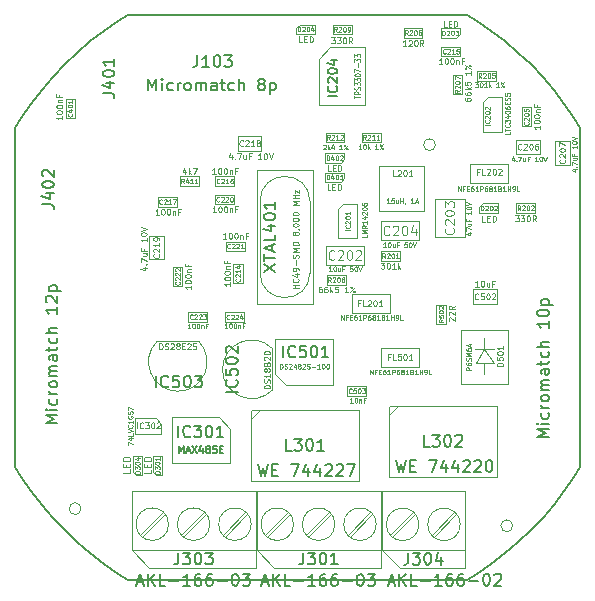
<source format=gbr>
G04 #@! TF.GenerationSoftware,KiCad,Pcbnew,5.1.12*
G04 #@! TF.CreationDate,2022-08-14T20:08:33+02:00*
G04 #@! TF.ProjectId,hec-base,6865632d-6261-4736-952e-6b696361645f,0001*
G04 #@! TF.SameCoordinates,PX4cec620PY8f8c0c0*
G04 #@! TF.FileFunction,AssemblyDrawing,Top*
%FSLAX46Y46*%
G04 Gerber Fmt 4.6, Leading zero omitted, Abs format (unit mm)*
G04 Created by KiCad (PCBNEW 5.1.12) date 2022-08-14 20:08:33*
%MOMM*%
%LPD*%
G01*
G04 APERTURE LIST*
G04 #@! TA.AperFunction,Profile*
%ADD10C,0.200000*%
G04 #@! TD*
%ADD11C,0.100000*%
%ADD12C,0.150000*%
%ADD13C,0.050000*%
%ADD14C,0.040000*%
%ADD15C,0.060000*%
%ADD16C,0.120000*%
%ADD17C,0.080000*%
%ADD18C,0.075000*%
G04 APERTURE END LIST*
D10*
X47811560Y9541500D02*
X47811560Y38296900D01*
X47310460Y39114620D02*
X46483160Y40318400D01*
X9533860Y19200D02*
X38289260Y19200D01*
X512665Y8723800D02*
X1340000Y7520000D01*
X40310760Y46490760D02*
X39106960Y47318095D01*
X47310460Y8723800D02*
X47811560Y9541500D01*
X47811560Y38296900D02*
X47310460Y39114620D01*
X2229200Y41477230D02*
X1340000Y40318400D01*
X512665Y39114620D02*
X11566Y38296900D01*
X3177830Y42587930D02*
X2229200Y41477230D01*
X8716140Y520300D02*
X9533860Y19200D01*
X7512360Y46490760D02*
X6353530Y45601560D01*
X42580260Y44652930D02*
X41469560Y45601560D01*
X5242830Y3185500D02*
X6353530Y2236800D01*
X46483160Y40318400D02*
X45593960Y41477230D01*
X2229200Y6361200D02*
X3177830Y5250500D01*
X40310760Y1347600D02*
X41469560Y2236800D01*
X6353530Y45601560D02*
X5242830Y44652930D01*
X41469560Y45601560D02*
X40310760Y46490760D01*
X38289260Y19200D02*
X39106960Y520300D01*
X7512360Y1347600D02*
X8716140Y520300D01*
X45593960Y41477230D02*
X44645260Y42587930D01*
X46483160Y7520000D02*
X47310460Y8723800D01*
X3177830Y5250500D02*
X4183290Y4190900D01*
X1340000Y40318400D02*
X512665Y39114620D01*
X4183290Y43647470D02*
X3177830Y42587930D01*
X44645260Y42587930D02*
X43639860Y43647470D01*
X39106960Y520300D02*
X40310760Y1347600D01*
X44645260Y5250500D02*
X45593960Y6361200D01*
X41469560Y2236800D02*
X42580260Y3185500D01*
X4183290Y4190900D02*
X5242830Y3185500D01*
X8716140Y47318095D02*
X7512360Y46490760D01*
X43639860Y4190900D02*
X44645260Y5250500D01*
X42580260Y3185500D02*
X43639860Y4190900D01*
X11566Y9541500D02*
X512665Y8723800D01*
X43639860Y43647470D02*
X42580260Y44652930D01*
X45593960Y6361200D02*
X46483160Y7520000D01*
X5242830Y44652930D02*
X4183290Y43647470D01*
X39106960Y47318095D02*
X38289260Y47819194D01*
X6353530Y2236800D02*
X7512360Y1347600D01*
X38289260Y47819194D02*
X9533860Y47819194D01*
X11566Y38296900D02*
X11566Y9541500D01*
X9533860Y47819194D02*
X8716140Y47318095D01*
X1340000Y7520000D02*
X2229200Y6361200D01*
D11*
G04 #@! TO.C,FL202*
X38532000Y35242400D02*
X41732000Y35242400D01*
X41732000Y35242400D02*
X41732000Y33642400D01*
X41732000Y33642400D02*
X38532000Y33642400D01*
X38531600Y35242400D02*
X38531600Y33642400D01*
G04 #@! TO.C,FL201*
X28549800Y24206100D02*
X31749800Y24206100D01*
X31749800Y24206100D02*
X31749800Y22606100D01*
X31749800Y22606100D02*
X28549800Y22606100D01*
X28549400Y24206100D02*
X28549400Y22606100D01*
G04 #@! TO.C,FL501*
X30950100Y19646800D02*
X34150100Y19646800D01*
X34150100Y19646800D02*
X34150100Y18046800D01*
X34150100Y18046800D02*
X30950100Y18046800D01*
X30949700Y19646800D02*
X30949700Y18046800D01*
G04 #@! TO.C,R208*
X27978000Y24987500D02*
X26378000Y24987500D01*
X27978000Y25812500D02*
X27978000Y24987500D01*
X26378000Y25812500D02*
X27978000Y25812500D01*
X26378000Y24987500D02*
X26378000Y25812500D01*
G04 #@! TO.C,FID106*
X35577400Y36842700D02*
G75*
G03*
X35577400Y36842700I-500000J0D01*
G01*
G04 #@! TO.C,FID104*
X42117900Y4584700D02*
G75*
G03*
X42117900Y4584700I-500000J0D01*
G01*
G04 #@! TO.C,FID102*
X5567300Y6032500D02*
G75*
G03*
X5567300Y6032500I-500000J0D01*
G01*
G04 #@! TO.C,D202*
X40906600Y31070600D02*
X40906600Y31870600D01*
X39306600Y31070600D02*
X40906600Y31070600D01*
X39306600Y31570600D02*
X39306600Y31070600D01*
X39606600Y31870600D02*
X39306600Y31570600D01*
X40906600Y31870600D02*
X39606600Y31870600D01*
G04 #@! TO.C,C202*
X29514600Y26657400D02*
X26314600Y26657400D01*
X29514600Y28257400D02*
X29514600Y26657400D01*
X26314600Y28257400D02*
X29514600Y28257400D01*
X26314600Y26657400D02*
X26314600Y28257400D01*
G04 #@! TO.C,C203*
X35541900Y29070500D02*
X35541900Y32270500D01*
X38041900Y29070500D02*
X35541900Y29070500D01*
X38041900Y32270500D02*
X38041900Y29070500D01*
X35541900Y32270500D02*
X38041900Y32270500D01*
G04 #@! TO.C,C204*
X34177300Y28752900D02*
X30977300Y28752900D01*
X34177300Y30352900D02*
X34177300Y28752900D01*
X30977300Y30352900D02*
X34177300Y30352900D01*
X30977300Y28752900D02*
X30977300Y30352900D01*
G04 #@! TO.C,C205*
X42894300Y38399820D02*
X42894300Y39999820D01*
X43694300Y38399820D02*
X42894300Y38399820D01*
X43694300Y39999820D02*
X43694300Y38399820D01*
X42894300Y39999820D02*
X43694300Y39999820D01*
G04 #@! TO.C,C206*
X44423840Y36032280D02*
X42423840Y36032280D01*
X44423840Y37282280D02*
X44423840Y36032280D01*
X42423840Y37282280D02*
X44423840Y37282280D01*
X42423840Y36032280D02*
X42423840Y37282280D01*
G04 #@! TO.C,C207*
X46959680Y37149280D02*
X46959680Y35149280D01*
X45709680Y37149280D02*
X46959680Y37149280D01*
X45709680Y35149280D02*
X45709680Y37149280D01*
X46959680Y35149280D02*
X45709680Y35149280D01*
G04 #@! TO.C,C214*
X18456960Y25148640D02*
X18456960Y26748640D01*
X19256960Y25148640D02*
X18456960Y25148640D01*
X19256960Y26748640D02*
X19256960Y25148640D01*
X18456960Y26748640D02*
X19256960Y26748640D01*
G04 #@! TO.C,C215*
X37680800Y44342100D02*
X36080800Y44342100D01*
X37680800Y45142100D02*
X37680800Y44342100D01*
X36080800Y45142100D02*
X37680800Y45142100D01*
X36080800Y44342100D02*
X36080800Y45142100D01*
G04 #@! TO.C,C216*
X18541900Y33356600D02*
X16941900Y33356600D01*
X18541900Y34156600D02*
X18541900Y33356600D01*
X16941900Y34156600D02*
X18541900Y34156600D01*
X16941900Y33356600D02*
X16941900Y34156600D01*
G04 #@! TO.C,C217*
X12077800Y32404000D02*
X13677800Y32404000D01*
X12077800Y31604000D02*
X12077800Y32404000D01*
X13677800Y31604000D02*
X12077800Y31604000D01*
X13677800Y32404000D02*
X13677800Y31604000D01*
G04 #@! TO.C,C218*
X20850100Y36332000D02*
X18850100Y36332000D01*
X20850100Y37582000D02*
X20850100Y36332000D01*
X18850100Y37582000D02*
X20850100Y37582000D01*
X18850100Y36332000D02*
X18850100Y37582000D01*
G04 #@! TO.C,C219*
X11351100Y27140700D02*
X11351100Y29140700D01*
X12601100Y27140700D02*
X11351100Y27140700D01*
X12601100Y29140700D02*
X12601100Y27140700D01*
X11351100Y29140700D02*
X12601100Y29140700D01*
G04 #@! TO.C,C220*
X18529200Y31807200D02*
X16929200Y31807200D01*
X18529200Y32607200D02*
X18529200Y31807200D01*
X16929200Y32607200D02*
X18529200Y32607200D01*
X16929200Y31807200D02*
X16929200Y32607200D01*
G04 #@! TO.C,C221*
X19443600Y27844800D02*
X17843600Y27844800D01*
X19443600Y28644800D02*
X19443600Y27844800D01*
X17843600Y28644800D02*
X19443600Y28644800D01*
X17843600Y27844800D02*
X17843600Y28644800D01*
G04 #@! TO.C,C222*
X13354100Y24892100D02*
X13354100Y26492100D01*
X14154100Y24892100D02*
X13354100Y24892100D01*
X14154100Y26492100D02*
X14154100Y24892100D01*
X13354100Y26492100D02*
X14154100Y26492100D01*
G04 #@! TO.C,C223*
X16268600Y21863100D02*
X14668600Y21863100D01*
X16268600Y22663100D02*
X16268600Y21863100D01*
X14668600Y22663100D02*
X16268600Y22663100D01*
X14668600Y21863100D02*
X14668600Y22663100D01*
G04 #@! TO.C,C224*
X17767400Y22650400D02*
X19367400Y22650400D01*
X17767400Y21850400D02*
X17767400Y22650400D01*
X19367400Y21850400D02*
X17767400Y21850400D01*
X19367400Y22650400D02*
X19367400Y21850400D01*
G04 #@! TO.C,C401*
X5060900Y40716100D02*
X5060900Y39116100D01*
X4260900Y40716100D02*
X5060900Y40716100D01*
X4260900Y39116100D02*
X4260900Y40716100D01*
X5060900Y39116100D02*
X4260900Y39116100D01*
G04 #@! TO.C,C502*
X40776400Y23352600D02*
X38776400Y23352600D01*
X40776400Y24602600D02*
X40776400Y23352600D01*
X38776400Y24602600D02*
X40776400Y24602600D01*
X38776400Y23352600D02*
X38776400Y24602600D01*
G04 #@! TO.C,C503*
X29730300Y15589300D02*
X28130300Y15589300D01*
X29730300Y16389300D02*
X29730300Y15589300D01*
X28130300Y16389300D02*
X29730300Y16389300D01*
X28130300Y15589300D02*
X28130300Y16389300D01*
G04 #@! TO.C,D203*
X36030000Y46691500D02*
X36030000Y45891500D01*
X37630000Y46691500D02*
X36030000Y46691500D01*
X37630000Y46191500D02*
X37630000Y46691500D01*
X37330000Y45891500D02*
X37630000Y46191500D01*
X36030000Y45891500D02*
X37330000Y45891500D01*
G04 #@! TO.C,D204*
X25387200Y46221700D02*
X25387200Y47021700D01*
X23787200Y46221700D02*
X25387200Y46221700D01*
X23787200Y46721700D02*
X23787200Y46221700D01*
X24087200Y47021700D02*
X23787200Y46721700D01*
X25387200Y47021700D02*
X24087200Y47021700D01*
G04 #@! TO.C,D301*
X12439600Y10477300D02*
X11639600Y10477300D01*
X12439600Y8877300D02*
X12439600Y10477300D01*
X11939600Y8877300D02*
X12439600Y8877300D01*
X11639600Y9177300D02*
X11939600Y8877300D01*
X11639600Y10477300D02*
X11639600Y9177300D01*
G04 #@! TO.C,D304*
X10763200Y10477500D02*
X9963200Y10477500D01*
X10763200Y8877500D02*
X10763200Y10477500D01*
X10263200Y8877500D02*
X10763200Y8877500D01*
X9963200Y9177500D02*
X10263200Y8877500D01*
X9963200Y10477500D02*
X9963200Y9177500D01*
G04 #@! TO.C,D401*
X26251000Y34486800D02*
X26251000Y33686800D01*
X27851000Y34486800D02*
X26251000Y34486800D01*
X27851000Y33986800D02*
X27851000Y34486800D01*
X27551000Y33686800D02*
X27851000Y33986800D01*
X26251000Y33686800D02*
X27551000Y33686800D01*
G04 #@! TO.C,D402*
X26251000Y36125100D02*
X26251000Y35325100D01*
X27851000Y36125100D02*
X26251000Y36125100D01*
X27851000Y35625100D02*
X27851000Y36125100D01*
X27551000Y35325100D02*
X27851000Y35625100D01*
X26251000Y35325100D02*
X27551000Y35325100D01*
G04 #@! TO.C,D501*
X39724580Y19547040D02*
X40524680Y18396420D01*
X39724580Y19547040D02*
X38975280Y18396420D01*
X38975280Y18396420D02*
X40524680Y18396420D01*
X40524680Y19547040D02*
X38924480Y19547040D01*
X39724580Y18396420D02*
X39724580Y17398200D01*
X39724580Y19547040D02*
X39724580Y20448740D01*
X41725600Y16597600D02*
X41725600Y21197600D01*
X41725600Y16597600D02*
X37725600Y16597600D01*
X37725600Y21197600D02*
X41725600Y21197600D01*
X37725600Y16597600D02*
X37725600Y21197600D01*
G04 #@! TO.C,IC201*
X27368600Y31441100D02*
X27768600Y31841100D01*
X27368600Y28941100D02*
X27368600Y31441100D01*
X28968600Y28941100D02*
X27368600Y28941100D01*
X28968600Y31841100D02*
X28968600Y28941100D01*
X27768600Y31841100D02*
X28968600Y31841100D01*
G04 #@! TO.C,IC202*
X39636800Y40458100D02*
X40036800Y40858100D01*
X39636800Y37958100D02*
X39636800Y40458100D01*
X41236800Y37958100D02*
X39636800Y37958100D01*
X41236800Y40858100D02*
X41236800Y37958100D01*
X40036800Y40858100D02*
X41236800Y40858100D01*
G04 #@! TO.C,IC204*
X25697900Y44134300D02*
X26672900Y45109300D01*
X25697900Y40209300D02*
X25697900Y44134300D01*
X29597900Y40209300D02*
X25697900Y40209300D01*
X29597900Y45109300D02*
X29597900Y40209300D01*
X26672900Y45109300D02*
X29597900Y45109300D01*
G04 #@! TO.C,IC301*
X17223000Y13786400D02*
X18198000Y12811400D01*
X13298000Y13786400D02*
X17223000Y13786400D01*
X13298000Y9886400D02*
X13298000Y13786400D01*
X18198000Y9886400D02*
X13298000Y9886400D01*
X18198000Y12811400D02*
X18198000Y9886400D01*
G04 #@! TO.C,IC302*
X12377600Y13230600D02*
X11877600Y13730600D01*
X10177600Y12380600D02*
X10177600Y13730600D01*
X12377600Y12380600D02*
X10177600Y12380600D01*
X11877600Y13730600D02*
X10177600Y13730600D01*
X12377600Y12380600D02*
X12377600Y13230600D01*
G04 #@! TO.C,IC501*
X22947100Y16477700D02*
X21972100Y17452700D01*
X26872100Y16477700D02*
X22947100Y16477700D01*
X26872100Y20377700D02*
X26872100Y16477700D01*
X21972100Y20377700D02*
X26872100Y20377700D01*
X21972100Y17452700D02*
X21972100Y20377700D01*
G04 #@! TO.C,IC502*
X21777900Y16060800D02*
X21777900Y19560800D01*
X21781525Y16077175D02*
G75*
G02*
X17547900Y17830800I-1753625J1753625D01*
G01*
X21781525Y19584425D02*
G75*
G03*
X17547900Y17830800I-1753625J-1753625D01*
G01*
G04 #@! TO.C,IC503*
X15536800Y20203100D02*
X12036800Y20203100D01*
X15520425Y20206725D02*
G75*
G02*
X13766800Y15973100I-1753625J-1753625D01*
G01*
X12013175Y20206725D02*
G75*
G03*
X13766800Y15973100I1753625J-1753625D01*
G01*
G04 #@! TO.C,J301*
X30060452Y5757558D02*
X28142452Y3839558D01*
X30227452Y5589558D02*
X28309452Y3671558D01*
X26560452Y5757558D02*
X24642452Y3839558D01*
X26727452Y5589558D02*
X24809452Y3671558D01*
X23060452Y5757558D02*
X21141452Y3839558D01*
X23227452Y5589558D02*
X21308452Y3671558D01*
X20434452Y2514558D02*
X30934452Y2514558D01*
X20434452Y2514558D02*
X20434452Y7514558D01*
X21934452Y1014558D02*
X20434452Y2514558D01*
X30934452Y1014558D02*
X21934452Y1014558D01*
X30934452Y7514558D02*
X30934452Y1014558D01*
X20434452Y7514558D02*
X30934452Y7514558D01*
X30559452Y4714558D02*
G75*
G03*
X30559452Y4714558I-1375000J0D01*
G01*
X27059452Y4714558D02*
G75*
G03*
X27059452Y4714558I-1375000J0D01*
G01*
X23559452Y4714558D02*
G75*
G03*
X23559452Y4714558I-1375000J0D01*
G01*
G04 #@! TO.C,J303*
X19476000Y5761000D02*
X17558000Y3843000D01*
X19643000Y5593000D02*
X17725000Y3675000D01*
X15976000Y5761000D02*
X14058000Y3843000D01*
X16143000Y5593000D02*
X14225000Y3675000D01*
X12476000Y5761000D02*
X10557000Y3843000D01*
X12643000Y5593000D02*
X10724000Y3675000D01*
X9850000Y2518000D02*
X20350000Y2518000D01*
X9850000Y2518000D02*
X9850000Y7518000D01*
X11350000Y1018000D02*
X9850000Y2518000D01*
X20350000Y1018000D02*
X11350000Y1018000D01*
X20350000Y7518000D02*
X20350000Y1018000D01*
X9850000Y7518000D02*
X20350000Y7518000D01*
X19975000Y4718000D02*
G75*
G03*
X19975000Y4718000I-1375000J0D01*
G01*
X16475000Y4718000D02*
G75*
G03*
X16475000Y4718000I-1375000J0D01*
G01*
X12975000Y4718000D02*
G75*
G03*
X12975000Y4718000I-1375000J0D01*
G01*
G04 #@! TO.C,J304*
X37176000Y5743000D02*
X35258000Y3825000D01*
X37343000Y5575000D02*
X35425000Y3657000D01*
X33676000Y5743000D02*
X31757000Y3825000D01*
X33843000Y5575000D02*
X31924000Y3657000D01*
X31050000Y2500000D02*
X38050000Y2500000D01*
X31050000Y2500000D02*
X31050000Y7500000D01*
X32550000Y1000000D02*
X31050000Y2500000D01*
X38050000Y1000000D02*
X32550000Y1000000D01*
X38050000Y7500000D02*
X38050000Y1000000D01*
X31050000Y7500000D02*
X38050000Y7500000D01*
X37675000Y4700000D02*
G75*
G03*
X37675000Y4700000I-1375000J0D01*
G01*
X34175000Y4700000D02*
G75*
G03*
X34175000Y4700000I-1375000J0D01*
G01*
G04 #@! TO.C,L201*
X34589800Y31272400D02*
X30789800Y31272400D01*
X34589800Y35072400D02*
X34589800Y31272400D01*
X30789800Y35072400D02*
X34589800Y35072400D01*
X30789800Y31272400D02*
X30789800Y35072400D01*
G04 #@! TO.C,L301*
X29136400Y8391900D02*
X19936400Y8391900D01*
X29136400Y14391900D02*
X29136400Y8391900D01*
X20936400Y14391900D02*
X29136400Y14391900D01*
X19936400Y13391900D02*
X19936400Y8391900D01*
X20036400Y14391900D02*
X20936400Y14391900D01*
X19936400Y14291900D02*
X20036400Y14391900D01*
X19936400Y13391900D02*
X19936400Y14291900D01*
X19936400Y13591900D02*
X20736400Y14391900D01*
G04 #@! TO.C,L302*
X40820400Y8734800D02*
X31620400Y8734800D01*
X40820400Y14734800D02*
X40820400Y8734800D01*
X32620400Y14734800D02*
X40820400Y14734800D01*
X31620400Y13734800D02*
X31620400Y8734800D01*
X31720400Y14734800D02*
X32620400Y14734800D01*
X31620400Y14634800D02*
X31720400Y14734800D01*
X31620400Y13734800D02*
X31620400Y14634800D01*
X31620400Y13934800D02*
X32420400Y14734800D01*
G04 #@! TO.C,R201*
X30962700Y27831800D02*
X32562700Y27831800D01*
X30962700Y27006800D02*
X30962700Y27831800D01*
X32562700Y27006800D02*
X30962700Y27006800D01*
X32562700Y27831800D02*
X32562700Y27006800D01*
G04 #@! TO.C,R202*
X42405400Y31898340D02*
X44005400Y31898340D01*
X42405400Y31073340D02*
X42405400Y31898340D01*
X44005400Y31073340D02*
X42405400Y31073340D01*
X44005400Y31898340D02*
X44005400Y31073340D01*
G04 #@! TO.C,R205*
X40707980Y42282360D02*
X39107980Y42282360D01*
X40707980Y43107360D02*
X40707980Y42282360D01*
X39107980Y43107360D02*
X40707980Y43107360D01*
X39107980Y42282360D02*
X39107980Y43107360D01*
G04 #@! TO.C,R206*
X34480400Y45904400D02*
X32880400Y45904400D01*
X34480400Y46729400D02*
X34480400Y45904400D01*
X32880400Y46729400D02*
X34480400Y46729400D01*
X32880400Y45904400D02*
X32880400Y46729400D01*
G04 #@! TO.C,R207*
X37859720Y42720660D02*
X37859720Y41120660D01*
X37034720Y42720660D02*
X37859720Y42720660D01*
X37034720Y41120660D02*
X37034720Y42720660D01*
X37859720Y41120660D02*
X37034720Y41120660D01*
G04 #@! TO.C,R209*
X26873300Y47008800D02*
X28473300Y47008800D01*
X26873300Y46183800D02*
X26873300Y47008800D01*
X28473300Y46183800D02*
X26873300Y46183800D01*
X28473300Y47008800D02*
X28473300Y46183800D01*
G04 #@! TO.C,R211*
X30937100Y37052500D02*
X29337100Y37052500D01*
X30937100Y37877500D02*
X30937100Y37052500D01*
X29337100Y37877500D02*
X30937100Y37877500D01*
X29337100Y37052500D02*
X29337100Y37877500D01*
G04 #@! TO.C,R212*
X27876400Y37039800D02*
X26276400Y37039800D01*
X27876400Y37864800D02*
X27876400Y37039800D01*
X26276400Y37864800D02*
X27876400Y37864800D01*
X26276400Y37039800D02*
X26276400Y37864800D01*
G04 #@! TO.C,R411*
X13932000Y34169100D02*
X15532000Y34169100D01*
X13932000Y33344100D02*
X13932000Y34169100D01*
X15532000Y33344100D02*
X13932000Y33344100D01*
X15532000Y34169100D02*
X15532000Y33344100D01*
G04 #@! TO.C,R502*
X36480500Y23304400D02*
X36480500Y21704400D01*
X35655500Y23304400D02*
X36480500Y23304400D01*
X35655500Y21704400D02*
X35655500Y23304400D01*
X36480500Y21704400D02*
X35655500Y21704400D01*
G04 #@! TO.C,XTAL401*
X24949600Y26017200D02*
X24949600Y32047200D01*
X20719600Y26017200D02*
X20719600Y32047200D01*
X20484600Y34732200D02*
X20484600Y23332200D01*
X25184600Y34732200D02*
X20484600Y34732200D01*
X25184600Y23332200D02*
X25184600Y34732200D01*
X20484600Y23332200D02*
X25184600Y23332200D01*
X24949600Y32047200D02*
G75*
G03*
X20719600Y32047200I-2115000J0D01*
G01*
X24949600Y26017200D02*
G75*
G02*
X20719600Y26017200I-2115000J0D01*
G01*
G04 #@! TD*
G04 #@! TO.C,J103*
D12*
X11279857Y41444920D02*
X11279857Y42444920D01*
X11613190Y41730634D01*
X11946523Y42444920D01*
X11946523Y41444920D01*
X12422714Y41444920D02*
X12422714Y42111586D01*
X12422714Y42444920D02*
X12375095Y42397300D01*
X12422714Y42349681D01*
X12470333Y42397300D01*
X12422714Y42444920D01*
X12422714Y42349681D01*
X13327476Y41492539D02*
X13232238Y41444920D01*
X13041761Y41444920D01*
X12946523Y41492539D01*
X12898904Y41540158D01*
X12851285Y41635396D01*
X12851285Y41921110D01*
X12898904Y42016348D01*
X12946523Y42063967D01*
X13041761Y42111586D01*
X13232238Y42111586D01*
X13327476Y42063967D01*
X13756047Y41444920D02*
X13756047Y42111586D01*
X13756047Y41921110D02*
X13803666Y42016348D01*
X13851285Y42063967D01*
X13946523Y42111586D01*
X14041761Y42111586D01*
X14517952Y41444920D02*
X14422714Y41492539D01*
X14375095Y41540158D01*
X14327476Y41635396D01*
X14327476Y41921110D01*
X14375095Y42016348D01*
X14422714Y42063967D01*
X14517952Y42111586D01*
X14660809Y42111586D01*
X14756047Y42063967D01*
X14803666Y42016348D01*
X14851285Y41921110D01*
X14851285Y41635396D01*
X14803666Y41540158D01*
X14756047Y41492539D01*
X14660809Y41444920D01*
X14517952Y41444920D01*
X15279857Y41444920D02*
X15279857Y42111586D01*
X15279857Y42016348D02*
X15327476Y42063967D01*
X15422714Y42111586D01*
X15565571Y42111586D01*
X15660809Y42063967D01*
X15708428Y41968729D01*
X15708428Y41444920D01*
X15708428Y41968729D02*
X15756047Y42063967D01*
X15851285Y42111586D01*
X15994142Y42111586D01*
X16089380Y42063967D01*
X16137000Y41968729D01*
X16137000Y41444920D01*
X17041761Y41444920D02*
X17041761Y41968729D01*
X16994142Y42063967D01*
X16898904Y42111586D01*
X16708428Y42111586D01*
X16613190Y42063967D01*
X17041761Y41492539D02*
X16946523Y41444920D01*
X16708428Y41444920D01*
X16613190Y41492539D01*
X16565571Y41587777D01*
X16565571Y41683015D01*
X16613190Y41778253D01*
X16708428Y41825872D01*
X16946523Y41825872D01*
X17041761Y41873491D01*
X17375095Y42111586D02*
X17756047Y42111586D01*
X17517952Y42444920D02*
X17517952Y41587777D01*
X17565571Y41492539D01*
X17660809Y41444920D01*
X17756047Y41444920D01*
X18517952Y41492539D02*
X18422714Y41444920D01*
X18232238Y41444920D01*
X18137000Y41492539D01*
X18089380Y41540158D01*
X18041761Y41635396D01*
X18041761Y41921110D01*
X18089380Y42016348D01*
X18137000Y42063967D01*
X18232238Y42111586D01*
X18422714Y42111586D01*
X18517952Y42063967D01*
X18946523Y41444920D02*
X18946523Y42444920D01*
X19375095Y41444920D02*
X19375095Y41968729D01*
X19327476Y42063967D01*
X19232238Y42111586D01*
X19089380Y42111586D01*
X18994142Y42063967D01*
X18946523Y42016348D01*
X20756047Y42016348D02*
X20660809Y42063967D01*
X20613190Y42111586D01*
X20565571Y42206824D01*
X20565571Y42254443D01*
X20613190Y42349681D01*
X20660809Y42397300D01*
X20756047Y42444920D01*
X20946523Y42444920D01*
X21041761Y42397300D01*
X21089380Y42349681D01*
X21137000Y42254443D01*
X21137000Y42206824D01*
X21089380Y42111586D01*
X21041761Y42063967D01*
X20946523Y42016348D01*
X20756047Y42016348D01*
X20660809Y41968729D01*
X20613190Y41921110D01*
X20565571Y41825872D01*
X20565571Y41635396D01*
X20613190Y41540158D01*
X20660809Y41492539D01*
X20756047Y41444920D01*
X20946523Y41444920D01*
X21041761Y41492539D01*
X21089380Y41540158D01*
X21137000Y41635396D01*
X21137000Y41825872D01*
X21089380Y41921110D01*
X21041761Y41968729D01*
X20946523Y42016348D01*
X21565571Y42111586D02*
X21565571Y41111586D01*
X21565571Y42063967D02*
X21660809Y42111586D01*
X21851285Y42111586D01*
X21946523Y42063967D01*
X21994142Y42016348D01*
X22041761Y41921110D01*
X22041761Y41635396D01*
X21994142Y41540158D01*
X21946523Y41492539D01*
X21851285Y41444920D01*
X21660809Y41444920D01*
X21565571Y41492539D01*
X15424945Y44423580D02*
X15424945Y43709294D01*
X15377326Y43566437D01*
X15282088Y43471199D01*
X15139231Y43423580D01*
X15043993Y43423580D01*
X16424945Y43423580D02*
X15853517Y43423580D01*
X16139231Y43423580D02*
X16139231Y44423580D01*
X16043993Y44280722D01*
X15948755Y44185484D01*
X15853517Y44137865D01*
X17043993Y44423580D02*
X17139231Y44423580D01*
X17234469Y44375960D01*
X17282088Y44328341D01*
X17329707Y44233103D01*
X17377326Y44042627D01*
X17377326Y43804532D01*
X17329707Y43614056D01*
X17282088Y43518818D01*
X17234469Y43471199D01*
X17139231Y43423580D01*
X17043993Y43423580D01*
X16948755Y43471199D01*
X16901136Y43518818D01*
X16853517Y43614056D01*
X16805898Y43804532D01*
X16805898Y44042627D01*
X16853517Y44233103D01*
X16901136Y44328341D01*
X16948755Y44375960D01*
X17043993Y44423580D01*
X17710660Y44423580D02*
X18329707Y44423580D01*
X17996374Y44042627D01*
X18139231Y44042627D01*
X18234469Y43995008D01*
X18282088Y43947389D01*
X18329707Y43852151D01*
X18329707Y43614056D01*
X18282088Y43518818D01*
X18234469Y43471199D01*
X18139231Y43423580D01*
X17853517Y43423580D01*
X17758279Y43471199D01*
X17710660Y43518818D01*
G04 #@! TO.C,FL202*
D13*
X37484371Y32927948D02*
X37484371Y33327948D01*
X37712942Y32927948D01*
X37712942Y33327948D01*
X38036752Y33137472D02*
X37903419Y33137472D01*
X37903419Y32927948D02*
X37903419Y33327948D01*
X38093895Y33327948D01*
X38246276Y33137472D02*
X38379609Y33137472D01*
X38436752Y32927948D02*
X38246276Y32927948D01*
X38246276Y33327948D01*
X38436752Y33327948D01*
X38779609Y33327948D02*
X38703419Y33327948D01*
X38665323Y33308900D01*
X38646276Y33289853D01*
X38608180Y33232710D01*
X38589133Y33156520D01*
X38589133Y33004139D01*
X38608180Y32966043D01*
X38627228Y32946996D01*
X38665323Y32927948D01*
X38741514Y32927948D01*
X38779609Y32946996D01*
X38798657Y32966043D01*
X38817704Y33004139D01*
X38817704Y33099377D01*
X38798657Y33137472D01*
X38779609Y33156520D01*
X38741514Y33175567D01*
X38665323Y33175567D01*
X38627228Y33156520D01*
X38608180Y33137472D01*
X38589133Y33099377D01*
X39198657Y32927948D02*
X38970085Y32927948D01*
X39084371Y32927948D02*
X39084371Y33327948D01*
X39046276Y33270805D01*
X39008180Y33232710D01*
X38970085Y33213662D01*
X39370085Y32927948D02*
X39370085Y33327948D01*
X39522466Y33327948D01*
X39560561Y33308900D01*
X39579609Y33289853D01*
X39598657Y33251758D01*
X39598657Y33194615D01*
X39579609Y33156520D01*
X39560561Y33137472D01*
X39522466Y33118424D01*
X39370085Y33118424D01*
X39941514Y33327948D02*
X39865323Y33327948D01*
X39827228Y33308900D01*
X39808180Y33289853D01*
X39770085Y33232710D01*
X39751038Y33156520D01*
X39751038Y33004139D01*
X39770085Y32966043D01*
X39789133Y32946996D01*
X39827228Y32927948D01*
X39903419Y32927948D01*
X39941514Y32946996D01*
X39960561Y32966043D01*
X39979609Y33004139D01*
X39979609Y33099377D01*
X39960561Y33137472D01*
X39941514Y33156520D01*
X39903419Y33175567D01*
X39827228Y33175567D01*
X39789133Y33156520D01*
X39770085Y33137472D01*
X39751038Y33099377D01*
X40208180Y33156520D02*
X40170085Y33175567D01*
X40151038Y33194615D01*
X40131990Y33232710D01*
X40131990Y33251758D01*
X40151038Y33289853D01*
X40170085Y33308900D01*
X40208180Y33327948D01*
X40284371Y33327948D01*
X40322466Y33308900D01*
X40341514Y33289853D01*
X40360561Y33251758D01*
X40360561Y33232710D01*
X40341514Y33194615D01*
X40322466Y33175567D01*
X40284371Y33156520D01*
X40208180Y33156520D01*
X40170085Y33137472D01*
X40151038Y33118424D01*
X40131990Y33080329D01*
X40131990Y33004139D01*
X40151038Y32966043D01*
X40170085Y32946996D01*
X40208180Y32927948D01*
X40284371Y32927948D01*
X40322466Y32946996D01*
X40341514Y32966043D01*
X40360561Y33004139D01*
X40360561Y33080329D01*
X40341514Y33118424D01*
X40322466Y33137472D01*
X40284371Y33156520D01*
X40741514Y32927948D02*
X40512942Y32927948D01*
X40627228Y32927948D02*
X40627228Y33327948D01*
X40589133Y33270805D01*
X40551038Y33232710D01*
X40512942Y33213662D01*
X41046276Y33137472D02*
X41103419Y33118424D01*
X41122466Y33099377D01*
X41141514Y33061281D01*
X41141514Y33004139D01*
X41122466Y32966043D01*
X41103419Y32946996D01*
X41065323Y32927948D01*
X40912942Y32927948D01*
X40912942Y33327948D01*
X41046276Y33327948D01*
X41084371Y33308900D01*
X41103419Y33289853D01*
X41122466Y33251758D01*
X41122466Y33213662D01*
X41103419Y33175567D01*
X41084371Y33156520D01*
X41046276Y33137472D01*
X40912942Y33137472D01*
X41522466Y32927948D02*
X41293895Y32927948D01*
X41408180Y32927948D02*
X41408180Y33327948D01*
X41370085Y33270805D01*
X41331990Y33232710D01*
X41293895Y33213662D01*
X41693895Y32927948D02*
X41693895Y33327948D01*
X41693895Y33137472D02*
X41922466Y33137472D01*
X41922466Y32927948D02*
X41922466Y33327948D01*
X42131990Y32927948D02*
X42208180Y32927948D01*
X42246276Y32946996D01*
X42265323Y32966043D01*
X42303419Y33023186D01*
X42322466Y33099377D01*
X42322466Y33251758D01*
X42303419Y33289853D01*
X42284371Y33308900D01*
X42246276Y33327948D01*
X42170085Y33327948D01*
X42131990Y33308900D01*
X42112942Y33289853D01*
X42093895Y33251758D01*
X42093895Y33156520D01*
X42112942Y33118424D01*
X42131990Y33099377D01*
X42170085Y33080329D01*
X42246276Y33080329D01*
X42284371Y33099377D01*
X42303419Y33118424D01*
X42322466Y33156520D01*
X42684371Y32927948D02*
X42493895Y32927948D01*
X42493895Y33327948D01*
D11*
X39299461Y34567015D02*
X39132795Y34567015D01*
X39132795Y34305110D02*
X39132795Y34805110D01*
X39370890Y34805110D01*
X39799461Y34305110D02*
X39561366Y34305110D01*
X39561366Y34805110D01*
X39942319Y34757491D02*
X39966128Y34781300D01*
X40013747Y34805110D01*
X40132795Y34805110D01*
X40180414Y34781300D01*
X40204223Y34757491D01*
X40228033Y34709872D01*
X40228033Y34662253D01*
X40204223Y34590824D01*
X39918509Y34305110D01*
X40228033Y34305110D01*
X40537557Y34805110D02*
X40585176Y34805110D01*
X40632795Y34781300D01*
X40656604Y34757491D01*
X40680414Y34709872D01*
X40704223Y34614634D01*
X40704223Y34495586D01*
X40680414Y34400348D01*
X40656604Y34352729D01*
X40632795Y34328920D01*
X40585176Y34305110D01*
X40537557Y34305110D01*
X40489938Y34328920D01*
X40466128Y34352729D01*
X40442319Y34400348D01*
X40418509Y34495586D01*
X40418509Y34614634D01*
X40442319Y34709872D01*
X40466128Y34757491D01*
X40489938Y34781300D01*
X40537557Y34805110D01*
X40894700Y34757491D02*
X40918509Y34781300D01*
X40966128Y34805110D01*
X41085176Y34805110D01*
X41132795Y34781300D01*
X41156604Y34757491D01*
X41180414Y34709872D01*
X41180414Y34662253D01*
X41156604Y34590824D01*
X40870890Y34305110D01*
X41180414Y34305110D01*
G04 #@! TO.C,FL201*
D14*
X27591071Y22018648D02*
X27591071Y22418648D01*
X27819642Y22018648D01*
X27819642Y22418648D01*
X28143452Y22228172D02*
X28010119Y22228172D01*
X28010119Y22018648D02*
X28010119Y22418648D01*
X28200595Y22418648D01*
X28352976Y22228172D02*
X28486309Y22228172D01*
X28543452Y22018648D02*
X28352976Y22018648D01*
X28352976Y22418648D01*
X28543452Y22418648D01*
X28886309Y22418648D02*
X28810119Y22418648D01*
X28772023Y22399600D01*
X28752976Y22380553D01*
X28714880Y22323410D01*
X28695833Y22247220D01*
X28695833Y22094839D01*
X28714880Y22056743D01*
X28733928Y22037696D01*
X28772023Y22018648D01*
X28848214Y22018648D01*
X28886309Y22037696D01*
X28905357Y22056743D01*
X28924404Y22094839D01*
X28924404Y22190077D01*
X28905357Y22228172D01*
X28886309Y22247220D01*
X28848214Y22266267D01*
X28772023Y22266267D01*
X28733928Y22247220D01*
X28714880Y22228172D01*
X28695833Y22190077D01*
X29305357Y22018648D02*
X29076785Y22018648D01*
X29191071Y22018648D02*
X29191071Y22418648D01*
X29152976Y22361505D01*
X29114880Y22323410D01*
X29076785Y22304362D01*
X29476785Y22018648D02*
X29476785Y22418648D01*
X29629166Y22418648D01*
X29667261Y22399600D01*
X29686309Y22380553D01*
X29705357Y22342458D01*
X29705357Y22285315D01*
X29686309Y22247220D01*
X29667261Y22228172D01*
X29629166Y22209124D01*
X29476785Y22209124D01*
X30048214Y22418648D02*
X29972023Y22418648D01*
X29933928Y22399600D01*
X29914880Y22380553D01*
X29876785Y22323410D01*
X29857738Y22247220D01*
X29857738Y22094839D01*
X29876785Y22056743D01*
X29895833Y22037696D01*
X29933928Y22018648D01*
X30010119Y22018648D01*
X30048214Y22037696D01*
X30067261Y22056743D01*
X30086309Y22094839D01*
X30086309Y22190077D01*
X30067261Y22228172D01*
X30048214Y22247220D01*
X30010119Y22266267D01*
X29933928Y22266267D01*
X29895833Y22247220D01*
X29876785Y22228172D01*
X29857738Y22190077D01*
X30314880Y22247220D02*
X30276785Y22266267D01*
X30257738Y22285315D01*
X30238690Y22323410D01*
X30238690Y22342458D01*
X30257738Y22380553D01*
X30276785Y22399600D01*
X30314880Y22418648D01*
X30391071Y22418648D01*
X30429166Y22399600D01*
X30448214Y22380553D01*
X30467261Y22342458D01*
X30467261Y22323410D01*
X30448214Y22285315D01*
X30429166Y22266267D01*
X30391071Y22247220D01*
X30314880Y22247220D01*
X30276785Y22228172D01*
X30257738Y22209124D01*
X30238690Y22171029D01*
X30238690Y22094839D01*
X30257738Y22056743D01*
X30276785Y22037696D01*
X30314880Y22018648D01*
X30391071Y22018648D01*
X30429166Y22037696D01*
X30448214Y22056743D01*
X30467261Y22094839D01*
X30467261Y22171029D01*
X30448214Y22209124D01*
X30429166Y22228172D01*
X30391071Y22247220D01*
X30848214Y22018648D02*
X30619642Y22018648D01*
X30733928Y22018648D02*
X30733928Y22418648D01*
X30695833Y22361505D01*
X30657738Y22323410D01*
X30619642Y22304362D01*
X31152976Y22228172D02*
X31210119Y22209124D01*
X31229166Y22190077D01*
X31248214Y22151981D01*
X31248214Y22094839D01*
X31229166Y22056743D01*
X31210119Y22037696D01*
X31172023Y22018648D01*
X31019642Y22018648D01*
X31019642Y22418648D01*
X31152976Y22418648D01*
X31191071Y22399600D01*
X31210119Y22380553D01*
X31229166Y22342458D01*
X31229166Y22304362D01*
X31210119Y22266267D01*
X31191071Y22247220D01*
X31152976Y22228172D01*
X31019642Y22228172D01*
X31629166Y22018648D02*
X31400595Y22018648D01*
X31514880Y22018648D02*
X31514880Y22418648D01*
X31476785Y22361505D01*
X31438690Y22323410D01*
X31400595Y22304362D01*
X31800595Y22018648D02*
X31800595Y22418648D01*
X31800595Y22228172D02*
X32029166Y22228172D01*
X32029166Y22018648D02*
X32029166Y22418648D01*
X32238690Y22018648D02*
X32314880Y22018648D01*
X32352976Y22037696D01*
X32372023Y22056743D01*
X32410119Y22113886D01*
X32429166Y22190077D01*
X32429166Y22342458D01*
X32410119Y22380553D01*
X32391071Y22399600D01*
X32352976Y22418648D01*
X32276785Y22418648D01*
X32238690Y22399600D01*
X32219642Y22380553D01*
X32200595Y22342458D01*
X32200595Y22247220D01*
X32219642Y22209124D01*
X32238690Y22190077D01*
X32276785Y22171029D01*
X32352976Y22171029D01*
X32391071Y22190077D01*
X32410119Y22209124D01*
X32429166Y22247220D01*
X32791071Y22018648D02*
X32600595Y22018648D01*
X32600595Y22418648D01*
D13*
X29202961Y23441815D02*
X29036295Y23441815D01*
X29036295Y23179910D02*
X29036295Y23679910D01*
X29274390Y23679910D01*
X29702961Y23179910D02*
X29464866Y23179910D01*
X29464866Y23679910D01*
X29845819Y23632291D02*
X29869628Y23656100D01*
X29917247Y23679910D01*
X30036295Y23679910D01*
X30083914Y23656100D01*
X30107723Y23632291D01*
X30131533Y23584672D01*
X30131533Y23537053D01*
X30107723Y23465624D01*
X29822009Y23179910D01*
X30131533Y23179910D01*
X30441057Y23679910D02*
X30488676Y23679910D01*
X30536295Y23656100D01*
X30560104Y23632291D01*
X30583914Y23584672D01*
X30607723Y23489434D01*
X30607723Y23370386D01*
X30583914Y23275148D01*
X30560104Y23227529D01*
X30536295Y23203720D01*
X30488676Y23179910D01*
X30441057Y23179910D01*
X30393438Y23203720D01*
X30369628Y23227529D01*
X30345819Y23275148D01*
X30322009Y23370386D01*
X30322009Y23489434D01*
X30345819Y23584672D01*
X30369628Y23632291D01*
X30393438Y23656100D01*
X30441057Y23679910D01*
X31083914Y23179910D02*
X30798200Y23179910D01*
X30941057Y23179910D02*
X30941057Y23679910D01*
X30893438Y23608481D01*
X30845819Y23560862D01*
X30798200Y23537053D01*
G04 #@! TO.C,FL501*
D14*
X30029471Y17408548D02*
X30029471Y17808548D01*
X30258042Y17408548D01*
X30258042Y17808548D01*
X30581852Y17618072D02*
X30448519Y17618072D01*
X30448519Y17408548D02*
X30448519Y17808548D01*
X30638995Y17808548D01*
X30791376Y17618072D02*
X30924709Y17618072D01*
X30981852Y17408548D02*
X30791376Y17408548D01*
X30791376Y17808548D01*
X30981852Y17808548D01*
X31324709Y17808548D02*
X31248519Y17808548D01*
X31210423Y17789500D01*
X31191376Y17770453D01*
X31153280Y17713310D01*
X31134233Y17637120D01*
X31134233Y17484739D01*
X31153280Y17446643D01*
X31172328Y17427596D01*
X31210423Y17408548D01*
X31286614Y17408548D01*
X31324709Y17427596D01*
X31343757Y17446643D01*
X31362804Y17484739D01*
X31362804Y17579977D01*
X31343757Y17618072D01*
X31324709Y17637120D01*
X31286614Y17656167D01*
X31210423Y17656167D01*
X31172328Y17637120D01*
X31153280Y17618072D01*
X31134233Y17579977D01*
X31743757Y17408548D02*
X31515185Y17408548D01*
X31629471Y17408548D02*
X31629471Y17808548D01*
X31591376Y17751405D01*
X31553280Y17713310D01*
X31515185Y17694262D01*
X31915185Y17408548D02*
X31915185Y17808548D01*
X32067566Y17808548D01*
X32105661Y17789500D01*
X32124709Y17770453D01*
X32143757Y17732358D01*
X32143757Y17675215D01*
X32124709Y17637120D01*
X32105661Y17618072D01*
X32067566Y17599024D01*
X31915185Y17599024D01*
X32486614Y17808548D02*
X32410423Y17808548D01*
X32372328Y17789500D01*
X32353280Y17770453D01*
X32315185Y17713310D01*
X32296138Y17637120D01*
X32296138Y17484739D01*
X32315185Y17446643D01*
X32334233Y17427596D01*
X32372328Y17408548D01*
X32448519Y17408548D01*
X32486614Y17427596D01*
X32505661Y17446643D01*
X32524709Y17484739D01*
X32524709Y17579977D01*
X32505661Y17618072D01*
X32486614Y17637120D01*
X32448519Y17656167D01*
X32372328Y17656167D01*
X32334233Y17637120D01*
X32315185Y17618072D01*
X32296138Y17579977D01*
X32753280Y17637120D02*
X32715185Y17656167D01*
X32696138Y17675215D01*
X32677090Y17713310D01*
X32677090Y17732358D01*
X32696138Y17770453D01*
X32715185Y17789500D01*
X32753280Y17808548D01*
X32829471Y17808548D01*
X32867566Y17789500D01*
X32886614Y17770453D01*
X32905661Y17732358D01*
X32905661Y17713310D01*
X32886614Y17675215D01*
X32867566Y17656167D01*
X32829471Y17637120D01*
X32753280Y17637120D01*
X32715185Y17618072D01*
X32696138Y17599024D01*
X32677090Y17560929D01*
X32677090Y17484739D01*
X32696138Y17446643D01*
X32715185Y17427596D01*
X32753280Y17408548D01*
X32829471Y17408548D01*
X32867566Y17427596D01*
X32886614Y17446643D01*
X32905661Y17484739D01*
X32905661Y17560929D01*
X32886614Y17599024D01*
X32867566Y17618072D01*
X32829471Y17637120D01*
X33286614Y17408548D02*
X33058042Y17408548D01*
X33172328Y17408548D02*
X33172328Y17808548D01*
X33134233Y17751405D01*
X33096138Y17713310D01*
X33058042Y17694262D01*
X33591376Y17618072D02*
X33648519Y17599024D01*
X33667566Y17579977D01*
X33686614Y17541881D01*
X33686614Y17484739D01*
X33667566Y17446643D01*
X33648519Y17427596D01*
X33610423Y17408548D01*
X33458042Y17408548D01*
X33458042Y17808548D01*
X33591376Y17808548D01*
X33629471Y17789500D01*
X33648519Y17770453D01*
X33667566Y17732358D01*
X33667566Y17694262D01*
X33648519Y17656167D01*
X33629471Y17637120D01*
X33591376Y17618072D01*
X33458042Y17618072D01*
X34067566Y17408548D02*
X33838995Y17408548D01*
X33953280Y17408548D02*
X33953280Y17808548D01*
X33915185Y17751405D01*
X33877090Y17713310D01*
X33838995Y17694262D01*
X34238995Y17408548D02*
X34238995Y17808548D01*
X34238995Y17618072D02*
X34467566Y17618072D01*
X34467566Y17408548D02*
X34467566Y17808548D01*
X34677090Y17408548D02*
X34753280Y17408548D01*
X34791376Y17427596D01*
X34810423Y17446643D01*
X34848519Y17503786D01*
X34867566Y17579977D01*
X34867566Y17732358D01*
X34848519Y17770453D01*
X34829471Y17789500D01*
X34791376Y17808548D01*
X34715185Y17808548D01*
X34677090Y17789500D01*
X34658042Y17770453D01*
X34638995Y17732358D01*
X34638995Y17637120D01*
X34658042Y17599024D01*
X34677090Y17579977D01*
X34715185Y17560929D01*
X34791376Y17560929D01*
X34829471Y17579977D01*
X34848519Y17599024D01*
X34867566Y17637120D01*
X35229471Y17408548D02*
X35038995Y17408548D01*
X35038995Y17808548D01*
X31742961Y18895215D02*
X31576295Y18895215D01*
X31576295Y18633310D02*
X31576295Y19133310D01*
X31814390Y19133310D01*
X32242961Y18633310D02*
X32004866Y18633310D01*
X32004866Y19133310D01*
X32647723Y19133310D02*
X32409628Y19133310D01*
X32385819Y18895215D01*
X32409628Y18919024D01*
X32457247Y18942834D01*
X32576295Y18942834D01*
X32623914Y18919024D01*
X32647723Y18895215D01*
X32671533Y18847596D01*
X32671533Y18728548D01*
X32647723Y18680929D01*
X32623914Y18657120D01*
X32576295Y18633310D01*
X32457247Y18633310D01*
X32409628Y18657120D01*
X32385819Y18680929D01*
X32981057Y19133310D02*
X33028676Y19133310D01*
X33076295Y19109500D01*
X33100104Y19085691D01*
X33123914Y19038072D01*
X33147723Y18942834D01*
X33147723Y18823786D01*
X33123914Y18728548D01*
X33100104Y18680929D01*
X33076295Y18657120D01*
X33028676Y18633310D01*
X32981057Y18633310D01*
X32933438Y18657120D01*
X32909628Y18680929D01*
X32885819Y18728548D01*
X32862009Y18823786D01*
X32862009Y18942834D01*
X32885819Y19038072D01*
X32909628Y19085691D01*
X32933438Y19109500D01*
X32981057Y19133310D01*
X33623914Y18633310D02*
X33338200Y18633310D01*
X33481057Y18633310D02*
X33481057Y19133310D01*
X33433438Y19061881D01*
X33385819Y19014262D01*
X33338200Y18990453D01*
G04 #@! TO.C,J102*
D12*
X45194480Y12073667D02*
X44194480Y12073667D01*
X44908766Y12407000D01*
X44194480Y12740334D01*
X45194480Y12740334D01*
X45194480Y13216524D02*
X44527814Y13216524D01*
X44194480Y13216524D02*
X44242100Y13168905D01*
X44289719Y13216524D01*
X44242100Y13264143D01*
X44194480Y13216524D01*
X44289719Y13216524D01*
X45146861Y14121286D02*
X45194480Y14026048D01*
X45194480Y13835572D01*
X45146861Y13740334D01*
X45099242Y13692715D01*
X45004004Y13645096D01*
X44718290Y13645096D01*
X44623052Y13692715D01*
X44575433Y13740334D01*
X44527814Y13835572D01*
X44527814Y14026048D01*
X44575433Y14121286D01*
X45194480Y14549858D02*
X44527814Y14549858D01*
X44718290Y14549858D02*
X44623052Y14597477D01*
X44575433Y14645096D01*
X44527814Y14740334D01*
X44527814Y14835572D01*
X45194480Y15311762D02*
X45146861Y15216524D01*
X45099242Y15168905D01*
X45004004Y15121286D01*
X44718290Y15121286D01*
X44623052Y15168905D01*
X44575433Y15216524D01*
X44527814Y15311762D01*
X44527814Y15454620D01*
X44575433Y15549858D01*
X44623052Y15597477D01*
X44718290Y15645096D01*
X45004004Y15645096D01*
X45099242Y15597477D01*
X45146861Y15549858D01*
X45194480Y15454620D01*
X45194480Y15311762D01*
X45194480Y16073667D02*
X44527814Y16073667D01*
X44623052Y16073667D02*
X44575433Y16121286D01*
X44527814Y16216524D01*
X44527814Y16359381D01*
X44575433Y16454620D01*
X44670671Y16502239D01*
X45194480Y16502239D01*
X44670671Y16502239D02*
X44575433Y16549858D01*
X44527814Y16645096D01*
X44527814Y16787953D01*
X44575433Y16883191D01*
X44670671Y16930810D01*
X45194480Y16930810D01*
X45194480Y17835572D02*
X44670671Y17835572D01*
X44575433Y17787953D01*
X44527814Y17692715D01*
X44527814Y17502239D01*
X44575433Y17407000D01*
X45146861Y17835572D02*
X45194480Y17740334D01*
X45194480Y17502239D01*
X45146861Y17407000D01*
X45051623Y17359381D01*
X44956385Y17359381D01*
X44861147Y17407000D01*
X44813528Y17502239D01*
X44813528Y17740334D01*
X44765909Y17835572D01*
X44527814Y18168905D02*
X44527814Y18549858D01*
X44194480Y18311762D02*
X45051623Y18311762D01*
X45146861Y18359381D01*
X45194480Y18454620D01*
X45194480Y18549858D01*
X45146861Y19311762D02*
X45194480Y19216524D01*
X45194480Y19026048D01*
X45146861Y18930810D01*
X45099242Y18883191D01*
X45004004Y18835572D01*
X44718290Y18835572D01*
X44623052Y18883191D01*
X44575433Y18930810D01*
X44527814Y19026048D01*
X44527814Y19216524D01*
X44575433Y19311762D01*
X45194480Y19740334D02*
X44194480Y19740334D01*
X45194480Y20168905D02*
X44670671Y20168905D01*
X44575433Y20121286D01*
X44527814Y20026048D01*
X44527814Y19883191D01*
X44575433Y19787953D01*
X44623052Y19740334D01*
X45194480Y21930810D02*
X45194480Y21359381D01*
X45194480Y21645096D02*
X44194480Y21645096D01*
X44337338Y21549858D01*
X44432576Y21454620D01*
X44480195Y21359381D01*
X44194480Y22549858D02*
X44194480Y22645096D01*
X44242100Y22740334D01*
X44289719Y22787953D01*
X44384957Y22835572D01*
X44575433Y22883191D01*
X44813528Y22883191D01*
X45004004Y22835572D01*
X45099242Y22787953D01*
X45146861Y22740334D01*
X45194480Y22645096D01*
X45194480Y22549858D01*
X45146861Y22454620D01*
X45099242Y22407000D01*
X45004004Y22359381D01*
X44813528Y22311762D01*
X44575433Y22311762D01*
X44384957Y22359381D01*
X44289719Y22407000D01*
X44242100Y22454620D01*
X44194480Y22549858D01*
X44527814Y23311762D02*
X45527814Y23311762D01*
X44575433Y23311762D02*
X44527814Y23407000D01*
X44527814Y23597477D01*
X44575433Y23692715D01*
X44623052Y23740334D01*
X44718290Y23787953D01*
X45004004Y23787953D01*
X45099242Y23740334D01*
X45146861Y23692715D01*
X45194480Y23597477D01*
X45194480Y23407000D01*
X45146861Y23311762D01*
G04 #@! TO.C,R208*
D11*
X25918480Y24835610D02*
X25823242Y24835610D01*
X25775623Y24811800D01*
X25751814Y24787991D01*
X25704195Y24716562D01*
X25680385Y24621324D01*
X25680385Y24430848D01*
X25704195Y24383229D01*
X25728004Y24359420D01*
X25775623Y24335610D01*
X25870861Y24335610D01*
X25918480Y24359420D01*
X25942290Y24383229D01*
X25966100Y24430848D01*
X25966100Y24549896D01*
X25942290Y24597515D01*
X25918480Y24621324D01*
X25870861Y24645134D01*
X25775623Y24645134D01*
X25728004Y24621324D01*
X25704195Y24597515D01*
X25680385Y24549896D01*
X26394671Y24835610D02*
X26299433Y24835610D01*
X26251814Y24811800D01*
X26228004Y24787991D01*
X26180385Y24716562D01*
X26156576Y24621324D01*
X26156576Y24430848D01*
X26180385Y24383229D01*
X26204195Y24359420D01*
X26251814Y24335610D01*
X26347052Y24335610D01*
X26394671Y24359420D01*
X26418480Y24383229D01*
X26442290Y24430848D01*
X26442290Y24549896D01*
X26418480Y24597515D01*
X26394671Y24621324D01*
X26347052Y24645134D01*
X26251814Y24645134D01*
X26204195Y24621324D01*
X26180385Y24597515D01*
X26156576Y24549896D01*
X26656576Y24335610D02*
X26656576Y24835610D01*
X26704195Y24526086D02*
X26847052Y24335610D01*
X26847052Y24668943D02*
X26656576Y24478467D01*
X27299433Y24835610D02*
X27061338Y24835610D01*
X27037528Y24597515D01*
X27061338Y24621324D01*
X27108957Y24645134D01*
X27228004Y24645134D01*
X27275623Y24621324D01*
X27299433Y24597515D01*
X27323242Y24549896D01*
X27323242Y24430848D01*
X27299433Y24383229D01*
X27275623Y24359420D01*
X27228004Y24335610D01*
X27108957Y24335610D01*
X27061338Y24359420D01*
X27037528Y24383229D01*
X28180385Y24335610D02*
X27894671Y24335610D01*
X28037528Y24335610D02*
X28037528Y24835610D01*
X27989909Y24764181D01*
X27942290Y24716562D01*
X27894671Y24692753D01*
X28370861Y24335610D02*
X28751814Y24835610D01*
X28442290Y24835610D02*
X28489909Y24811800D01*
X28513719Y24764181D01*
X28489909Y24716562D01*
X28442290Y24692753D01*
X28394671Y24716562D01*
X28370861Y24764181D01*
X28394671Y24811800D01*
X28442290Y24835610D01*
X28728004Y24359420D02*
X28751814Y24407039D01*
X28728004Y24454658D01*
X28680385Y24478467D01*
X28632766Y24454658D01*
X28608957Y24407039D01*
X28632766Y24359420D01*
X28680385Y24335610D01*
X28728004Y24359420D01*
D15*
X26730380Y25219048D02*
X26597047Y25409524D01*
X26501809Y25219048D02*
X26501809Y25619048D01*
X26654190Y25619048D01*
X26692285Y25600000D01*
X26711333Y25580953D01*
X26730380Y25542858D01*
X26730380Y25485715D01*
X26711333Y25447620D01*
X26692285Y25428572D01*
X26654190Y25409524D01*
X26501809Y25409524D01*
X26882761Y25580953D02*
X26901809Y25600000D01*
X26939904Y25619048D01*
X27035142Y25619048D01*
X27073238Y25600000D01*
X27092285Y25580953D01*
X27111333Y25542858D01*
X27111333Y25504762D01*
X27092285Y25447620D01*
X26863714Y25219048D01*
X27111333Y25219048D01*
X27358952Y25619048D02*
X27397047Y25619048D01*
X27435142Y25600000D01*
X27454190Y25580953D01*
X27473238Y25542858D01*
X27492285Y25466667D01*
X27492285Y25371429D01*
X27473238Y25295239D01*
X27454190Y25257143D01*
X27435142Y25238096D01*
X27397047Y25219048D01*
X27358952Y25219048D01*
X27320857Y25238096D01*
X27301809Y25257143D01*
X27282761Y25295239D01*
X27263714Y25371429D01*
X27263714Y25466667D01*
X27282761Y25542858D01*
X27301809Y25580953D01*
X27320857Y25600000D01*
X27358952Y25619048D01*
X27720857Y25447620D02*
X27682761Y25466667D01*
X27663714Y25485715D01*
X27644666Y25523810D01*
X27644666Y25542858D01*
X27663714Y25580953D01*
X27682761Y25600000D01*
X27720857Y25619048D01*
X27797047Y25619048D01*
X27835142Y25600000D01*
X27854190Y25580953D01*
X27873238Y25542858D01*
X27873238Y25523810D01*
X27854190Y25485715D01*
X27835142Y25466667D01*
X27797047Y25447620D01*
X27720857Y25447620D01*
X27682761Y25428572D01*
X27663714Y25409524D01*
X27644666Y25371429D01*
X27644666Y25295239D01*
X27663714Y25257143D01*
X27682761Y25238096D01*
X27720857Y25219048D01*
X27797047Y25219048D01*
X27835142Y25238096D01*
X27854190Y25257143D01*
X27873238Y25295239D01*
X27873238Y25371429D01*
X27854190Y25409524D01*
X27835142Y25428572D01*
X27797047Y25447620D01*
G04 #@! TO.C,D202*
D11*
X39797871Y30342710D02*
X39559776Y30342710D01*
X39559776Y30842710D01*
X39964538Y30604615D02*
X40131204Y30604615D01*
X40202633Y30342710D02*
X39964538Y30342710D01*
X39964538Y30842710D01*
X40202633Y30842710D01*
X40416919Y30342710D02*
X40416919Y30842710D01*
X40535966Y30842710D01*
X40607395Y30818900D01*
X40655014Y30771281D01*
X40678823Y30723662D01*
X40702633Y30628424D01*
X40702633Y30556996D01*
X40678823Y30461758D01*
X40655014Y30414139D01*
X40607395Y30366520D01*
X40535966Y30342710D01*
X40416919Y30342710D01*
D15*
X39430409Y31289648D02*
X39430409Y31689648D01*
X39525647Y31689648D01*
X39582790Y31670600D01*
X39620885Y31632505D01*
X39639933Y31594410D01*
X39658980Y31518220D01*
X39658980Y31461077D01*
X39639933Y31384886D01*
X39620885Y31346791D01*
X39582790Y31308696D01*
X39525647Y31289648D01*
X39430409Y31289648D01*
X39811361Y31651553D02*
X39830409Y31670600D01*
X39868504Y31689648D01*
X39963742Y31689648D01*
X40001838Y31670600D01*
X40020885Y31651553D01*
X40039933Y31613458D01*
X40039933Y31575362D01*
X40020885Y31518220D01*
X39792314Y31289648D01*
X40039933Y31289648D01*
X40287552Y31689648D02*
X40325647Y31689648D01*
X40363742Y31670600D01*
X40382790Y31651553D01*
X40401838Y31613458D01*
X40420885Y31537267D01*
X40420885Y31442029D01*
X40401838Y31365839D01*
X40382790Y31327743D01*
X40363742Y31308696D01*
X40325647Y31289648D01*
X40287552Y31289648D01*
X40249457Y31308696D01*
X40230409Y31327743D01*
X40211361Y31365839D01*
X40192314Y31442029D01*
X40192314Y31537267D01*
X40211361Y31613458D01*
X40230409Y31651553D01*
X40249457Y31670600D01*
X40287552Y31689648D01*
X40573266Y31651553D02*
X40592314Y31670600D01*
X40630409Y31689648D01*
X40725647Y31689648D01*
X40763742Y31670600D01*
X40782790Y31651553D01*
X40801838Y31613458D01*
X40801838Y31575362D01*
X40782790Y31518220D01*
X40554219Y31289648D01*
X40801838Y31289648D01*
G04 #@! TO.C,C202*
X26793966Y26146148D02*
X26565395Y26146148D01*
X26679680Y26146148D02*
X26679680Y26546148D01*
X26641585Y26489005D01*
X26603490Y26450910D01*
X26565395Y26431862D01*
X27041585Y26546148D02*
X27079680Y26546148D01*
X27117776Y26527100D01*
X27136823Y26508053D01*
X27155871Y26469958D01*
X27174919Y26393767D01*
X27174919Y26298529D01*
X27155871Y26222339D01*
X27136823Y26184243D01*
X27117776Y26165196D01*
X27079680Y26146148D01*
X27041585Y26146148D01*
X27003490Y26165196D01*
X26984442Y26184243D01*
X26965395Y26222339D01*
X26946347Y26298529D01*
X26946347Y26393767D01*
X26965395Y26469958D01*
X26984442Y26508053D01*
X27003490Y26527100D01*
X27041585Y26546148D01*
X27517776Y26412815D02*
X27517776Y26146148D01*
X27346347Y26412815D02*
X27346347Y26203291D01*
X27365395Y26165196D01*
X27403490Y26146148D01*
X27460633Y26146148D01*
X27498728Y26165196D01*
X27517776Y26184243D01*
X27841585Y26355672D02*
X27708252Y26355672D01*
X27708252Y26146148D02*
X27708252Y26546148D01*
X27898728Y26546148D01*
X28546347Y26546148D02*
X28355871Y26546148D01*
X28336823Y26355672D01*
X28355871Y26374720D01*
X28393966Y26393767D01*
X28489204Y26393767D01*
X28527300Y26374720D01*
X28546347Y26355672D01*
X28565395Y26317577D01*
X28565395Y26222339D01*
X28546347Y26184243D01*
X28527300Y26165196D01*
X28489204Y26146148D01*
X28393966Y26146148D01*
X28355871Y26165196D01*
X28336823Y26184243D01*
X28813014Y26546148D02*
X28851109Y26546148D01*
X28889204Y26527100D01*
X28908252Y26508053D01*
X28927300Y26469958D01*
X28946347Y26393767D01*
X28946347Y26298529D01*
X28927300Y26222339D01*
X28908252Y26184243D01*
X28889204Y26165196D01*
X28851109Y26146148D01*
X28813014Y26146148D01*
X28774919Y26165196D01*
X28755871Y26184243D01*
X28736823Y26222339D01*
X28717776Y26298529D01*
X28717776Y26393767D01*
X28736823Y26469958D01*
X28755871Y26508053D01*
X28774919Y26527100D01*
X28813014Y26546148D01*
X29060633Y26546148D02*
X29193966Y26146148D01*
X29327300Y26546148D01*
D16*
X27019361Y27171686D02*
X26981266Y27133591D01*
X26866980Y27095496D01*
X26790790Y27095496D01*
X26676504Y27133591D01*
X26600314Y27209781D01*
X26562219Y27285972D01*
X26524123Y27438353D01*
X26524123Y27552639D01*
X26562219Y27705020D01*
X26600314Y27781210D01*
X26676504Y27857400D01*
X26790790Y27895496D01*
X26866980Y27895496D01*
X26981266Y27857400D01*
X27019361Y27819305D01*
X27324123Y27819305D02*
X27362219Y27857400D01*
X27438409Y27895496D01*
X27628885Y27895496D01*
X27705076Y27857400D01*
X27743171Y27819305D01*
X27781266Y27743115D01*
X27781266Y27666924D01*
X27743171Y27552639D01*
X27286028Y27095496D01*
X27781266Y27095496D01*
X28276504Y27895496D02*
X28352695Y27895496D01*
X28428885Y27857400D01*
X28466980Y27819305D01*
X28505076Y27743115D01*
X28543171Y27590734D01*
X28543171Y27400258D01*
X28505076Y27247877D01*
X28466980Y27171686D01*
X28428885Y27133591D01*
X28352695Y27095496D01*
X28276504Y27095496D01*
X28200314Y27133591D01*
X28162219Y27171686D01*
X28124123Y27247877D01*
X28086028Y27400258D01*
X28086028Y27590734D01*
X28124123Y27743115D01*
X28162219Y27819305D01*
X28200314Y27857400D01*
X28276504Y27895496D01*
X28847933Y27819305D02*
X28886028Y27857400D01*
X28962219Y27895496D01*
X29152695Y27895496D01*
X29228885Y27857400D01*
X29266980Y27819305D01*
X29305076Y27743115D01*
X29305076Y27666924D01*
X29266980Y27552639D01*
X28809838Y27095496D01*
X29305076Y27095496D01*
G04 #@! TO.C,C203*
D15*
X38331785Y29410172D02*
X38598452Y29410172D01*
X38179404Y29314934D02*
X38465119Y29219696D01*
X38465119Y29467315D01*
X38198452Y29581600D02*
X38198452Y29848267D01*
X38598452Y29676839D01*
X38331785Y30172077D02*
X38598452Y30172077D01*
X38331785Y30000648D02*
X38541309Y30000648D01*
X38579404Y30019696D01*
X38598452Y30057791D01*
X38598452Y30114934D01*
X38579404Y30153029D01*
X38560357Y30172077D01*
X38388928Y30495886D02*
X38388928Y30362553D01*
X38598452Y30362553D02*
X38198452Y30362553D01*
X38198452Y30553029D01*
X38598452Y31219696D02*
X38598452Y30991124D01*
X38598452Y31105410D02*
X38198452Y31105410D01*
X38255595Y31067315D01*
X38293690Y31029220D01*
X38312738Y30991124D01*
X38198452Y31467315D02*
X38198452Y31505410D01*
X38217500Y31543505D01*
X38236547Y31562553D01*
X38274642Y31581600D01*
X38350833Y31600648D01*
X38446071Y31600648D01*
X38522261Y31581600D01*
X38560357Y31562553D01*
X38579404Y31543505D01*
X38598452Y31505410D01*
X38598452Y31467315D01*
X38579404Y31429220D01*
X38560357Y31410172D01*
X38522261Y31391124D01*
X38446071Y31372077D01*
X38350833Y31372077D01*
X38274642Y31391124D01*
X38236547Y31410172D01*
X38217500Y31429220D01*
X38198452Y31467315D01*
X38198452Y31714934D02*
X38598452Y31848267D01*
X38198452Y31981600D01*
D16*
X37077614Y29775262D02*
X37115709Y29737167D01*
X37153804Y29622881D01*
X37153804Y29546691D01*
X37115709Y29432405D01*
X37039519Y29356215D01*
X36963328Y29318120D01*
X36810947Y29280024D01*
X36696661Y29280024D01*
X36544280Y29318120D01*
X36468090Y29356215D01*
X36391900Y29432405D01*
X36353804Y29546691D01*
X36353804Y29622881D01*
X36391900Y29737167D01*
X36429995Y29775262D01*
X36429995Y30080024D02*
X36391900Y30118120D01*
X36353804Y30194310D01*
X36353804Y30384786D01*
X36391900Y30460977D01*
X36429995Y30499072D01*
X36506185Y30537167D01*
X36582376Y30537167D01*
X36696661Y30499072D01*
X37153804Y30041929D01*
X37153804Y30537167D01*
X36353804Y31032405D02*
X36353804Y31108596D01*
X36391900Y31184786D01*
X36429995Y31222881D01*
X36506185Y31260977D01*
X36658566Y31299072D01*
X36849042Y31299072D01*
X37001423Y31260977D01*
X37077614Y31222881D01*
X37115709Y31184786D01*
X37153804Y31108596D01*
X37153804Y31032405D01*
X37115709Y30956215D01*
X37077614Y30918120D01*
X37001423Y30880024D01*
X36849042Y30841929D01*
X36658566Y30841929D01*
X36506185Y30880024D01*
X36429995Y30918120D01*
X36391900Y30956215D01*
X36353804Y31032405D01*
X36353804Y31565739D02*
X36353804Y32060977D01*
X36658566Y31794310D01*
X36658566Y31908596D01*
X36696661Y31984786D01*
X36734757Y32022881D01*
X36810947Y32060977D01*
X37001423Y32060977D01*
X37077614Y32022881D01*
X37115709Y31984786D01*
X37153804Y31908596D01*
X37153804Y31680024D01*
X37115709Y31603834D01*
X37077614Y31565739D01*
G04 #@! TO.C,C204*
D15*
X31404066Y28178148D02*
X31175495Y28178148D01*
X31289780Y28178148D02*
X31289780Y28578148D01*
X31251685Y28521005D01*
X31213590Y28482910D01*
X31175495Y28463862D01*
X31651685Y28578148D02*
X31689780Y28578148D01*
X31727876Y28559100D01*
X31746923Y28540053D01*
X31765971Y28501958D01*
X31785019Y28425767D01*
X31785019Y28330529D01*
X31765971Y28254339D01*
X31746923Y28216243D01*
X31727876Y28197196D01*
X31689780Y28178148D01*
X31651685Y28178148D01*
X31613590Y28197196D01*
X31594542Y28216243D01*
X31575495Y28254339D01*
X31556447Y28330529D01*
X31556447Y28425767D01*
X31575495Y28501958D01*
X31594542Y28540053D01*
X31613590Y28559100D01*
X31651685Y28578148D01*
X32127876Y28444815D02*
X32127876Y28178148D01*
X31956447Y28444815D02*
X31956447Y28235291D01*
X31975495Y28197196D01*
X32013590Y28178148D01*
X32070733Y28178148D01*
X32108828Y28197196D01*
X32127876Y28216243D01*
X32451685Y28387672D02*
X32318352Y28387672D01*
X32318352Y28178148D02*
X32318352Y28578148D01*
X32508828Y28578148D01*
X33156447Y28578148D02*
X32965971Y28578148D01*
X32946923Y28387672D01*
X32965971Y28406720D01*
X33004066Y28425767D01*
X33099304Y28425767D01*
X33137400Y28406720D01*
X33156447Y28387672D01*
X33175495Y28349577D01*
X33175495Y28254339D01*
X33156447Y28216243D01*
X33137400Y28197196D01*
X33099304Y28178148D01*
X33004066Y28178148D01*
X32965971Y28197196D01*
X32946923Y28216243D01*
X33423114Y28578148D02*
X33461209Y28578148D01*
X33499304Y28559100D01*
X33518352Y28540053D01*
X33537400Y28501958D01*
X33556447Y28425767D01*
X33556447Y28330529D01*
X33537400Y28254339D01*
X33518352Y28216243D01*
X33499304Y28197196D01*
X33461209Y28178148D01*
X33423114Y28178148D01*
X33385019Y28197196D01*
X33365971Y28216243D01*
X33346923Y28254339D01*
X33327876Y28330529D01*
X33327876Y28425767D01*
X33346923Y28501958D01*
X33365971Y28540053D01*
X33385019Y28559100D01*
X33423114Y28578148D01*
X33670733Y28578148D02*
X33804066Y28178148D01*
X33937400Y28578148D01*
D16*
X31682061Y29267186D02*
X31643966Y29229091D01*
X31529680Y29190996D01*
X31453490Y29190996D01*
X31339204Y29229091D01*
X31263014Y29305281D01*
X31224919Y29381472D01*
X31186823Y29533853D01*
X31186823Y29648139D01*
X31224919Y29800520D01*
X31263014Y29876710D01*
X31339204Y29952900D01*
X31453490Y29990996D01*
X31529680Y29990996D01*
X31643966Y29952900D01*
X31682061Y29914805D01*
X31986823Y29914805D02*
X32024919Y29952900D01*
X32101109Y29990996D01*
X32291585Y29990996D01*
X32367776Y29952900D01*
X32405871Y29914805D01*
X32443966Y29838615D01*
X32443966Y29762424D01*
X32405871Y29648139D01*
X31948728Y29190996D01*
X32443966Y29190996D01*
X32939204Y29990996D02*
X33015395Y29990996D01*
X33091585Y29952900D01*
X33129680Y29914805D01*
X33167776Y29838615D01*
X33205871Y29686234D01*
X33205871Y29495758D01*
X33167776Y29343377D01*
X33129680Y29267186D01*
X33091585Y29229091D01*
X33015395Y29190996D01*
X32939204Y29190996D01*
X32863014Y29229091D01*
X32824919Y29267186D01*
X32786823Y29343377D01*
X32748728Y29495758D01*
X32748728Y29686234D01*
X32786823Y29838615D01*
X32824919Y29914805D01*
X32863014Y29952900D01*
X32939204Y29990996D01*
X33891585Y29724329D02*
X33891585Y29190996D01*
X33701109Y30029091D02*
X33510633Y29457662D01*
X34005871Y29457662D01*
G04 #@! TO.C,C205*
D11*
X44409490Y38456491D02*
X44409490Y38170777D01*
X44409490Y38313634D02*
X43909490Y38313634D01*
X43980919Y38266015D01*
X44028538Y38218396D01*
X44052347Y38170777D01*
X43909490Y38766015D02*
X43909490Y38813634D01*
X43933300Y38861253D01*
X43957109Y38885062D01*
X44004728Y38908872D01*
X44099966Y38932681D01*
X44219014Y38932681D01*
X44314252Y38908872D01*
X44361871Y38885062D01*
X44385680Y38861253D01*
X44409490Y38813634D01*
X44409490Y38766015D01*
X44385680Y38718396D01*
X44361871Y38694586D01*
X44314252Y38670777D01*
X44219014Y38646967D01*
X44099966Y38646967D01*
X44004728Y38670777D01*
X43957109Y38694586D01*
X43933300Y38718396D01*
X43909490Y38766015D01*
X43909490Y39242205D02*
X43909490Y39289824D01*
X43933300Y39337443D01*
X43957109Y39361253D01*
X44004728Y39385062D01*
X44099966Y39408872D01*
X44219014Y39408872D01*
X44314252Y39385062D01*
X44361871Y39361253D01*
X44385680Y39337443D01*
X44409490Y39289824D01*
X44409490Y39242205D01*
X44385680Y39194586D01*
X44361871Y39170777D01*
X44314252Y39146967D01*
X44219014Y39123158D01*
X44099966Y39123158D01*
X44004728Y39146967D01*
X43957109Y39170777D01*
X43933300Y39194586D01*
X43909490Y39242205D01*
X44076157Y39623158D02*
X44409490Y39623158D01*
X44123776Y39623158D02*
X44099966Y39646967D01*
X44076157Y39694586D01*
X44076157Y39766015D01*
X44099966Y39813634D01*
X44147585Y39837443D01*
X44409490Y39837443D01*
X44147585Y40242205D02*
X44147585Y40075539D01*
X44409490Y40075539D02*
X43909490Y40075539D01*
X43909490Y40313634D01*
D15*
X43437157Y38752201D02*
X43456204Y38733154D01*
X43475252Y38676011D01*
X43475252Y38637916D01*
X43456204Y38580773D01*
X43418109Y38542678D01*
X43380014Y38523630D01*
X43303823Y38504582D01*
X43246680Y38504582D01*
X43170490Y38523630D01*
X43132395Y38542678D01*
X43094300Y38580773D01*
X43075252Y38637916D01*
X43075252Y38676011D01*
X43094300Y38733154D01*
X43113347Y38752201D01*
X43113347Y38904582D02*
X43094300Y38923630D01*
X43075252Y38961725D01*
X43075252Y39056963D01*
X43094300Y39095059D01*
X43113347Y39114106D01*
X43151442Y39133154D01*
X43189538Y39133154D01*
X43246680Y39114106D01*
X43475252Y38885535D01*
X43475252Y39133154D01*
X43075252Y39380773D02*
X43075252Y39418868D01*
X43094300Y39456963D01*
X43113347Y39476011D01*
X43151442Y39495059D01*
X43227633Y39514106D01*
X43322871Y39514106D01*
X43399061Y39495059D01*
X43437157Y39476011D01*
X43456204Y39456963D01*
X43475252Y39418868D01*
X43475252Y39380773D01*
X43456204Y39342678D01*
X43437157Y39323630D01*
X43399061Y39304582D01*
X43322871Y39285535D01*
X43227633Y39285535D01*
X43151442Y39304582D01*
X43113347Y39323630D01*
X43094300Y39342678D01*
X43075252Y39380773D01*
X43075252Y39876011D02*
X43075252Y39685535D01*
X43265728Y39666487D01*
X43246680Y39685535D01*
X43227633Y39723630D01*
X43227633Y39818868D01*
X43246680Y39856963D01*
X43265728Y39876011D01*
X43303823Y39895059D01*
X43399061Y39895059D01*
X43437157Y39876011D01*
X43456204Y39856963D01*
X43475252Y39818868D01*
X43475252Y39723630D01*
X43456204Y39685535D01*
X43437157Y39666487D01*
G04 #@! TO.C,C206*
X42230833Y35709215D02*
X42230833Y35442548D01*
X42135595Y35861596D02*
X42040357Y35575881D01*
X42287976Y35575881D01*
X42440357Y35480643D02*
X42459404Y35461596D01*
X42440357Y35442548D01*
X42421309Y35461596D01*
X42440357Y35480643D01*
X42440357Y35442548D01*
X42592738Y35842548D02*
X42859404Y35842548D01*
X42687976Y35442548D01*
X43183214Y35709215D02*
X43183214Y35442548D01*
X43011785Y35709215D02*
X43011785Y35499691D01*
X43030833Y35461596D01*
X43068928Y35442548D01*
X43126071Y35442548D01*
X43164166Y35461596D01*
X43183214Y35480643D01*
X43507023Y35652072D02*
X43373690Y35652072D01*
X43373690Y35442548D02*
X43373690Y35842548D01*
X43564166Y35842548D01*
X44230833Y35442548D02*
X44002261Y35442548D01*
X44116547Y35442548D02*
X44116547Y35842548D01*
X44078452Y35785405D01*
X44040357Y35747310D01*
X44002261Y35728262D01*
X44478452Y35842548D02*
X44516547Y35842548D01*
X44554642Y35823500D01*
X44573690Y35804453D01*
X44592738Y35766358D01*
X44611785Y35690167D01*
X44611785Y35594929D01*
X44592738Y35518739D01*
X44573690Y35480643D01*
X44554642Y35461596D01*
X44516547Y35442548D01*
X44478452Y35442548D01*
X44440357Y35461596D01*
X44421309Y35480643D01*
X44402261Y35518739D01*
X44383214Y35594929D01*
X44383214Y35690167D01*
X44402261Y35766358D01*
X44421309Y35804453D01*
X44440357Y35823500D01*
X44478452Y35842548D01*
X44726071Y35842548D02*
X44859404Y35442548D01*
X44992738Y35842548D01*
D17*
X42864316Y36478709D02*
X42840506Y36454900D01*
X42769078Y36431090D01*
X42721459Y36431090D01*
X42650030Y36454900D01*
X42602411Y36502519D01*
X42578601Y36550138D01*
X42554792Y36645376D01*
X42554792Y36716804D01*
X42578601Y36812042D01*
X42602411Y36859661D01*
X42650030Y36907280D01*
X42721459Y36931090D01*
X42769078Y36931090D01*
X42840506Y36907280D01*
X42864316Y36883471D01*
X43054792Y36883471D02*
X43078601Y36907280D01*
X43126220Y36931090D01*
X43245268Y36931090D01*
X43292887Y36907280D01*
X43316697Y36883471D01*
X43340506Y36835852D01*
X43340506Y36788233D01*
X43316697Y36716804D01*
X43030982Y36431090D01*
X43340506Y36431090D01*
X43650030Y36931090D02*
X43697649Y36931090D01*
X43745268Y36907280D01*
X43769078Y36883471D01*
X43792887Y36835852D01*
X43816697Y36740614D01*
X43816697Y36621566D01*
X43792887Y36526328D01*
X43769078Y36478709D01*
X43745268Y36454900D01*
X43697649Y36431090D01*
X43650030Y36431090D01*
X43602411Y36454900D01*
X43578601Y36478709D01*
X43554792Y36526328D01*
X43530982Y36621566D01*
X43530982Y36740614D01*
X43554792Y36835852D01*
X43578601Y36883471D01*
X43602411Y36907280D01*
X43650030Y36931090D01*
X44245268Y36931090D02*
X44150030Y36931090D01*
X44102411Y36907280D01*
X44078601Y36883471D01*
X44030982Y36812042D01*
X44007173Y36716804D01*
X44007173Y36526328D01*
X44030982Y36478709D01*
X44054792Y36454900D01*
X44102411Y36431090D01*
X44197649Y36431090D01*
X44245268Y36454900D01*
X44269078Y36478709D01*
X44292887Y36526328D01*
X44292887Y36645376D01*
X44269078Y36692995D01*
X44245268Y36716804D01*
X44197649Y36740614D01*
X44102411Y36740614D01*
X44054792Y36716804D01*
X44030982Y36692995D01*
X44007173Y36645376D01*
G04 #@! TO.C,C207*
D15*
X47259885Y34763234D02*
X47526552Y34763234D01*
X47107504Y34667996D02*
X47393219Y34572758D01*
X47393219Y34820377D01*
X47488457Y34972758D02*
X47507504Y34991805D01*
X47526552Y34972758D01*
X47507504Y34953710D01*
X47488457Y34972758D01*
X47526552Y34972758D01*
X47126552Y35125139D02*
X47126552Y35391805D01*
X47526552Y35220377D01*
X47259885Y35715615D02*
X47526552Y35715615D01*
X47259885Y35544186D02*
X47469409Y35544186D01*
X47507504Y35563234D01*
X47526552Y35601329D01*
X47526552Y35658472D01*
X47507504Y35696567D01*
X47488457Y35715615D01*
X47317028Y36039424D02*
X47317028Y35906091D01*
X47526552Y35906091D02*
X47126552Y35906091D01*
X47126552Y36096567D01*
X47526552Y36763234D02*
X47526552Y36534662D01*
X47526552Y36648948D02*
X47126552Y36648948D01*
X47183695Y36610853D01*
X47221790Y36572758D01*
X47240838Y36534662D01*
X47126552Y37010853D02*
X47126552Y37048948D01*
X47145600Y37087043D01*
X47164647Y37106091D01*
X47202742Y37125139D01*
X47278933Y37144186D01*
X47374171Y37144186D01*
X47450361Y37125139D01*
X47488457Y37106091D01*
X47507504Y37087043D01*
X47526552Y37048948D01*
X47526552Y37010853D01*
X47507504Y36972758D01*
X47488457Y36953710D01*
X47450361Y36934662D01*
X47374171Y36915615D01*
X47278933Y36915615D01*
X47202742Y36934662D01*
X47164647Y36953710D01*
X47145600Y36972758D01*
X47126552Y37010853D01*
X47126552Y37258472D02*
X47526552Y37391805D01*
X47126552Y37525139D01*
D17*
X46513251Y35589757D02*
X46537060Y35565947D01*
X46560870Y35494519D01*
X46560870Y35446900D01*
X46537060Y35375471D01*
X46489441Y35327852D01*
X46441822Y35304042D01*
X46346584Y35280233D01*
X46275156Y35280233D01*
X46179918Y35304042D01*
X46132299Y35327852D01*
X46084680Y35375471D01*
X46060870Y35446900D01*
X46060870Y35494519D01*
X46084680Y35565947D01*
X46108489Y35589757D01*
X46108489Y35780233D02*
X46084680Y35804042D01*
X46060870Y35851661D01*
X46060870Y35970709D01*
X46084680Y36018328D01*
X46108489Y36042138D01*
X46156108Y36065947D01*
X46203727Y36065947D01*
X46275156Y36042138D01*
X46560870Y35756423D01*
X46560870Y36065947D01*
X46060870Y36375471D02*
X46060870Y36423090D01*
X46084680Y36470709D01*
X46108489Y36494519D01*
X46156108Y36518328D01*
X46251346Y36542138D01*
X46370394Y36542138D01*
X46465632Y36518328D01*
X46513251Y36494519D01*
X46537060Y36470709D01*
X46560870Y36423090D01*
X46560870Y36375471D01*
X46537060Y36327852D01*
X46513251Y36304042D01*
X46465632Y36280233D01*
X46370394Y36256423D01*
X46251346Y36256423D01*
X46156108Y36280233D01*
X46108489Y36304042D01*
X46084680Y36327852D01*
X46060870Y36375471D01*
X46060870Y36708804D02*
X46060870Y37042138D01*
X46560870Y36827852D01*
G04 #@! TO.C,C214*
D11*
X18196690Y25184991D02*
X18196690Y24899277D01*
X18196690Y25042134D02*
X17696690Y25042134D01*
X17768119Y24994515D01*
X17815738Y24946896D01*
X17839547Y24899277D01*
X17696690Y25494515D02*
X17696690Y25542134D01*
X17720500Y25589753D01*
X17744309Y25613562D01*
X17791928Y25637372D01*
X17887166Y25661181D01*
X18006214Y25661181D01*
X18101452Y25637372D01*
X18149071Y25613562D01*
X18172880Y25589753D01*
X18196690Y25542134D01*
X18196690Y25494515D01*
X18172880Y25446896D01*
X18149071Y25423086D01*
X18101452Y25399277D01*
X18006214Y25375467D01*
X17887166Y25375467D01*
X17791928Y25399277D01*
X17744309Y25423086D01*
X17720500Y25446896D01*
X17696690Y25494515D01*
X17696690Y25970705D02*
X17696690Y26018324D01*
X17720500Y26065943D01*
X17744309Y26089753D01*
X17791928Y26113562D01*
X17887166Y26137372D01*
X18006214Y26137372D01*
X18101452Y26113562D01*
X18149071Y26089753D01*
X18172880Y26065943D01*
X18196690Y26018324D01*
X18196690Y25970705D01*
X18172880Y25923086D01*
X18149071Y25899277D01*
X18101452Y25875467D01*
X18006214Y25851658D01*
X17887166Y25851658D01*
X17791928Y25875467D01*
X17744309Y25899277D01*
X17720500Y25923086D01*
X17696690Y25970705D01*
X17863357Y26351658D02*
X18196690Y26351658D01*
X17910976Y26351658D02*
X17887166Y26375467D01*
X17863357Y26423086D01*
X17863357Y26494515D01*
X17887166Y26542134D01*
X17934785Y26565943D01*
X18196690Y26565943D01*
X17934785Y26970705D02*
X17934785Y26804039D01*
X18196690Y26804039D02*
X17696690Y26804039D01*
X17696690Y27042134D01*
D15*
X18999817Y25501021D02*
X19018864Y25481974D01*
X19037912Y25424831D01*
X19037912Y25386736D01*
X19018864Y25329593D01*
X18980769Y25291498D01*
X18942674Y25272450D01*
X18866483Y25253402D01*
X18809340Y25253402D01*
X18733150Y25272450D01*
X18695055Y25291498D01*
X18656960Y25329593D01*
X18637912Y25386736D01*
X18637912Y25424831D01*
X18656960Y25481974D01*
X18676007Y25501021D01*
X18676007Y25653402D02*
X18656960Y25672450D01*
X18637912Y25710545D01*
X18637912Y25805783D01*
X18656960Y25843879D01*
X18676007Y25862926D01*
X18714102Y25881974D01*
X18752198Y25881974D01*
X18809340Y25862926D01*
X19037912Y25634355D01*
X19037912Y25881974D01*
X19037912Y26262926D02*
X19037912Y26034355D01*
X19037912Y26148640D02*
X18637912Y26148640D01*
X18695055Y26110545D01*
X18733150Y26072450D01*
X18752198Y26034355D01*
X18771245Y26605783D02*
X19037912Y26605783D01*
X18618864Y26510545D02*
X18904579Y26415307D01*
X18904579Y26662926D01*
G04 #@! TO.C,C215*
D11*
X36170490Y43677710D02*
X35884776Y43677710D01*
X36027633Y43677710D02*
X36027633Y44177710D01*
X35980014Y44106281D01*
X35932395Y44058662D01*
X35884776Y44034853D01*
X36480014Y44177710D02*
X36527633Y44177710D01*
X36575252Y44153900D01*
X36599061Y44130091D01*
X36622871Y44082472D01*
X36646680Y43987234D01*
X36646680Y43868186D01*
X36622871Y43772948D01*
X36599061Y43725329D01*
X36575252Y43701520D01*
X36527633Y43677710D01*
X36480014Y43677710D01*
X36432395Y43701520D01*
X36408585Y43725329D01*
X36384776Y43772948D01*
X36360966Y43868186D01*
X36360966Y43987234D01*
X36384776Y44082472D01*
X36408585Y44130091D01*
X36432395Y44153900D01*
X36480014Y44177710D01*
X36956204Y44177710D02*
X37003823Y44177710D01*
X37051442Y44153900D01*
X37075252Y44130091D01*
X37099061Y44082472D01*
X37122871Y43987234D01*
X37122871Y43868186D01*
X37099061Y43772948D01*
X37075252Y43725329D01*
X37051442Y43701520D01*
X37003823Y43677710D01*
X36956204Y43677710D01*
X36908585Y43701520D01*
X36884776Y43725329D01*
X36860966Y43772948D01*
X36837157Y43868186D01*
X36837157Y43987234D01*
X36860966Y44082472D01*
X36884776Y44130091D01*
X36908585Y44153900D01*
X36956204Y44177710D01*
X37337157Y44011043D02*
X37337157Y43677710D01*
X37337157Y43963424D02*
X37360966Y43987234D01*
X37408585Y44011043D01*
X37480014Y44011043D01*
X37527633Y43987234D01*
X37551442Y43939615D01*
X37551442Y43677710D01*
X37956204Y43939615D02*
X37789538Y43939615D01*
X37789538Y43677710D02*
X37789538Y44177710D01*
X38027633Y44177710D01*
D15*
X36433180Y44599243D02*
X36414133Y44580196D01*
X36356990Y44561148D01*
X36318895Y44561148D01*
X36261752Y44580196D01*
X36223657Y44618291D01*
X36204609Y44656386D01*
X36185561Y44732577D01*
X36185561Y44789720D01*
X36204609Y44865910D01*
X36223657Y44904005D01*
X36261752Y44942100D01*
X36318895Y44961148D01*
X36356990Y44961148D01*
X36414133Y44942100D01*
X36433180Y44923053D01*
X36585561Y44923053D02*
X36604609Y44942100D01*
X36642704Y44961148D01*
X36737942Y44961148D01*
X36776038Y44942100D01*
X36795085Y44923053D01*
X36814133Y44884958D01*
X36814133Y44846862D01*
X36795085Y44789720D01*
X36566514Y44561148D01*
X36814133Y44561148D01*
X37195085Y44561148D02*
X36966514Y44561148D01*
X37080800Y44561148D02*
X37080800Y44961148D01*
X37042704Y44904005D01*
X37004609Y44865910D01*
X36966514Y44846862D01*
X37556990Y44961148D02*
X37366514Y44961148D01*
X37347466Y44770672D01*
X37366514Y44789720D01*
X37404609Y44808767D01*
X37499847Y44808767D01*
X37537942Y44789720D01*
X37556990Y44770672D01*
X37576038Y44732577D01*
X37576038Y44637339D01*
X37556990Y44599243D01*
X37537942Y44580196D01*
X37499847Y44561148D01*
X37404609Y44561148D01*
X37366514Y44580196D01*
X37347466Y44599243D01*
G04 #@! TO.C,C216*
D11*
X16980790Y34368610D02*
X16695076Y34368610D01*
X16837933Y34368610D02*
X16837933Y34868610D01*
X16790314Y34797181D01*
X16742695Y34749562D01*
X16695076Y34725753D01*
X17290314Y34868610D02*
X17337933Y34868610D01*
X17385552Y34844800D01*
X17409361Y34820991D01*
X17433171Y34773372D01*
X17456980Y34678134D01*
X17456980Y34559086D01*
X17433171Y34463848D01*
X17409361Y34416229D01*
X17385552Y34392420D01*
X17337933Y34368610D01*
X17290314Y34368610D01*
X17242695Y34392420D01*
X17218885Y34416229D01*
X17195076Y34463848D01*
X17171266Y34559086D01*
X17171266Y34678134D01*
X17195076Y34773372D01*
X17218885Y34820991D01*
X17242695Y34844800D01*
X17290314Y34868610D01*
X17766504Y34868610D02*
X17814123Y34868610D01*
X17861742Y34844800D01*
X17885552Y34820991D01*
X17909361Y34773372D01*
X17933171Y34678134D01*
X17933171Y34559086D01*
X17909361Y34463848D01*
X17885552Y34416229D01*
X17861742Y34392420D01*
X17814123Y34368610D01*
X17766504Y34368610D01*
X17718885Y34392420D01*
X17695076Y34416229D01*
X17671266Y34463848D01*
X17647457Y34559086D01*
X17647457Y34678134D01*
X17671266Y34773372D01*
X17695076Y34820991D01*
X17718885Y34844800D01*
X17766504Y34868610D01*
X18147457Y34701943D02*
X18147457Y34368610D01*
X18147457Y34654324D02*
X18171266Y34678134D01*
X18218885Y34701943D01*
X18290314Y34701943D01*
X18337933Y34678134D01*
X18361742Y34630515D01*
X18361742Y34368610D01*
X18766504Y34630515D02*
X18599838Y34630515D01*
X18599838Y34368610D02*
X18599838Y34868610D01*
X18837933Y34868610D01*
D15*
X17294280Y33613743D02*
X17275233Y33594696D01*
X17218090Y33575648D01*
X17179995Y33575648D01*
X17122852Y33594696D01*
X17084757Y33632791D01*
X17065709Y33670886D01*
X17046661Y33747077D01*
X17046661Y33804220D01*
X17065709Y33880410D01*
X17084757Y33918505D01*
X17122852Y33956600D01*
X17179995Y33975648D01*
X17218090Y33975648D01*
X17275233Y33956600D01*
X17294280Y33937553D01*
X17446661Y33937553D02*
X17465709Y33956600D01*
X17503804Y33975648D01*
X17599042Y33975648D01*
X17637138Y33956600D01*
X17656185Y33937553D01*
X17675233Y33899458D01*
X17675233Y33861362D01*
X17656185Y33804220D01*
X17427614Y33575648D01*
X17675233Y33575648D01*
X18056185Y33575648D02*
X17827614Y33575648D01*
X17941900Y33575648D02*
X17941900Y33975648D01*
X17903804Y33918505D01*
X17865709Y33880410D01*
X17827614Y33861362D01*
X18399042Y33975648D02*
X18322852Y33975648D01*
X18284757Y33956600D01*
X18265709Y33937553D01*
X18227614Y33880410D01*
X18208566Y33804220D01*
X18208566Y33651839D01*
X18227614Y33613743D01*
X18246661Y33594696D01*
X18284757Y33575648D01*
X18360947Y33575648D01*
X18399042Y33594696D01*
X18418090Y33613743D01*
X18437138Y33651839D01*
X18437138Y33747077D01*
X18418090Y33785172D01*
X18399042Y33804220D01*
X18360947Y33823267D01*
X18284757Y33823267D01*
X18246661Y33804220D01*
X18227614Y33785172D01*
X18208566Y33747077D01*
G04 #@! TO.C,C217*
D11*
X12167490Y30914210D02*
X11881776Y30914210D01*
X12024633Y30914210D02*
X12024633Y31414210D01*
X11977014Y31342781D01*
X11929395Y31295162D01*
X11881776Y31271353D01*
X12477014Y31414210D02*
X12524633Y31414210D01*
X12572252Y31390400D01*
X12596061Y31366591D01*
X12619871Y31318972D01*
X12643680Y31223734D01*
X12643680Y31104686D01*
X12619871Y31009448D01*
X12596061Y30961829D01*
X12572252Y30938020D01*
X12524633Y30914210D01*
X12477014Y30914210D01*
X12429395Y30938020D01*
X12405585Y30961829D01*
X12381776Y31009448D01*
X12357966Y31104686D01*
X12357966Y31223734D01*
X12381776Y31318972D01*
X12405585Y31366591D01*
X12429395Y31390400D01*
X12477014Y31414210D01*
X12953204Y31414210D02*
X13000823Y31414210D01*
X13048442Y31390400D01*
X13072252Y31366591D01*
X13096061Y31318972D01*
X13119871Y31223734D01*
X13119871Y31104686D01*
X13096061Y31009448D01*
X13072252Y30961829D01*
X13048442Y30938020D01*
X13000823Y30914210D01*
X12953204Y30914210D01*
X12905585Y30938020D01*
X12881776Y30961829D01*
X12857966Y31009448D01*
X12834157Y31104686D01*
X12834157Y31223734D01*
X12857966Y31318972D01*
X12881776Y31366591D01*
X12905585Y31390400D01*
X12953204Y31414210D01*
X13334157Y31247543D02*
X13334157Y30914210D01*
X13334157Y31199924D02*
X13357966Y31223734D01*
X13405585Y31247543D01*
X13477014Y31247543D01*
X13524633Y31223734D01*
X13548442Y31176115D01*
X13548442Y30914210D01*
X13953204Y31176115D02*
X13786538Y31176115D01*
X13786538Y30914210D02*
X13786538Y31414210D01*
X14024633Y31414210D01*
D15*
X12430180Y31861143D02*
X12411133Y31842096D01*
X12353990Y31823048D01*
X12315895Y31823048D01*
X12258752Y31842096D01*
X12220657Y31880191D01*
X12201609Y31918286D01*
X12182561Y31994477D01*
X12182561Y32051620D01*
X12201609Y32127810D01*
X12220657Y32165905D01*
X12258752Y32204000D01*
X12315895Y32223048D01*
X12353990Y32223048D01*
X12411133Y32204000D01*
X12430180Y32184953D01*
X12582561Y32184953D02*
X12601609Y32204000D01*
X12639704Y32223048D01*
X12734942Y32223048D01*
X12773038Y32204000D01*
X12792085Y32184953D01*
X12811133Y32146858D01*
X12811133Y32108762D01*
X12792085Y32051620D01*
X12563514Y31823048D01*
X12811133Y31823048D01*
X13192085Y31823048D02*
X12963514Y31823048D01*
X13077800Y31823048D02*
X13077800Y32223048D01*
X13039704Y32165905D01*
X13001609Y32127810D01*
X12963514Y32108762D01*
X13325419Y32223048D02*
X13592085Y32223048D01*
X13420657Y31823048D01*
G04 #@! TO.C,C218*
D11*
X18342966Y35946543D02*
X18342966Y35613210D01*
X18223919Y36137020D02*
X18104871Y35779877D01*
X18414395Y35779877D01*
X18604871Y35660829D02*
X18628680Y35637020D01*
X18604871Y35613210D01*
X18581061Y35637020D01*
X18604871Y35660829D01*
X18604871Y35613210D01*
X18795347Y36113210D02*
X19128680Y36113210D01*
X18914395Y35613210D01*
X19533442Y35946543D02*
X19533442Y35613210D01*
X19319157Y35946543D02*
X19319157Y35684639D01*
X19342966Y35637020D01*
X19390585Y35613210D01*
X19462014Y35613210D01*
X19509633Y35637020D01*
X19533442Y35660829D01*
X19938204Y35875115D02*
X19771538Y35875115D01*
X19771538Y35613210D02*
X19771538Y36113210D01*
X20009633Y36113210D01*
X20842966Y35613210D02*
X20557252Y35613210D01*
X20700109Y35613210D02*
X20700109Y36113210D01*
X20652490Y36041781D01*
X20604871Y35994162D01*
X20557252Y35970353D01*
X21152490Y36113210D02*
X21200109Y36113210D01*
X21247728Y36089400D01*
X21271538Y36065591D01*
X21295347Y36017972D01*
X21319157Y35922734D01*
X21319157Y35803686D01*
X21295347Y35708448D01*
X21271538Y35660829D01*
X21247728Y35637020D01*
X21200109Y35613210D01*
X21152490Y35613210D01*
X21104871Y35637020D01*
X21081061Y35660829D01*
X21057252Y35708448D01*
X21033442Y35803686D01*
X21033442Y35922734D01*
X21057252Y36017972D01*
X21081061Y36065591D01*
X21104871Y36089400D01*
X21152490Y36113210D01*
X21462014Y36113210D02*
X21628680Y35613210D01*
X21795347Y36113210D01*
D17*
X19290576Y36778429D02*
X19266766Y36754620D01*
X19195338Y36730810D01*
X19147719Y36730810D01*
X19076290Y36754620D01*
X19028671Y36802239D01*
X19004861Y36849858D01*
X18981052Y36945096D01*
X18981052Y37016524D01*
X19004861Y37111762D01*
X19028671Y37159381D01*
X19076290Y37207000D01*
X19147719Y37230810D01*
X19195338Y37230810D01*
X19266766Y37207000D01*
X19290576Y37183191D01*
X19481052Y37183191D02*
X19504861Y37207000D01*
X19552480Y37230810D01*
X19671528Y37230810D01*
X19719147Y37207000D01*
X19742957Y37183191D01*
X19766766Y37135572D01*
X19766766Y37087953D01*
X19742957Y37016524D01*
X19457242Y36730810D01*
X19766766Y36730810D01*
X20242957Y36730810D02*
X19957242Y36730810D01*
X20100100Y36730810D02*
X20100100Y37230810D01*
X20052480Y37159381D01*
X20004861Y37111762D01*
X19957242Y37087953D01*
X20528671Y37016524D02*
X20481052Y37040334D01*
X20457242Y37064143D01*
X20433433Y37111762D01*
X20433433Y37135572D01*
X20457242Y37183191D01*
X20481052Y37207000D01*
X20528671Y37230810D01*
X20623909Y37230810D01*
X20671528Y37207000D01*
X20695338Y37183191D01*
X20719147Y37135572D01*
X20719147Y37111762D01*
X20695338Y37064143D01*
X20671528Y37040334D01*
X20623909Y37016524D01*
X20528671Y37016524D01*
X20481052Y36992715D01*
X20457242Y36968905D01*
X20433433Y36921286D01*
X20433433Y36826048D01*
X20457242Y36778429D01*
X20481052Y36754620D01*
X20528671Y36730810D01*
X20623909Y36730810D01*
X20671528Y36754620D01*
X20695338Y36778429D01*
X20719147Y36826048D01*
X20719147Y36921286D01*
X20695338Y36968905D01*
X20671528Y36992715D01*
X20623909Y37016524D01*
G04 #@! TO.C,C219*
D11*
X10789457Y26445567D02*
X11122790Y26445567D01*
X10598980Y26326520D02*
X10956123Y26207472D01*
X10956123Y26516996D01*
X11075171Y26707472D02*
X11098980Y26731281D01*
X11122790Y26707472D01*
X11098980Y26683662D01*
X11075171Y26707472D01*
X11122790Y26707472D01*
X10622790Y26897948D02*
X10622790Y27231281D01*
X11122790Y27016996D01*
X10789457Y27636043D02*
X11122790Y27636043D01*
X10789457Y27421758D02*
X11051361Y27421758D01*
X11098980Y27445567D01*
X11122790Y27493186D01*
X11122790Y27564615D01*
X11098980Y27612234D01*
X11075171Y27636043D01*
X10860885Y28040805D02*
X10860885Y27874139D01*
X11122790Y27874139D02*
X10622790Y27874139D01*
X10622790Y28112234D01*
X11122790Y28945567D02*
X11122790Y28659853D01*
X11122790Y28802710D02*
X10622790Y28802710D01*
X10694219Y28755091D01*
X10741838Y28707472D01*
X10765647Y28659853D01*
X10622790Y29255091D02*
X10622790Y29302710D01*
X10646600Y29350329D01*
X10670409Y29374139D01*
X10718028Y29397948D01*
X10813266Y29421758D01*
X10932314Y29421758D01*
X11027552Y29397948D01*
X11075171Y29374139D01*
X11098980Y29350329D01*
X11122790Y29302710D01*
X11122790Y29255091D01*
X11098980Y29207472D01*
X11075171Y29183662D01*
X11027552Y29159853D01*
X10932314Y29136043D01*
X10813266Y29136043D01*
X10718028Y29159853D01*
X10670409Y29183662D01*
X10646600Y29207472D01*
X10622790Y29255091D01*
X10622790Y29564615D02*
X11122790Y29731281D01*
X10622790Y29897948D01*
D17*
X12154671Y27581177D02*
X12178480Y27557367D01*
X12202290Y27485939D01*
X12202290Y27438320D01*
X12178480Y27366891D01*
X12130861Y27319272D01*
X12083242Y27295462D01*
X11988004Y27271653D01*
X11916576Y27271653D01*
X11821338Y27295462D01*
X11773719Y27319272D01*
X11726100Y27366891D01*
X11702290Y27438320D01*
X11702290Y27485939D01*
X11726100Y27557367D01*
X11749909Y27581177D01*
X11749909Y27771653D02*
X11726100Y27795462D01*
X11702290Y27843081D01*
X11702290Y27962129D01*
X11726100Y28009748D01*
X11749909Y28033558D01*
X11797528Y28057367D01*
X11845147Y28057367D01*
X11916576Y28033558D01*
X12202290Y27747843D01*
X12202290Y28057367D01*
X12202290Y28533558D02*
X12202290Y28247843D01*
X12202290Y28390700D02*
X11702290Y28390700D01*
X11773719Y28343081D01*
X11821338Y28295462D01*
X11845147Y28247843D01*
X12202290Y28771653D02*
X12202290Y28866891D01*
X12178480Y28914510D01*
X12154671Y28938320D01*
X12083242Y28985939D01*
X11988004Y29009748D01*
X11797528Y29009748D01*
X11749909Y28985939D01*
X11726100Y28962129D01*
X11702290Y28914510D01*
X11702290Y28819272D01*
X11726100Y28771653D01*
X11749909Y28747843D01*
X11797528Y28724034D01*
X11916576Y28724034D01*
X11964195Y28747843D01*
X11988004Y28771653D01*
X12011814Y28819272D01*
X12011814Y28914510D01*
X11988004Y28962129D01*
X11964195Y28985939D01*
X11916576Y29009748D01*
G04 #@! TO.C,C220*
D11*
X17006190Y31130110D02*
X16720476Y31130110D01*
X16863333Y31130110D02*
X16863333Y31630110D01*
X16815714Y31558681D01*
X16768095Y31511062D01*
X16720476Y31487253D01*
X17315714Y31630110D02*
X17363333Y31630110D01*
X17410952Y31606300D01*
X17434761Y31582491D01*
X17458571Y31534872D01*
X17482380Y31439634D01*
X17482380Y31320586D01*
X17458571Y31225348D01*
X17434761Y31177729D01*
X17410952Y31153920D01*
X17363333Y31130110D01*
X17315714Y31130110D01*
X17268095Y31153920D01*
X17244285Y31177729D01*
X17220476Y31225348D01*
X17196666Y31320586D01*
X17196666Y31439634D01*
X17220476Y31534872D01*
X17244285Y31582491D01*
X17268095Y31606300D01*
X17315714Y31630110D01*
X17791904Y31630110D02*
X17839523Y31630110D01*
X17887142Y31606300D01*
X17910952Y31582491D01*
X17934761Y31534872D01*
X17958571Y31439634D01*
X17958571Y31320586D01*
X17934761Y31225348D01*
X17910952Y31177729D01*
X17887142Y31153920D01*
X17839523Y31130110D01*
X17791904Y31130110D01*
X17744285Y31153920D01*
X17720476Y31177729D01*
X17696666Y31225348D01*
X17672857Y31320586D01*
X17672857Y31439634D01*
X17696666Y31534872D01*
X17720476Y31582491D01*
X17744285Y31606300D01*
X17791904Y31630110D01*
X18172857Y31463443D02*
X18172857Y31130110D01*
X18172857Y31415824D02*
X18196666Y31439634D01*
X18244285Y31463443D01*
X18315714Y31463443D01*
X18363333Y31439634D01*
X18387142Y31392015D01*
X18387142Y31130110D01*
X18791904Y31392015D02*
X18625238Y31392015D01*
X18625238Y31130110D02*
X18625238Y31630110D01*
X18863333Y31630110D01*
D15*
X17281580Y32064343D02*
X17262533Y32045296D01*
X17205390Y32026248D01*
X17167295Y32026248D01*
X17110152Y32045296D01*
X17072057Y32083391D01*
X17053009Y32121486D01*
X17033961Y32197677D01*
X17033961Y32254820D01*
X17053009Y32331010D01*
X17072057Y32369105D01*
X17110152Y32407200D01*
X17167295Y32426248D01*
X17205390Y32426248D01*
X17262533Y32407200D01*
X17281580Y32388153D01*
X17433961Y32388153D02*
X17453009Y32407200D01*
X17491104Y32426248D01*
X17586342Y32426248D01*
X17624438Y32407200D01*
X17643485Y32388153D01*
X17662533Y32350058D01*
X17662533Y32311962D01*
X17643485Y32254820D01*
X17414914Y32026248D01*
X17662533Y32026248D01*
X17814914Y32388153D02*
X17833961Y32407200D01*
X17872057Y32426248D01*
X17967295Y32426248D01*
X18005390Y32407200D01*
X18024438Y32388153D01*
X18043485Y32350058D01*
X18043485Y32311962D01*
X18024438Y32254820D01*
X17795866Y32026248D01*
X18043485Y32026248D01*
X18291104Y32426248D02*
X18329200Y32426248D01*
X18367295Y32407200D01*
X18386342Y32388153D01*
X18405390Y32350058D01*
X18424438Y32273867D01*
X18424438Y32178629D01*
X18405390Y32102439D01*
X18386342Y32064343D01*
X18367295Y32045296D01*
X18329200Y32026248D01*
X18291104Y32026248D01*
X18253009Y32045296D01*
X18233961Y32064343D01*
X18214914Y32102439D01*
X18195866Y32178629D01*
X18195866Y32273867D01*
X18214914Y32350058D01*
X18233961Y32388153D01*
X18253009Y32407200D01*
X18291104Y32426248D01*
G04 #@! TO.C,C221*
D11*
X17882490Y28894910D02*
X17596776Y28894910D01*
X17739633Y28894910D02*
X17739633Y29394910D01*
X17692014Y29323481D01*
X17644395Y29275862D01*
X17596776Y29252053D01*
X18192014Y29394910D02*
X18239633Y29394910D01*
X18287252Y29371100D01*
X18311061Y29347291D01*
X18334871Y29299672D01*
X18358680Y29204434D01*
X18358680Y29085386D01*
X18334871Y28990148D01*
X18311061Y28942529D01*
X18287252Y28918720D01*
X18239633Y28894910D01*
X18192014Y28894910D01*
X18144395Y28918720D01*
X18120585Y28942529D01*
X18096776Y28990148D01*
X18072966Y29085386D01*
X18072966Y29204434D01*
X18096776Y29299672D01*
X18120585Y29347291D01*
X18144395Y29371100D01*
X18192014Y29394910D01*
X18668204Y29394910D02*
X18715823Y29394910D01*
X18763442Y29371100D01*
X18787252Y29347291D01*
X18811061Y29299672D01*
X18834871Y29204434D01*
X18834871Y29085386D01*
X18811061Y28990148D01*
X18787252Y28942529D01*
X18763442Y28918720D01*
X18715823Y28894910D01*
X18668204Y28894910D01*
X18620585Y28918720D01*
X18596776Y28942529D01*
X18572966Y28990148D01*
X18549157Y29085386D01*
X18549157Y29204434D01*
X18572966Y29299672D01*
X18596776Y29347291D01*
X18620585Y29371100D01*
X18668204Y29394910D01*
X19049157Y29228243D02*
X19049157Y28894910D01*
X19049157Y29180624D02*
X19072966Y29204434D01*
X19120585Y29228243D01*
X19192014Y29228243D01*
X19239633Y29204434D01*
X19263442Y29156815D01*
X19263442Y28894910D01*
X19668204Y29156815D02*
X19501538Y29156815D01*
X19501538Y28894910D02*
X19501538Y29394910D01*
X19739633Y29394910D01*
D15*
X18195980Y28101943D02*
X18176933Y28082896D01*
X18119790Y28063848D01*
X18081695Y28063848D01*
X18024552Y28082896D01*
X17986457Y28120991D01*
X17967409Y28159086D01*
X17948361Y28235277D01*
X17948361Y28292420D01*
X17967409Y28368610D01*
X17986457Y28406705D01*
X18024552Y28444800D01*
X18081695Y28463848D01*
X18119790Y28463848D01*
X18176933Y28444800D01*
X18195980Y28425753D01*
X18348361Y28425753D02*
X18367409Y28444800D01*
X18405504Y28463848D01*
X18500742Y28463848D01*
X18538838Y28444800D01*
X18557885Y28425753D01*
X18576933Y28387658D01*
X18576933Y28349562D01*
X18557885Y28292420D01*
X18329314Y28063848D01*
X18576933Y28063848D01*
X18729314Y28425753D02*
X18748361Y28444800D01*
X18786457Y28463848D01*
X18881695Y28463848D01*
X18919790Y28444800D01*
X18938838Y28425753D01*
X18957885Y28387658D01*
X18957885Y28349562D01*
X18938838Y28292420D01*
X18710266Y28063848D01*
X18957885Y28063848D01*
X19338838Y28063848D02*
X19110266Y28063848D01*
X19224552Y28063848D02*
X19224552Y28463848D01*
X19186457Y28406705D01*
X19148361Y28368610D01*
X19110266Y28349562D01*
G04 #@! TO.C,C222*
D11*
X14881990Y24918291D02*
X14881990Y24632577D01*
X14881990Y24775434D02*
X14381990Y24775434D01*
X14453419Y24727815D01*
X14501038Y24680196D01*
X14524847Y24632577D01*
X14381990Y25227815D02*
X14381990Y25275434D01*
X14405800Y25323053D01*
X14429609Y25346862D01*
X14477228Y25370672D01*
X14572466Y25394481D01*
X14691514Y25394481D01*
X14786752Y25370672D01*
X14834371Y25346862D01*
X14858180Y25323053D01*
X14881990Y25275434D01*
X14881990Y25227815D01*
X14858180Y25180196D01*
X14834371Y25156386D01*
X14786752Y25132577D01*
X14691514Y25108767D01*
X14572466Y25108767D01*
X14477228Y25132577D01*
X14429609Y25156386D01*
X14405800Y25180196D01*
X14381990Y25227815D01*
X14381990Y25704005D02*
X14381990Y25751624D01*
X14405800Y25799243D01*
X14429609Y25823053D01*
X14477228Y25846862D01*
X14572466Y25870672D01*
X14691514Y25870672D01*
X14786752Y25846862D01*
X14834371Y25823053D01*
X14858180Y25799243D01*
X14881990Y25751624D01*
X14881990Y25704005D01*
X14858180Y25656386D01*
X14834371Y25632577D01*
X14786752Y25608767D01*
X14691514Y25584958D01*
X14572466Y25584958D01*
X14477228Y25608767D01*
X14429609Y25632577D01*
X14405800Y25656386D01*
X14381990Y25704005D01*
X14548657Y26084958D02*
X14881990Y26084958D01*
X14596276Y26084958D02*
X14572466Y26108767D01*
X14548657Y26156386D01*
X14548657Y26227815D01*
X14572466Y26275434D01*
X14620085Y26299243D01*
X14881990Y26299243D01*
X14620085Y26704005D02*
X14620085Y26537339D01*
X14881990Y26537339D02*
X14381990Y26537339D01*
X14381990Y26775434D01*
D15*
X13896957Y25244481D02*
X13916004Y25225434D01*
X13935052Y25168291D01*
X13935052Y25130196D01*
X13916004Y25073053D01*
X13877909Y25034958D01*
X13839814Y25015910D01*
X13763623Y24996862D01*
X13706480Y24996862D01*
X13630290Y25015910D01*
X13592195Y25034958D01*
X13554100Y25073053D01*
X13535052Y25130196D01*
X13535052Y25168291D01*
X13554100Y25225434D01*
X13573147Y25244481D01*
X13573147Y25396862D02*
X13554100Y25415910D01*
X13535052Y25454005D01*
X13535052Y25549243D01*
X13554100Y25587339D01*
X13573147Y25606386D01*
X13611242Y25625434D01*
X13649338Y25625434D01*
X13706480Y25606386D01*
X13935052Y25377815D01*
X13935052Y25625434D01*
X13573147Y25777815D02*
X13554100Y25796862D01*
X13535052Y25834958D01*
X13535052Y25930196D01*
X13554100Y25968291D01*
X13573147Y25987339D01*
X13611242Y26006386D01*
X13649338Y26006386D01*
X13706480Y25987339D01*
X13935052Y25758767D01*
X13935052Y26006386D01*
X13573147Y26158767D02*
X13554100Y26177815D01*
X13535052Y26215910D01*
X13535052Y26311148D01*
X13554100Y26349243D01*
X13573147Y26368291D01*
X13611242Y26387339D01*
X13649338Y26387339D01*
X13706480Y26368291D01*
X13935052Y26139720D01*
X13935052Y26387339D01*
G04 #@! TO.C,C223*
X14836852Y21307448D02*
X14608280Y21307448D01*
X14722566Y21307448D02*
X14722566Y21707448D01*
X14684471Y21650305D01*
X14646376Y21612210D01*
X14608280Y21593162D01*
X15084471Y21707448D02*
X15122566Y21707448D01*
X15160661Y21688400D01*
X15179709Y21669353D01*
X15198757Y21631258D01*
X15217804Y21555067D01*
X15217804Y21459829D01*
X15198757Y21383639D01*
X15179709Y21345543D01*
X15160661Y21326496D01*
X15122566Y21307448D01*
X15084471Y21307448D01*
X15046376Y21326496D01*
X15027328Y21345543D01*
X15008280Y21383639D01*
X14989233Y21459829D01*
X14989233Y21555067D01*
X15008280Y21631258D01*
X15027328Y21669353D01*
X15046376Y21688400D01*
X15084471Y21707448D01*
X15465423Y21707448D02*
X15503519Y21707448D01*
X15541614Y21688400D01*
X15560661Y21669353D01*
X15579709Y21631258D01*
X15598757Y21555067D01*
X15598757Y21459829D01*
X15579709Y21383639D01*
X15560661Y21345543D01*
X15541614Y21326496D01*
X15503519Y21307448D01*
X15465423Y21307448D01*
X15427328Y21326496D01*
X15408280Y21345543D01*
X15389233Y21383639D01*
X15370185Y21459829D01*
X15370185Y21555067D01*
X15389233Y21631258D01*
X15408280Y21669353D01*
X15427328Y21688400D01*
X15465423Y21707448D01*
X15770185Y21574115D02*
X15770185Y21307448D01*
X15770185Y21536020D02*
X15789233Y21555067D01*
X15827328Y21574115D01*
X15884471Y21574115D01*
X15922566Y21555067D01*
X15941614Y21516972D01*
X15941614Y21307448D01*
X16265423Y21516972D02*
X16132090Y21516972D01*
X16132090Y21307448D02*
X16132090Y21707448D01*
X16322566Y21707448D01*
X15020980Y22120243D02*
X15001933Y22101196D01*
X14944790Y22082148D01*
X14906695Y22082148D01*
X14849552Y22101196D01*
X14811457Y22139291D01*
X14792409Y22177386D01*
X14773361Y22253577D01*
X14773361Y22310720D01*
X14792409Y22386910D01*
X14811457Y22425005D01*
X14849552Y22463100D01*
X14906695Y22482148D01*
X14944790Y22482148D01*
X15001933Y22463100D01*
X15020980Y22444053D01*
X15173361Y22444053D02*
X15192409Y22463100D01*
X15230504Y22482148D01*
X15325742Y22482148D01*
X15363838Y22463100D01*
X15382885Y22444053D01*
X15401933Y22405958D01*
X15401933Y22367862D01*
X15382885Y22310720D01*
X15154314Y22082148D01*
X15401933Y22082148D01*
X15554314Y22444053D02*
X15573361Y22463100D01*
X15611457Y22482148D01*
X15706695Y22482148D01*
X15744790Y22463100D01*
X15763838Y22444053D01*
X15782885Y22405958D01*
X15782885Y22367862D01*
X15763838Y22310720D01*
X15535266Y22082148D01*
X15782885Y22082148D01*
X15916219Y22482148D02*
X16163838Y22482148D01*
X16030504Y22329767D01*
X16087647Y22329767D01*
X16125742Y22310720D01*
X16144790Y22291672D01*
X16163838Y22253577D01*
X16163838Y22158339D01*
X16144790Y22120243D01*
X16125742Y22101196D01*
X16087647Y22082148D01*
X15973361Y22082148D01*
X15935266Y22101196D01*
X15916219Y22120243D01*
G04 #@! TO.C,C224*
X17961052Y21320148D02*
X17732480Y21320148D01*
X17846766Y21320148D02*
X17846766Y21720148D01*
X17808671Y21663005D01*
X17770576Y21624910D01*
X17732480Y21605862D01*
X18208671Y21720148D02*
X18246766Y21720148D01*
X18284861Y21701100D01*
X18303909Y21682053D01*
X18322957Y21643958D01*
X18342004Y21567767D01*
X18342004Y21472529D01*
X18322957Y21396339D01*
X18303909Y21358243D01*
X18284861Y21339196D01*
X18246766Y21320148D01*
X18208671Y21320148D01*
X18170576Y21339196D01*
X18151528Y21358243D01*
X18132480Y21396339D01*
X18113433Y21472529D01*
X18113433Y21567767D01*
X18132480Y21643958D01*
X18151528Y21682053D01*
X18170576Y21701100D01*
X18208671Y21720148D01*
X18589623Y21720148D02*
X18627719Y21720148D01*
X18665814Y21701100D01*
X18684861Y21682053D01*
X18703909Y21643958D01*
X18722957Y21567767D01*
X18722957Y21472529D01*
X18703909Y21396339D01*
X18684861Y21358243D01*
X18665814Y21339196D01*
X18627719Y21320148D01*
X18589623Y21320148D01*
X18551528Y21339196D01*
X18532480Y21358243D01*
X18513433Y21396339D01*
X18494385Y21472529D01*
X18494385Y21567767D01*
X18513433Y21643958D01*
X18532480Y21682053D01*
X18551528Y21701100D01*
X18589623Y21720148D01*
X18894385Y21586815D02*
X18894385Y21320148D01*
X18894385Y21548720D02*
X18913433Y21567767D01*
X18951528Y21586815D01*
X19008671Y21586815D01*
X19046766Y21567767D01*
X19065814Y21529672D01*
X19065814Y21320148D01*
X19389623Y21529672D02*
X19256290Y21529672D01*
X19256290Y21320148D02*
X19256290Y21720148D01*
X19446766Y21720148D01*
X18119780Y22107543D02*
X18100733Y22088496D01*
X18043590Y22069448D01*
X18005495Y22069448D01*
X17948352Y22088496D01*
X17910257Y22126591D01*
X17891209Y22164686D01*
X17872161Y22240877D01*
X17872161Y22298020D01*
X17891209Y22374210D01*
X17910257Y22412305D01*
X17948352Y22450400D01*
X18005495Y22469448D01*
X18043590Y22469448D01*
X18100733Y22450400D01*
X18119780Y22431353D01*
X18272161Y22431353D02*
X18291209Y22450400D01*
X18329304Y22469448D01*
X18424542Y22469448D01*
X18462638Y22450400D01*
X18481685Y22431353D01*
X18500733Y22393258D01*
X18500733Y22355162D01*
X18481685Y22298020D01*
X18253114Y22069448D01*
X18500733Y22069448D01*
X18653114Y22431353D02*
X18672161Y22450400D01*
X18710257Y22469448D01*
X18805495Y22469448D01*
X18843590Y22450400D01*
X18862638Y22431353D01*
X18881685Y22393258D01*
X18881685Y22355162D01*
X18862638Y22298020D01*
X18634066Y22069448D01*
X18881685Y22069448D01*
X19224542Y22336115D02*
X19224542Y22069448D01*
X19129304Y22488496D02*
X19034066Y22202781D01*
X19281685Y22202781D01*
G04 #@! TO.C,C401*
D11*
X3972690Y39269291D02*
X3972690Y38983577D01*
X3972690Y39126434D02*
X3472690Y39126434D01*
X3544119Y39078815D01*
X3591738Y39031196D01*
X3615547Y38983577D01*
X3472690Y39578815D02*
X3472690Y39626434D01*
X3496500Y39674053D01*
X3520309Y39697862D01*
X3567928Y39721672D01*
X3663166Y39745481D01*
X3782214Y39745481D01*
X3877452Y39721672D01*
X3925071Y39697862D01*
X3948880Y39674053D01*
X3972690Y39626434D01*
X3972690Y39578815D01*
X3948880Y39531196D01*
X3925071Y39507386D01*
X3877452Y39483577D01*
X3782214Y39459767D01*
X3663166Y39459767D01*
X3567928Y39483577D01*
X3520309Y39507386D01*
X3496500Y39531196D01*
X3472690Y39578815D01*
X3472690Y40055005D02*
X3472690Y40102624D01*
X3496500Y40150243D01*
X3520309Y40174053D01*
X3567928Y40197862D01*
X3663166Y40221672D01*
X3782214Y40221672D01*
X3877452Y40197862D01*
X3925071Y40174053D01*
X3948880Y40150243D01*
X3972690Y40102624D01*
X3972690Y40055005D01*
X3948880Y40007386D01*
X3925071Y39983577D01*
X3877452Y39959767D01*
X3782214Y39935958D01*
X3663166Y39935958D01*
X3567928Y39959767D01*
X3520309Y39983577D01*
X3496500Y40007386D01*
X3472690Y40055005D01*
X3639357Y40435958D02*
X3972690Y40435958D01*
X3686976Y40435958D02*
X3663166Y40459767D01*
X3639357Y40507386D01*
X3639357Y40578815D01*
X3663166Y40626434D01*
X3710785Y40650243D01*
X3972690Y40650243D01*
X3710785Y41055005D02*
X3710785Y40888339D01*
X3972690Y40888339D02*
X3472690Y40888339D01*
X3472690Y41126434D01*
D15*
X4803757Y39468481D02*
X4822804Y39449434D01*
X4841852Y39392291D01*
X4841852Y39354196D01*
X4822804Y39297053D01*
X4784709Y39258958D01*
X4746614Y39239910D01*
X4670423Y39220862D01*
X4613280Y39220862D01*
X4537090Y39239910D01*
X4498995Y39258958D01*
X4460900Y39297053D01*
X4441852Y39354196D01*
X4441852Y39392291D01*
X4460900Y39449434D01*
X4479947Y39468481D01*
X4575185Y39811339D02*
X4841852Y39811339D01*
X4422804Y39716100D02*
X4708519Y39620862D01*
X4708519Y39868481D01*
X4441852Y40097053D02*
X4441852Y40135148D01*
X4460900Y40173243D01*
X4479947Y40192291D01*
X4518042Y40211339D01*
X4594233Y40230386D01*
X4689471Y40230386D01*
X4765661Y40211339D01*
X4803757Y40192291D01*
X4822804Y40173243D01*
X4841852Y40135148D01*
X4841852Y40097053D01*
X4822804Y40058958D01*
X4803757Y40039910D01*
X4765661Y40020862D01*
X4689471Y40001815D01*
X4594233Y40001815D01*
X4518042Y40020862D01*
X4479947Y40039910D01*
X4460900Y40058958D01*
X4441852Y40097053D01*
X4841852Y40611339D02*
X4841852Y40382767D01*
X4841852Y40497053D02*
X4441852Y40497053D01*
X4498995Y40458958D01*
X4537090Y40420862D01*
X4556138Y40382767D01*
G04 #@! TO.C,C502*
X39227985Y24830910D02*
X38942271Y24830910D01*
X39085128Y24830910D02*
X39085128Y25330910D01*
X39037509Y25259481D01*
X38989890Y25211862D01*
X38942271Y25188053D01*
X39537509Y25330910D02*
X39585128Y25330910D01*
X39632747Y25307100D01*
X39656557Y25283291D01*
X39680366Y25235672D01*
X39704176Y25140434D01*
X39704176Y25021386D01*
X39680366Y24926148D01*
X39656557Y24878529D01*
X39632747Y24854720D01*
X39585128Y24830910D01*
X39537509Y24830910D01*
X39489890Y24854720D01*
X39466080Y24878529D01*
X39442271Y24926148D01*
X39418461Y25021386D01*
X39418461Y25140434D01*
X39442271Y25235672D01*
X39466080Y25283291D01*
X39489890Y25307100D01*
X39537509Y25330910D01*
X40132747Y25164243D02*
X40132747Y24830910D01*
X39918461Y25164243D02*
X39918461Y24902339D01*
X39942271Y24854720D01*
X39989890Y24830910D01*
X40061319Y24830910D01*
X40108938Y24854720D01*
X40132747Y24878529D01*
X40537509Y25092815D02*
X40370842Y25092815D01*
X40370842Y24830910D02*
X40370842Y25330910D01*
X40608938Y25330910D01*
D17*
X39216876Y23799029D02*
X39193066Y23775220D01*
X39121638Y23751410D01*
X39074019Y23751410D01*
X39002590Y23775220D01*
X38954971Y23822839D01*
X38931161Y23870458D01*
X38907352Y23965696D01*
X38907352Y24037124D01*
X38931161Y24132362D01*
X38954971Y24179981D01*
X39002590Y24227600D01*
X39074019Y24251410D01*
X39121638Y24251410D01*
X39193066Y24227600D01*
X39216876Y24203791D01*
X39669257Y24251410D02*
X39431161Y24251410D01*
X39407352Y24013315D01*
X39431161Y24037124D01*
X39478780Y24060934D01*
X39597828Y24060934D01*
X39645447Y24037124D01*
X39669257Y24013315D01*
X39693066Y23965696D01*
X39693066Y23846648D01*
X39669257Y23799029D01*
X39645447Y23775220D01*
X39597828Y23751410D01*
X39478780Y23751410D01*
X39431161Y23775220D01*
X39407352Y23799029D01*
X40002590Y24251410D02*
X40050209Y24251410D01*
X40097828Y24227600D01*
X40121638Y24203791D01*
X40145447Y24156172D01*
X40169257Y24060934D01*
X40169257Y23941886D01*
X40145447Y23846648D01*
X40121638Y23799029D01*
X40097828Y23775220D01*
X40050209Y23751410D01*
X40002590Y23751410D01*
X39954971Y23775220D01*
X39931161Y23799029D01*
X39907352Y23846648D01*
X39883542Y23941886D01*
X39883542Y24060934D01*
X39907352Y24156172D01*
X39931161Y24203791D01*
X39954971Y24227600D01*
X40002590Y24251410D01*
X40359733Y24203791D02*
X40383542Y24227600D01*
X40431161Y24251410D01*
X40550209Y24251410D01*
X40597828Y24227600D01*
X40621638Y24203791D01*
X40645447Y24156172D01*
X40645447Y24108553D01*
X40621638Y24037124D01*
X40335923Y23751410D01*
X40645447Y23751410D01*
G04 #@! TO.C,C503*
D15*
X28578228Y15008248D02*
X28349657Y15008248D01*
X28463942Y15008248D02*
X28463942Y15408248D01*
X28425847Y15351105D01*
X28387752Y15313010D01*
X28349657Y15293962D01*
X28825847Y15408248D02*
X28863942Y15408248D01*
X28902038Y15389200D01*
X28921085Y15370153D01*
X28940133Y15332058D01*
X28959180Y15255867D01*
X28959180Y15160629D01*
X28940133Y15084439D01*
X28921085Y15046343D01*
X28902038Y15027296D01*
X28863942Y15008248D01*
X28825847Y15008248D01*
X28787752Y15027296D01*
X28768704Y15046343D01*
X28749657Y15084439D01*
X28730609Y15160629D01*
X28730609Y15255867D01*
X28749657Y15332058D01*
X28768704Y15370153D01*
X28787752Y15389200D01*
X28825847Y15408248D01*
X29130609Y15274915D02*
X29130609Y15008248D01*
X29130609Y15236820D02*
X29149657Y15255867D01*
X29187752Y15274915D01*
X29244895Y15274915D01*
X29282990Y15255867D01*
X29302038Y15217772D01*
X29302038Y15008248D01*
X29625847Y15217772D02*
X29492514Y15217772D01*
X29492514Y15008248D02*
X29492514Y15408248D01*
X29682990Y15408248D01*
X28482680Y15846443D02*
X28463633Y15827396D01*
X28406490Y15808348D01*
X28368395Y15808348D01*
X28311252Y15827396D01*
X28273157Y15865491D01*
X28254109Y15903586D01*
X28235061Y15979777D01*
X28235061Y16036920D01*
X28254109Y16113110D01*
X28273157Y16151205D01*
X28311252Y16189300D01*
X28368395Y16208348D01*
X28406490Y16208348D01*
X28463633Y16189300D01*
X28482680Y16170253D01*
X28844585Y16208348D02*
X28654109Y16208348D01*
X28635061Y16017872D01*
X28654109Y16036920D01*
X28692204Y16055967D01*
X28787442Y16055967D01*
X28825538Y16036920D01*
X28844585Y16017872D01*
X28863633Y15979777D01*
X28863633Y15884539D01*
X28844585Y15846443D01*
X28825538Y15827396D01*
X28787442Y15808348D01*
X28692204Y15808348D01*
X28654109Y15827396D01*
X28635061Y15846443D01*
X29111252Y16208348D02*
X29149347Y16208348D01*
X29187442Y16189300D01*
X29206490Y16170253D01*
X29225538Y16132158D01*
X29244585Y16055967D01*
X29244585Y15960729D01*
X29225538Y15884539D01*
X29206490Y15846443D01*
X29187442Y15827396D01*
X29149347Y15808348D01*
X29111252Y15808348D01*
X29073157Y15827396D01*
X29054109Y15846443D01*
X29035061Y15884539D01*
X29016014Y15960729D01*
X29016014Y16055967D01*
X29035061Y16132158D01*
X29054109Y16170253D01*
X29073157Y16189300D01*
X29111252Y16208348D01*
X29377919Y16208348D02*
X29625538Y16208348D01*
X29492204Y16055967D01*
X29549347Y16055967D01*
X29587442Y16036920D01*
X29606490Y16017872D01*
X29625538Y15979777D01*
X29625538Y15884539D01*
X29606490Y15846443D01*
X29587442Y15827396D01*
X29549347Y15808348D01*
X29435061Y15808348D01*
X29396966Y15827396D01*
X29377919Y15846443D01*
G04 #@! TO.C,D203*
D11*
X36521271Y46840010D02*
X36283176Y46840010D01*
X36283176Y47340010D01*
X36687938Y47101915D02*
X36854604Y47101915D01*
X36926033Y46840010D02*
X36687938Y46840010D01*
X36687938Y47340010D01*
X36926033Y47340010D01*
X37140319Y46840010D02*
X37140319Y47340010D01*
X37259366Y47340010D01*
X37330795Y47316200D01*
X37378414Y47268581D01*
X37402223Y47220962D01*
X37426033Y47125724D01*
X37426033Y47054296D01*
X37402223Y46959058D01*
X37378414Y46911439D01*
X37330795Y46863820D01*
X37259366Y46840010D01*
X37140319Y46840010D01*
D15*
X36153809Y46110548D02*
X36153809Y46510548D01*
X36249047Y46510548D01*
X36306190Y46491500D01*
X36344285Y46453405D01*
X36363333Y46415310D01*
X36382380Y46339120D01*
X36382380Y46281977D01*
X36363333Y46205786D01*
X36344285Y46167691D01*
X36306190Y46129596D01*
X36249047Y46110548D01*
X36153809Y46110548D01*
X36534761Y46472453D02*
X36553809Y46491500D01*
X36591904Y46510548D01*
X36687142Y46510548D01*
X36725238Y46491500D01*
X36744285Y46472453D01*
X36763333Y46434358D01*
X36763333Y46396262D01*
X36744285Y46339120D01*
X36515714Y46110548D01*
X36763333Y46110548D01*
X37010952Y46510548D02*
X37049047Y46510548D01*
X37087142Y46491500D01*
X37106190Y46472453D01*
X37125238Y46434358D01*
X37144285Y46358167D01*
X37144285Y46262929D01*
X37125238Y46186739D01*
X37106190Y46148643D01*
X37087142Y46129596D01*
X37049047Y46110548D01*
X37010952Y46110548D01*
X36972857Y46129596D01*
X36953809Y46148643D01*
X36934761Y46186739D01*
X36915714Y46262929D01*
X36915714Y46358167D01*
X36934761Y46434358D01*
X36953809Y46472453D01*
X36972857Y46491500D01*
X37010952Y46510548D01*
X37277619Y46510548D02*
X37525238Y46510548D01*
X37391904Y46358167D01*
X37449047Y46358167D01*
X37487142Y46339120D01*
X37506190Y46320072D01*
X37525238Y46281977D01*
X37525238Y46186739D01*
X37506190Y46148643D01*
X37487142Y46129596D01*
X37449047Y46110548D01*
X37334761Y46110548D01*
X37296666Y46129596D01*
X37277619Y46148643D01*
G04 #@! TO.C,D204*
D11*
X24303871Y45531910D02*
X24065776Y45531910D01*
X24065776Y46031910D01*
X24470538Y45793815D02*
X24637204Y45793815D01*
X24708633Y45531910D02*
X24470538Y45531910D01*
X24470538Y46031910D01*
X24708633Y46031910D01*
X24922919Y45531910D02*
X24922919Y46031910D01*
X25041966Y46031910D01*
X25113395Y46008100D01*
X25161014Y45960481D01*
X25184823Y45912862D01*
X25208633Y45817624D01*
X25208633Y45746196D01*
X25184823Y45650958D01*
X25161014Y45603339D01*
X25113395Y45555720D01*
X25041966Y45531910D01*
X24922919Y45531910D01*
D15*
X23911009Y46440748D02*
X23911009Y46840748D01*
X24006247Y46840748D01*
X24063390Y46821700D01*
X24101485Y46783605D01*
X24120533Y46745510D01*
X24139580Y46669320D01*
X24139580Y46612177D01*
X24120533Y46535986D01*
X24101485Y46497891D01*
X24063390Y46459796D01*
X24006247Y46440748D01*
X23911009Y46440748D01*
X24291961Y46802653D02*
X24311009Y46821700D01*
X24349104Y46840748D01*
X24444342Y46840748D01*
X24482438Y46821700D01*
X24501485Y46802653D01*
X24520533Y46764558D01*
X24520533Y46726462D01*
X24501485Y46669320D01*
X24272914Y46440748D01*
X24520533Y46440748D01*
X24768152Y46840748D02*
X24806247Y46840748D01*
X24844342Y46821700D01*
X24863390Y46802653D01*
X24882438Y46764558D01*
X24901485Y46688367D01*
X24901485Y46593129D01*
X24882438Y46516939D01*
X24863390Y46478843D01*
X24844342Y46459796D01*
X24806247Y46440748D01*
X24768152Y46440748D01*
X24730057Y46459796D01*
X24711009Y46478843D01*
X24691961Y46516939D01*
X24672914Y46593129D01*
X24672914Y46688367D01*
X24691961Y46764558D01*
X24711009Y46802653D01*
X24730057Y46821700D01*
X24768152Y46840748D01*
X25244342Y46707415D02*
X25244342Y46440748D01*
X25149104Y46859796D02*
X25053866Y46574081D01*
X25301485Y46574081D01*
G04 #@! TO.C,D301*
D11*
X11498228Y9342486D02*
X11498228Y9056772D01*
X10898228Y9056772D01*
X11183942Y9542486D02*
X11183942Y9742486D01*
X11498228Y9828200D02*
X11498228Y9542486D01*
X10898228Y9542486D01*
X10898228Y9828200D01*
X11498228Y10085343D02*
X10898228Y10085343D01*
X10898228Y10228200D01*
X10926800Y10313915D01*
X10983942Y10371058D01*
X11041085Y10399629D01*
X11155371Y10428200D01*
X11241085Y10428200D01*
X11355371Y10399629D01*
X11412514Y10371058D01*
X11469657Y10313915D01*
X11498228Y10228200D01*
X11498228Y10085343D01*
D15*
X12220552Y9001110D02*
X11820552Y9001110D01*
X11820552Y9096348D01*
X11839600Y9153491D01*
X11877695Y9191586D01*
X11915790Y9210634D01*
X11991980Y9229681D01*
X12049123Y9229681D01*
X12125314Y9210634D01*
X12163409Y9191586D01*
X12201504Y9153491D01*
X12220552Y9096348D01*
X12220552Y9001110D01*
X11820552Y9363015D02*
X11820552Y9610634D01*
X11972933Y9477300D01*
X11972933Y9534443D01*
X11991980Y9572539D01*
X12011028Y9591586D01*
X12049123Y9610634D01*
X12144361Y9610634D01*
X12182457Y9591586D01*
X12201504Y9572539D01*
X12220552Y9534443D01*
X12220552Y9420158D01*
X12201504Y9382062D01*
X12182457Y9363015D01*
X11820552Y9858253D02*
X11820552Y9896348D01*
X11839600Y9934443D01*
X11858647Y9953491D01*
X11896742Y9972539D01*
X11972933Y9991586D01*
X12068171Y9991586D01*
X12144361Y9972539D01*
X12182457Y9953491D01*
X12201504Y9934443D01*
X12220552Y9896348D01*
X12220552Y9858253D01*
X12201504Y9820158D01*
X12182457Y9801110D01*
X12144361Y9782062D01*
X12068171Y9763015D01*
X11972933Y9763015D01*
X11896742Y9782062D01*
X11858647Y9801110D01*
X11839600Y9820158D01*
X11820552Y9858253D01*
X12220552Y10372539D02*
X12220552Y10143967D01*
X12220552Y10258253D02*
X11820552Y10258253D01*
X11877695Y10220158D01*
X11915790Y10182062D01*
X11934838Y10143967D01*
G04 #@! TO.C,D304*
D11*
X9707528Y9355186D02*
X9707528Y9069472D01*
X9107528Y9069472D01*
X9393242Y9555186D02*
X9393242Y9755186D01*
X9707528Y9840900D02*
X9707528Y9555186D01*
X9107528Y9555186D01*
X9107528Y9840900D01*
X9707528Y10098043D02*
X9107528Y10098043D01*
X9107528Y10240900D01*
X9136100Y10326615D01*
X9193242Y10383758D01*
X9250385Y10412329D01*
X9364671Y10440900D01*
X9450385Y10440900D01*
X9564671Y10412329D01*
X9621814Y10383758D01*
X9678957Y10326615D01*
X9707528Y10240900D01*
X9707528Y10098043D01*
D15*
X10544152Y9001310D02*
X10144152Y9001310D01*
X10144152Y9096548D01*
X10163200Y9153691D01*
X10201295Y9191786D01*
X10239390Y9210834D01*
X10315580Y9229881D01*
X10372723Y9229881D01*
X10448914Y9210834D01*
X10487009Y9191786D01*
X10525104Y9153691D01*
X10544152Y9096548D01*
X10544152Y9001310D01*
X10144152Y9363215D02*
X10144152Y9610834D01*
X10296533Y9477500D01*
X10296533Y9534643D01*
X10315580Y9572739D01*
X10334628Y9591786D01*
X10372723Y9610834D01*
X10467961Y9610834D01*
X10506057Y9591786D01*
X10525104Y9572739D01*
X10544152Y9534643D01*
X10544152Y9420358D01*
X10525104Y9382262D01*
X10506057Y9363215D01*
X10144152Y9858453D02*
X10144152Y9896548D01*
X10163200Y9934643D01*
X10182247Y9953691D01*
X10220342Y9972739D01*
X10296533Y9991786D01*
X10391771Y9991786D01*
X10467961Y9972739D01*
X10506057Y9953691D01*
X10525104Y9934643D01*
X10544152Y9896548D01*
X10544152Y9858453D01*
X10525104Y9820358D01*
X10506057Y9801310D01*
X10467961Y9782262D01*
X10391771Y9763215D01*
X10296533Y9763215D01*
X10220342Y9782262D01*
X10182247Y9801310D01*
X10163200Y9820358D01*
X10144152Y9858453D01*
X10277485Y10334643D02*
X10544152Y10334643D01*
X10125104Y10239405D02*
X10410819Y10144167D01*
X10410819Y10391786D01*
G04 #@! TO.C,D401*
D11*
X26691471Y33009710D02*
X26453376Y33009710D01*
X26453376Y33509710D01*
X26858138Y33271615D02*
X27024804Y33271615D01*
X27096233Y33009710D02*
X26858138Y33009710D01*
X26858138Y33509710D01*
X27096233Y33509710D01*
X27310519Y33009710D02*
X27310519Y33509710D01*
X27429566Y33509710D01*
X27500995Y33485900D01*
X27548614Y33438281D01*
X27572423Y33390662D01*
X27596233Y33295424D01*
X27596233Y33223996D01*
X27572423Y33128758D01*
X27548614Y33081139D01*
X27500995Y33033520D01*
X27429566Y33009710D01*
X27310519Y33009710D01*
D15*
X26374809Y33905848D02*
X26374809Y34305848D01*
X26470047Y34305848D01*
X26527190Y34286800D01*
X26565285Y34248705D01*
X26584333Y34210610D01*
X26603380Y34134420D01*
X26603380Y34077277D01*
X26584333Y34001086D01*
X26565285Y33962991D01*
X26527190Y33924896D01*
X26470047Y33905848D01*
X26374809Y33905848D01*
X26946238Y34172515D02*
X26946238Y33905848D01*
X26851000Y34324896D02*
X26755761Y34039181D01*
X27003380Y34039181D01*
X27231952Y34305848D02*
X27270047Y34305848D01*
X27308142Y34286800D01*
X27327190Y34267753D01*
X27346238Y34229658D01*
X27365285Y34153467D01*
X27365285Y34058229D01*
X27346238Y33982039D01*
X27327190Y33943943D01*
X27308142Y33924896D01*
X27270047Y33905848D01*
X27231952Y33905848D01*
X27193857Y33924896D01*
X27174809Y33943943D01*
X27155761Y33982039D01*
X27136714Y34058229D01*
X27136714Y34153467D01*
X27155761Y34229658D01*
X27174809Y34267753D01*
X27193857Y34286800D01*
X27231952Y34305848D01*
X27746238Y33905848D02*
X27517666Y33905848D01*
X27631952Y33905848D02*
X27631952Y34305848D01*
X27593857Y34248705D01*
X27555761Y34210610D01*
X27517666Y34191562D01*
G04 #@! TO.C,D402*
D11*
X26716871Y34635310D02*
X26478776Y34635310D01*
X26478776Y35135310D01*
X26883538Y34897215D02*
X27050204Y34897215D01*
X27121633Y34635310D02*
X26883538Y34635310D01*
X26883538Y35135310D01*
X27121633Y35135310D01*
X27335919Y34635310D02*
X27335919Y35135310D01*
X27454966Y35135310D01*
X27526395Y35111500D01*
X27574014Y35063881D01*
X27597823Y35016262D01*
X27621633Y34921024D01*
X27621633Y34849596D01*
X27597823Y34754358D01*
X27574014Y34706739D01*
X27526395Y34659120D01*
X27454966Y34635310D01*
X27335919Y34635310D01*
D15*
X26374809Y35544148D02*
X26374809Y35944148D01*
X26470047Y35944148D01*
X26527190Y35925100D01*
X26565285Y35887005D01*
X26584333Y35848910D01*
X26603380Y35772720D01*
X26603380Y35715577D01*
X26584333Y35639386D01*
X26565285Y35601291D01*
X26527190Y35563196D01*
X26470047Y35544148D01*
X26374809Y35544148D01*
X26946238Y35810815D02*
X26946238Y35544148D01*
X26851000Y35963196D02*
X26755761Y35677481D01*
X27003380Y35677481D01*
X27231952Y35944148D02*
X27270047Y35944148D01*
X27308142Y35925100D01*
X27327190Y35906053D01*
X27346238Y35867958D01*
X27365285Y35791767D01*
X27365285Y35696529D01*
X27346238Y35620339D01*
X27327190Y35582243D01*
X27308142Y35563196D01*
X27270047Y35544148D01*
X27231952Y35544148D01*
X27193857Y35563196D01*
X27174809Y35582243D01*
X27155761Y35620339D01*
X27136714Y35696529D01*
X27136714Y35791767D01*
X27155761Y35867958D01*
X27174809Y35906053D01*
X27193857Y35925100D01*
X27231952Y35944148D01*
X27517666Y35906053D02*
X27536714Y35925100D01*
X27574809Y35944148D01*
X27670047Y35944148D01*
X27708142Y35925100D01*
X27727190Y35906053D01*
X27746238Y35867958D01*
X27746238Y35829862D01*
X27727190Y35772720D01*
X27498619Y35544148D01*
X27746238Y35544148D01*
G04 #@! TO.C,D501*
D14*
X38585752Y17783310D02*
X38185752Y17783310D01*
X38185752Y17935691D01*
X38204800Y17973786D01*
X38223847Y17992834D01*
X38261942Y18011881D01*
X38319085Y18011881D01*
X38357180Y17992834D01*
X38376228Y17973786D01*
X38395276Y17935691D01*
X38395276Y17783310D01*
X38185752Y18354739D02*
X38185752Y18278548D01*
X38204800Y18240453D01*
X38223847Y18221405D01*
X38280990Y18183310D01*
X38357180Y18164262D01*
X38509561Y18164262D01*
X38547657Y18183310D01*
X38566704Y18202358D01*
X38585752Y18240453D01*
X38585752Y18316643D01*
X38566704Y18354739D01*
X38547657Y18373786D01*
X38509561Y18392834D01*
X38414323Y18392834D01*
X38376228Y18373786D01*
X38357180Y18354739D01*
X38338133Y18316643D01*
X38338133Y18240453D01*
X38357180Y18202358D01*
X38376228Y18183310D01*
X38414323Y18164262D01*
X38566704Y18545215D02*
X38585752Y18602358D01*
X38585752Y18697596D01*
X38566704Y18735691D01*
X38547657Y18754739D01*
X38509561Y18773786D01*
X38471466Y18773786D01*
X38433371Y18754739D01*
X38414323Y18735691D01*
X38395276Y18697596D01*
X38376228Y18621405D01*
X38357180Y18583310D01*
X38338133Y18564262D01*
X38300038Y18545215D01*
X38261942Y18545215D01*
X38223847Y18564262D01*
X38204800Y18583310D01*
X38185752Y18621405D01*
X38185752Y18716643D01*
X38204800Y18773786D01*
X38585752Y18945215D02*
X38185752Y18945215D01*
X38471466Y19078548D01*
X38185752Y19211881D01*
X38585752Y19211881D01*
X38185752Y19573786D02*
X38185752Y19497596D01*
X38204800Y19459500D01*
X38223847Y19440453D01*
X38280990Y19402358D01*
X38357180Y19383310D01*
X38509561Y19383310D01*
X38547657Y19402358D01*
X38566704Y19421405D01*
X38585752Y19459500D01*
X38585752Y19535691D01*
X38566704Y19573786D01*
X38547657Y19592834D01*
X38509561Y19611881D01*
X38414323Y19611881D01*
X38376228Y19592834D01*
X38357180Y19573786D01*
X38338133Y19535691D01*
X38338133Y19459500D01*
X38357180Y19421405D01*
X38376228Y19402358D01*
X38414323Y19383310D01*
X38471466Y19764262D02*
X38471466Y19954739D01*
X38585752Y19726167D02*
X38185752Y19859500D01*
X38585752Y19992834D01*
D11*
X41285290Y18103162D02*
X40785290Y18103162D01*
X40785290Y18222210D01*
X40809100Y18293639D01*
X40856719Y18341258D01*
X40904338Y18365067D01*
X40999576Y18388877D01*
X41071004Y18388877D01*
X41166242Y18365067D01*
X41213861Y18341258D01*
X41261480Y18293639D01*
X41285290Y18222210D01*
X41285290Y18103162D01*
X40785290Y18841258D02*
X40785290Y18603162D01*
X41023385Y18579353D01*
X40999576Y18603162D01*
X40975766Y18650781D01*
X40975766Y18769829D01*
X40999576Y18817448D01*
X41023385Y18841258D01*
X41071004Y18865067D01*
X41190052Y18865067D01*
X41237671Y18841258D01*
X41261480Y18817448D01*
X41285290Y18769829D01*
X41285290Y18650781D01*
X41261480Y18603162D01*
X41237671Y18579353D01*
X40785290Y19174591D02*
X40785290Y19222210D01*
X40809100Y19269829D01*
X40832909Y19293639D01*
X40880528Y19317448D01*
X40975766Y19341258D01*
X41094814Y19341258D01*
X41190052Y19317448D01*
X41237671Y19293639D01*
X41261480Y19269829D01*
X41285290Y19222210D01*
X41285290Y19174591D01*
X41261480Y19126972D01*
X41237671Y19103162D01*
X41190052Y19079353D01*
X41094814Y19055543D01*
X40975766Y19055543D01*
X40880528Y19079353D01*
X40832909Y19103162D01*
X40809100Y19126972D01*
X40785290Y19174591D01*
X41285290Y19817448D02*
X41285290Y19531734D01*
X41285290Y19674591D02*
X40785290Y19674591D01*
X40856719Y19626972D01*
X40904338Y19579353D01*
X40928147Y19531734D01*
G04 #@! TO.C,IC201*
D15*
X29771952Y29197458D02*
X29771952Y29006981D01*
X29371952Y29006981D01*
X29771952Y29330791D02*
X29371952Y29330791D01*
X29657666Y29464124D01*
X29371952Y29597458D01*
X29771952Y29597458D01*
X29771952Y30016505D02*
X29581476Y29883172D01*
X29771952Y29787934D02*
X29371952Y29787934D01*
X29371952Y29940315D01*
X29391000Y29978410D01*
X29410047Y29997458D01*
X29448142Y30016505D01*
X29505285Y30016505D01*
X29543380Y29997458D01*
X29562428Y29978410D01*
X29581476Y29940315D01*
X29581476Y29787934D01*
X29771952Y30397458D02*
X29771952Y30168886D01*
X29771952Y30283172D02*
X29371952Y30283172D01*
X29429095Y30245077D01*
X29467190Y30206981D01*
X29486238Y30168886D01*
X29505285Y30740315D02*
X29771952Y30740315D01*
X29352904Y30645077D02*
X29638619Y30549839D01*
X29638619Y30797458D01*
X29410047Y30930791D02*
X29391000Y30949839D01*
X29371952Y30987934D01*
X29371952Y31083172D01*
X29391000Y31121267D01*
X29410047Y31140315D01*
X29448142Y31159362D01*
X29486238Y31159362D01*
X29543380Y31140315D01*
X29771952Y30911743D01*
X29771952Y31159362D01*
X29371952Y31406981D02*
X29371952Y31445077D01*
X29391000Y31483172D01*
X29410047Y31502220D01*
X29448142Y31521267D01*
X29524333Y31540315D01*
X29619571Y31540315D01*
X29695761Y31521267D01*
X29733857Y31502220D01*
X29752904Y31483172D01*
X29771952Y31445077D01*
X29771952Y31406981D01*
X29752904Y31368886D01*
X29733857Y31349839D01*
X29695761Y31330791D01*
X29619571Y31311743D01*
X29524333Y31311743D01*
X29448142Y31330791D01*
X29410047Y31349839D01*
X29391000Y31368886D01*
X29371952Y31406981D01*
X29371952Y31883172D02*
X29371952Y31806981D01*
X29391000Y31768886D01*
X29410047Y31749839D01*
X29467190Y31711743D01*
X29543380Y31692696D01*
X29695761Y31692696D01*
X29733857Y31711743D01*
X29752904Y31730791D01*
X29771952Y31768886D01*
X29771952Y31845077D01*
X29752904Y31883172D01*
X29733857Y31902220D01*
X29695761Y31921267D01*
X29600523Y31921267D01*
X29562428Y31902220D01*
X29543380Y31883172D01*
X29524333Y31845077D01*
X29524333Y31768886D01*
X29543380Y31730791D01*
X29562428Y31711743D01*
X29600523Y31692696D01*
X28349552Y29619672D02*
X27949552Y29619672D01*
X28311457Y30038720D02*
X28330504Y30019672D01*
X28349552Y29962529D01*
X28349552Y29924434D01*
X28330504Y29867291D01*
X28292409Y29829196D01*
X28254314Y29810148D01*
X28178123Y29791100D01*
X28120980Y29791100D01*
X28044790Y29810148D01*
X28006695Y29829196D01*
X27968600Y29867291D01*
X27949552Y29924434D01*
X27949552Y29962529D01*
X27968600Y30019672D01*
X27987647Y30038720D01*
X27987647Y30191100D02*
X27968600Y30210148D01*
X27949552Y30248243D01*
X27949552Y30343481D01*
X27968600Y30381577D01*
X27987647Y30400624D01*
X28025742Y30419672D01*
X28063838Y30419672D01*
X28120980Y30400624D01*
X28349552Y30172053D01*
X28349552Y30419672D01*
X27949552Y30667291D02*
X27949552Y30705386D01*
X27968600Y30743481D01*
X27987647Y30762529D01*
X28025742Y30781577D01*
X28101933Y30800624D01*
X28197171Y30800624D01*
X28273361Y30781577D01*
X28311457Y30762529D01*
X28330504Y30743481D01*
X28349552Y30705386D01*
X28349552Y30667291D01*
X28330504Y30629196D01*
X28311457Y30610148D01*
X28273361Y30591100D01*
X28197171Y30572053D01*
X28101933Y30572053D01*
X28025742Y30591100D01*
X27987647Y30610148D01*
X27968600Y30629196D01*
X27949552Y30667291D01*
X28349552Y31181577D02*
X28349552Y30953005D01*
X28349552Y31067291D02*
X27949552Y31067291D01*
X28006695Y31029196D01*
X28044790Y30991100D01*
X28063838Y30953005D01*
G04 #@! TO.C,IC202*
D14*
X41875052Y37906520D02*
X41875052Y37716043D01*
X41475052Y37716043D01*
X41475052Y37982710D02*
X41475052Y38211281D01*
X41875052Y38096996D02*
X41475052Y38096996D01*
X41836957Y38573186D02*
X41856004Y38554139D01*
X41875052Y38496996D01*
X41875052Y38458900D01*
X41856004Y38401758D01*
X41817909Y38363662D01*
X41779814Y38344615D01*
X41703623Y38325567D01*
X41646480Y38325567D01*
X41570290Y38344615D01*
X41532195Y38363662D01*
X41494100Y38401758D01*
X41475052Y38458900D01*
X41475052Y38496996D01*
X41494100Y38554139D01*
X41513147Y38573186D01*
X41475052Y38706520D02*
X41475052Y38954139D01*
X41627433Y38820805D01*
X41627433Y38877948D01*
X41646480Y38916043D01*
X41665528Y38935091D01*
X41703623Y38954139D01*
X41798861Y38954139D01*
X41836957Y38935091D01*
X41856004Y38916043D01*
X41875052Y38877948D01*
X41875052Y38763662D01*
X41856004Y38725567D01*
X41836957Y38706520D01*
X41608385Y39296996D02*
X41875052Y39296996D01*
X41456004Y39201758D02*
X41741719Y39106520D01*
X41741719Y39354139D01*
X41475052Y39582710D02*
X41475052Y39620805D01*
X41494100Y39658900D01*
X41513147Y39677948D01*
X41551242Y39696996D01*
X41627433Y39716043D01*
X41722671Y39716043D01*
X41798861Y39696996D01*
X41836957Y39677948D01*
X41856004Y39658900D01*
X41875052Y39620805D01*
X41875052Y39582710D01*
X41856004Y39544615D01*
X41836957Y39525567D01*
X41798861Y39506520D01*
X41722671Y39487472D01*
X41627433Y39487472D01*
X41551242Y39506520D01*
X41513147Y39525567D01*
X41494100Y39544615D01*
X41475052Y39582710D01*
X41475052Y40058900D02*
X41475052Y39982710D01*
X41494100Y39944615D01*
X41513147Y39925567D01*
X41570290Y39887472D01*
X41646480Y39868424D01*
X41798861Y39868424D01*
X41836957Y39887472D01*
X41856004Y39906520D01*
X41875052Y39944615D01*
X41875052Y40020805D01*
X41856004Y40058900D01*
X41836957Y40077948D01*
X41798861Y40096996D01*
X41703623Y40096996D01*
X41665528Y40077948D01*
X41646480Y40058900D01*
X41627433Y40020805D01*
X41627433Y39944615D01*
X41646480Y39906520D01*
X41665528Y39887472D01*
X41703623Y39868424D01*
X41665528Y40268424D02*
X41665528Y40401758D01*
X41875052Y40458900D02*
X41875052Y40268424D01*
X41475052Y40268424D01*
X41475052Y40458900D01*
X41856004Y40611281D02*
X41875052Y40668424D01*
X41875052Y40763662D01*
X41856004Y40801758D01*
X41836957Y40820805D01*
X41798861Y40839853D01*
X41760766Y40839853D01*
X41722671Y40820805D01*
X41703623Y40801758D01*
X41684576Y40763662D01*
X41665528Y40687472D01*
X41646480Y40649377D01*
X41627433Y40630329D01*
X41589338Y40611281D01*
X41551242Y40611281D01*
X41513147Y40630329D01*
X41494100Y40649377D01*
X41475052Y40687472D01*
X41475052Y40782710D01*
X41494100Y40839853D01*
X41475052Y41201758D02*
X41475052Y41011281D01*
X41665528Y40992234D01*
X41646480Y41011281D01*
X41627433Y41049377D01*
X41627433Y41144615D01*
X41646480Y41182710D01*
X41665528Y41201758D01*
X41703623Y41220805D01*
X41798861Y41220805D01*
X41836957Y41201758D01*
X41856004Y41182710D01*
X41875052Y41144615D01*
X41875052Y41049377D01*
X41856004Y41011281D01*
X41836957Y40992234D01*
D15*
X40160552Y38509672D02*
X39760552Y38509672D01*
X40122457Y38928720D02*
X40141504Y38909672D01*
X40160552Y38852529D01*
X40160552Y38814434D01*
X40141504Y38757291D01*
X40103409Y38719196D01*
X40065314Y38700148D01*
X39989123Y38681100D01*
X39931980Y38681100D01*
X39855790Y38700148D01*
X39817695Y38719196D01*
X39779600Y38757291D01*
X39760552Y38814434D01*
X39760552Y38852529D01*
X39779600Y38909672D01*
X39798647Y38928720D01*
X39798647Y39081100D02*
X39779600Y39100148D01*
X39760552Y39138243D01*
X39760552Y39233481D01*
X39779600Y39271577D01*
X39798647Y39290624D01*
X39836742Y39309672D01*
X39874838Y39309672D01*
X39931980Y39290624D01*
X40160552Y39062053D01*
X40160552Y39309672D01*
X39760552Y39557291D02*
X39760552Y39595386D01*
X39779600Y39633481D01*
X39798647Y39652529D01*
X39836742Y39671577D01*
X39912933Y39690624D01*
X40008171Y39690624D01*
X40084361Y39671577D01*
X40122457Y39652529D01*
X40141504Y39633481D01*
X40160552Y39595386D01*
X40160552Y39557291D01*
X40141504Y39519196D01*
X40122457Y39500148D01*
X40084361Y39481100D01*
X40008171Y39462053D01*
X39912933Y39462053D01*
X39836742Y39481100D01*
X39798647Y39500148D01*
X39779600Y39519196D01*
X39760552Y39557291D01*
X39798647Y39843005D02*
X39779600Y39862053D01*
X39760552Y39900148D01*
X39760552Y39995386D01*
X39779600Y40033481D01*
X39798647Y40052529D01*
X39836742Y40071577D01*
X39874838Y40071577D01*
X39931980Y40052529D01*
X40160552Y39823958D01*
X40160552Y40071577D01*
G04 #@! TO.C,IC204*
X28720290Y40764062D02*
X28720290Y40992634D01*
X29220290Y40878348D02*
X28720290Y40878348D01*
X29220290Y41125967D02*
X28720290Y41125967D01*
X28720290Y41278348D01*
X28744100Y41316443D01*
X28767909Y41335491D01*
X28815528Y41354539D01*
X28886957Y41354539D01*
X28934576Y41335491D01*
X28958385Y41316443D01*
X28982195Y41278348D01*
X28982195Y41125967D01*
X29196480Y41506920D02*
X29220290Y41564062D01*
X29220290Y41659300D01*
X29196480Y41697396D01*
X29172671Y41716443D01*
X29125052Y41735491D01*
X29077433Y41735491D01*
X29029814Y41716443D01*
X29006004Y41697396D01*
X28982195Y41659300D01*
X28958385Y41583110D01*
X28934576Y41545015D01*
X28910766Y41525967D01*
X28863147Y41506920D01*
X28815528Y41506920D01*
X28767909Y41525967D01*
X28744100Y41545015D01*
X28720290Y41583110D01*
X28720290Y41678348D01*
X28744100Y41735491D01*
X28720290Y41868824D02*
X28720290Y42116443D01*
X28910766Y41983110D01*
X28910766Y42040253D01*
X28934576Y42078348D01*
X28958385Y42097396D01*
X29006004Y42116443D01*
X29125052Y42116443D01*
X29172671Y42097396D01*
X29196480Y42078348D01*
X29220290Y42040253D01*
X29220290Y41925967D01*
X29196480Y41887872D01*
X29172671Y41868824D01*
X28720290Y42249777D02*
X28720290Y42497396D01*
X28910766Y42364062D01*
X28910766Y42421205D01*
X28934576Y42459300D01*
X28958385Y42478348D01*
X29006004Y42497396D01*
X29125052Y42497396D01*
X29172671Y42478348D01*
X29196480Y42459300D01*
X29220290Y42421205D01*
X29220290Y42306920D01*
X29196480Y42268824D01*
X29172671Y42249777D01*
X28720290Y42745015D02*
X28720290Y42783110D01*
X28744100Y42821205D01*
X28767909Y42840253D01*
X28815528Y42859300D01*
X28910766Y42878348D01*
X29029814Y42878348D01*
X29125052Y42859300D01*
X29172671Y42840253D01*
X29196480Y42821205D01*
X29220290Y42783110D01*
X29220290Y42745015D01*
X29196480Y42706920D01*
X29172671Y42687872D01*
X29125052Y42668824D01*
X29029814Y42649777D01*
X28910766Y42649777D01*
X28815528Y42668824D01*
X28767909Y42687872D01*
X28744100Y42706920D01*
X28720290Y42745015D01*
X28720290Y43011681D02*
X28720290Y43278348D01*
X29220290Y43106920D01*
X29029814Y43430729D02*
X29029814Y43735491D01*
X28720290Y43887872D02*
X28720290Y44135491D01*
X28910766Y44002158D01*
X28910766Y44059300D01*
X28934576Y44097396D01*
X28958385Y44116443D01*
X29006004Y44135491D01*
X29125052Y44135491D01*
X29172671Y44116443D01*
X29196480Y44097396D01*
X29220290Y44059300D01*
X29220290Y43945015D01*
X29196480Y43906920D01*
X29172671Y43887872D01*
X28720290Y44268824D02*
X28720290Y44516443D01*
X28910766Y44383110D01*
X28910766Y44440253D01*
X28934576Y44478348D01*
X28958385Y44497396D01*
X29006004Y44516443D01*
X29125052Y44516443D01*
X29172671Y44497396D01*
X29196480Y44478348D01*
X29220290Y44440253D01*
X29220290Y44325967D01*
X29196480Y44287872D01*
X29172671Y44268824D01*
D12*
X27247804Y40938643D02*
X26447804Y40938643D01*
X27171614Y41776739D02*
X27209709Y41738643D01*
X27247804Y41624358D01*
X27247804Y41548167D01*
X27209709Y41433881D01*
X27133519Y41357691D01*
X27057328Y41319596D01*
X26904947Y41281500D01*
X26790661Y41281500D01*
X26638280Y41319596D01*
X26562090Y41357691D01*
X26485900Y41433881D01*
X26447804Y41548167D01*
X26447804Y41624358D01*
X26485900Y41738643D01*
X26523995Y41776739D01*
X26523995Y42081500D02*
X26485900Y42119596D01*
X26447804Y42195786D01*
X26447804Y42386262D01*
X26485900Y42462453D01*
X26523995Y42500548D01*
X26600185Y42538643D01*
X26676376Y42538643D01*
X26790661Y42500548D01*
X27247804Y42043405D01*
X27247804Y42538643D01*
X26447804Y43033881D02*
X26447804Y43110072D01*
X26485900Y43186262D01*
X26523995Y43224358D01*
X26600185Y43262453D01*
X26752566Y43300548D01*
X26943042Y43300548D01*
X27095423Y43262453D01*
X27171614Y43224358D01*
X27209709Y43186262D01*
X27247804Y43110072D01*
X27247804Y43033881D01*
X27209709Y42957691D01*
X27171614Y42919596D01*
X27095423Y42881500D01*
X26943042Y42843405D01*
X26752566Y42843405D01*
X26600185Y42881500D01*
X26523995Y42919596D01*
X26485900Y42957691D01*
X26447804Y43033881D01*
X26714471Y43986262D02*
X27247804Y43986262D01*
X26409709Y43795786D02*
X26981138Y43605310D01*
X26981138Y44100548D01*
G04 #@! TO.C,IC301*
X13851171Y10752172D02*
X13851171Y11352172D01*
X14051171Y10923600D01*
X14251171Y11352172D01*
X14251171Y10752172D01*
X14508314Y10923600D02*
X14794028Y10923600D01*
X14451171Y10752172D02*
X14651171Y11352172D01*
X14851171Y10752172D01*
X14994028Y11352172D02*
X15394028Y10752172D01*
X15394028Y11352172D02*
X14994028Y10752172D01*
X15879742Y11152172D02*
X15879742Y10752172D01*
X15736885Y11380743D02*
X15594028Y10952172D01*
X15965457Y10952172D01*
X16279742Y11095029D02*
X16222600Y11123600D01*
X16194028Y11152172D01*
X16165457Y11209315D01*
X16165457Y11237886D01*
X16194028Y11295029D01*
X16222600Y11323600D01*
X16279742Y11352172D01*
X16394028Y11352172D01*
X16451171Y11323600D01*
X16479742Y11295029D01*
X16508314Y11237886D01*
X16508314Y11209315D01*
X16479742Y11152172D01*
X16451171Y11123600D01*
X16394028Y11095029D01*
X16279742Y11095029D01*
X16222600Y11066458D01*
X16194028Y11037886D01*
X16165457Y10980743D01*
X16165457Y10866458D01*
X16194028Y10809315D01*
X16222600Y10780743D01*
X16279742Y10752172D01*
X16394028Y10752172D01*
X16451171Y10780743D01*
X16479742Y10809315D01*
X16508314Y10866458D01*
X16508314Y10980743D01*
X16479742Y11037886D01*
X16451171Y11066458D01*
X16394028Y11095029D01*
X17051171Y11352172D02*
X16765457Y11352172D01*
X16736885Y11066458D01*
X16765457Y11095029D01*
X16822600Y11123600D01*
X16965457Y11123600D01*
X17022600Y11095029D01*
X17051171Y11066458D01*
X17079742Y11009315D01*
X17079742Y10866458D01*
X17051171Y10809315D01*
X17022600Y10780743D01*
X16965457Y10752172D01*
X16822600Y10752172D01*
X16765457Y10780743D01*
X16736885Y10809315D01*
X17336885Y11066458D02*
X17536885Y11066458D01*
X17622600Y10752172D02*
X17336885Y10752172D01*
X17336885Y11352172D01*
X17622600Y11352172D01*
X13794500Y12091567D02*
X13794500Y13071567D01*
X14821166Y12184900D02*
X14774500Y12138234D01*
X14634500Y12091567D01*
X14541166Y12091567D01*
X14401166Y12138234D01*
X14307833Y12231567D01*
X14261166Y12324900D01*
X14214500Y12511567D01*
X14214500Y12651567D01*
X14261166Y12838234D01*
X14307833Y12931567D01*
X14401166Y13024900D01*
X14541166Y13071567D01*
X14634500Y13071567D01*
X14774500Y13024900D01*
X14821166Y12978234D01*
X15147833Y13071567D02*
X15754500Y13071567D01*
X15427833Y12698234D01*
X15567833Y12698234D01*
X15661166Y12651567D01*
X15707833Y12604900D01*
X15754500Y12511567D01*
X15754500Y12278234D01*
X15707833Y12184900D01*
X15661166Y12138234D01*
X15567833Y12091567D01*
X15287833Y12091567D01*
X15194500Y12138234D01*
X15147833Y12184900D01*
X16361166Y13071567D02*
X16454500Y13071567D01*
X16547833Y13024900D01*
X16594500Y12978234D01*
X16641166Y12884900D01*
X16687833Y12698234D01*
X16687833Y12464900D01*
X16641166Y12278234D01*
X16594500Y12184900D01*
X16547833Y12138234D01*
X16454500Y12091567D01*
X16361166Y12091567D01*
X16267833Y12138234D01*
X16221166Y12184900D01*
X16174500Y12278234D01*
X16127833Y12464900D01*
X16127833Y12698234D01*
X16174500Y12884900D01*
X16221166Y12978234D01*
X16267833Y13024900D01*
X16361166Y13071567D01*
X17621166Y12091567D02*
X17061166Y12091567D01*
X17341166Y12091567D02*
X17341166Y13071567D01*
X17247833Y12931567D01*
X17154500Y12838234D01*
X17061166Y12791567D01*
G04 #@! TO.C,IC302*
D14*
X9534552Y11414329D02*
X9534552Y11680996D01*
X9934552Y11509567D01*
X9667885Y12004805D02*
X9934552Y12004805D01*
X9515504Y11909567D02*
X9801219Y11814329D01*
X9801219Y12061948D01*
X9934552Y12404805D02*
X9934552Y12214329D01*
X9534552Y12214329D01*
X9534552Y12480996D02*
X9934552Y12614329D01*
X9534552Y12747662D01*
X9896457Y13109567D02*
X9915504Y13090520D01*
X9934552Y13033377D01*
X9934552Y12995281D01*
X9915504Y12938139D01*
X9877409Y12900043D01*
X9839314Y12880996D01*
X9763123Y12861948D01*
X9705980Y12861948D01*
X9629790Y12880996D01*
X9591695Y12900043D01*
X9553600Y12938139D01*
X9534552Y12995281D01*
X9534552Y13033377D01*
X9553600Y13090520D01*
X9572647Y13109567D01*
X9934552Y13490520D02*
X9934552Y13261948D01*
X9934552Y13376234D02*
X9534552Y13376234D01*
X9591695Y13338139D01*
X9629790Y13300043D01*
X9648838Y13261948D01*
X9553600Y13871472D02*
X9534552Y13833377D01*
X9534552Y13776234D01*
X9553600Y13719091D01*
X9591695Y13680996D01*
X9629790Y13661948D01*
X9705980Y13642900D01*
X9763123Y13642900D01*
X9839314Y13661948D01*
X9877409Y13680996D01*
X9915504Y13719091D01*
X9934552Y13776234D01*
X9934552Y13814329D01*
X9915504Y13871472D01*
X9896457Y13890520D01*
X9763123Y13890520D01*
X9763123Y13814329D01*
X9534552Y14252424D02*
X9534552Y14061948D01*
X9725028Y14042900D01*
X9705980Y14061948D01*
X9686933Y14100043D01*
X9686933Y14195281D01*
X9705980Y14233377D01*
X9725028Y14252424D01*
X9763123Y14271472D01*
X9858361Y14271472D01*
X9896457Y14252424D01*
X9915504Y14233377D01*
X9934552Y14195281D01*
X9934552Y14100043D01*
X9915504Y14061948D01*
X9896457Y14042900D01*
X9534552Y14404805D02*
X9534552Y14671472D01*
X9934552Y14500043D01*
D18*
X10313314Y12829410D02*
X10313314Y13329410D01*
X10837123Y12877029D02*
X10813314Y12853220D01*
X10741885Y12829410D01*
X10694266Y12829410D01*
X10622838Y12853220D01*
X10575219Y12900839D01*
X10551409Y12948458D01*
X10527600Y13043696D01*
X10527600Y13115124D01*
X10551409Y13210362D01*
X10575219Y13257981D01*
X10622838Y13305600D01*
X10694266Y13329410D01*
X10741885Y13329410D01*
X10813314Y13305600D01*
X10837123Y13281791D01*
X11003790Y13329410D02*
X11313314Y13329410D01*
X11146647Y13138934D01*
X11218076Y13138934D01*
X11265695Y13115124D01*
X11289504Y13091315D01*
X11313314Y13043696D01*
X11313314Y12924648D01*
X11289504Y12877029D01*
X11265695Y12853220D01*
X11218076Y12829410D01*
X11075219Y12829410D01*
X11027600Y12853220D01*
X11003790Y12877029D01*
X11622838Y13329410D02*
X11670457Y13329410D01*
X11718076Y13305600D01*
X11741885Y13281791D01*
X11765695Y13234172D01*
X11789504Y13138934D01*
X11789504Y13019886D01*
X11765695Y12924648D01*
X11741885Y12877029D01*
X11718076Y12853220D01*
X11670457Y12829410D01*
X11622838Y12829410D01*
X11575219Y12853220D01*
X11551409Y12877029D01*
X11527600Y12924648D01*
X11503790Y13019886D01*
X11503790Y13138934D01*
X11527600Y13234172D01*
X11551409Y13281791D01*
X11575219Y13305600D01*
X11622838Y13329410D01*
X11979980Y13281791D02*
X12003790Y13305600D01*
X12051409Y13329410D01*
X12170457Y13329410D01*
X12218076Y13305600D01*
X12241885Y13281791D01*
X12265695Y13234172D01*
X12265695Y13186553D01*
X12241885Y13115124D01*
X11956171Y12829410D01*
X12265695Y12829410D01*
G04 #@! TO.C,IC501*
D15*
X22418933Y17891148D02*
X22418933Y18291148D01*
X22514171Y18291148D01*
X22571314Y18272100D01*
X22609409Y18234005D01*
X22628457Y18195910D01*
X22647504Y18119720D01*
X22647504Y18062577D01*
X22628457Y17986386D01*
X22609409Y17948291D01*
X22571314Y17910196D01*
X22514171Y17891148D01*
X22418933Y17891148D01*
X22799885Y17910196D02*
X22857028Y17891148D01*
X22952266Y17891148D01*
X22990361Y17910196D01*
X23009409Y17929243D01*
X23028457Y17967339D01*
X23028457Y18005434D01*
X23009409Y18043529D01*
X22990361Y18062577D01*
X22952266Y18081624D01*
X22876076Y18100672D01*
X22837980Y18119720D01*
X22818933Y18138767D01*
X22799885Y18176862D01*
X22799885Y18214958D01*
X22818933Y18253053D01*
X22837980Y18272100D01*
X22876076Y18291148D01*
X22971314Y18291148D01*
X23028457Y18272100D01*
X23180838Y18253053D02*
X23199885Y18272100D01*
X23237980Y18291148D01*
X23333219Y18291148D01*
X23371314Y18272100D01*
X23390361Y18253053D01*
X23409409Y18214958D01*
X23409409Y18176862D01*
X23390361Y18119720D01*
X23161790Y17891148D01*
X23409409Y17891148D01*
X23752266Y18157815D02*
X23752266Y17891148D01*
X23657028Y18310196D02*
X23561790Y18024481D01*
X23809409Y18024481D01*
X24018933Y18119720D02*
X23980838Y18138767D01*
X23961790Y18157815D01*
X23942742Y18195910D01*
X23942742Y18214958D01*
X23961790Y18253053D01*
X23980838Y18272100D01*
X24018933Y18291148D01*
X24095123Y18291148D01*
X24133219Y18272100D01*
X24152266Y18253053D01*
X24171314Y18214958D01*
X24171314Y18195910D01*
X24152266Y18157815D01*
X24133219Y18138767D01*
X24095123Y18119720D01*
X24018933Y18119720D01*
X23980838Y18100672D01*
X23961790Y18081624D01*
X23942742Y18043529D01*
X23942742Y17967339D01*
X23961790Y17929243D01*
X23980838Y17910196D01*
X24018933Y17891148D01*
X24095123Y17891148D01*
X24133219Y17910196D01*
X24152266Y17929243D01*
X24171314Y17967339D01*
X24171314Y18043529D01*
X24152266Y18081624D01*
X24133219Y18100672D01*
X24095123Y18119720D01*
X24323695Y18253053D02*
X24342742Y18272100D01*
X24380838Y18291148D01*
X24476076Y18291148D01*
X24514171Y18272100D01*
X24533219Y18253053D01*
X24552266Y18214958D01*
X24552266Y18176862D01*
X24533219Y18119720D01*
X24304647Y17891148D01*
X24552266Y17891148D01*
X24704647Y17910196D02*
X24761790Y17891148D01*
X24857028Y17891148D01*
X24895123Y17910196D01*
X24914171Y17929243D01*
X24933219Y17967339D01*
X24933219Y18005434D01*
X24914171Y18043529D01*
X24895123Y18062577D01*
X24857028Y18081624D01*
X24780838Y18100672D01*
X24742742Y18119720D01*
X24723695Y18138767D01*
X24704647Y18176862D01*
X24704647Y18214958D01*
X24723695Y18253053D01*
X24742742Y18272100D01*
X24780838Y18291148D01*
X24876076Y18291148D01*
X24933219Y18272100D01*
X25104647Y18043529D02*
X25409409Y18043529D01*
X25809409Y17891148D02*
X25580838Y17891148D01*
X25695123Y17891148D02*
X25695123Y18291148D01*
X25657028Y18234005D01*
X25618933Y18195910D01*
X25580838Y18176862D01*
X26057028Y18291148D02*
X26095123Y18291148D01*
X26133219Y18272100D01*
X26152266Y18253053D01*
X26171314Y18214958D01*
X26190361Y18138767D01*
X26190361Y18043529D01*
X26171314Y17967339D01*
X26152266Y17929243D01*
X26133219Y17910196D01*
X26095123Y17891148D01*
X26057028Y17891148D01*
X26018933Y17910196D01*
X25999885Y17929243D01*
X25980838Y17967339D01*
X25961790Y18043529D01*
X25961790Y18138767D01*
X25980838Y18214958D01*
X25999885Y18253053D01*
X26018933Y18272100D01*
X26057028Y18291148D01*
X26437980Y18291148D02*
X26476076Y18291148D01*
X26514171Y18272100D01*
X26533219Y18253053D01*
X26552266Y18214958D01*
X26571314Y18138767D01*
X26571314Y18043529D01*
X26552266Y17967339D01*
X26533219Y17929243D01*
X26514171Y17910196D01*
X26476076Y17891148D01*
X26437980Y17891148D01*
X26399885Y17910196D01*
X26380838Y17929243D01*
X26361790Y17967339D01*
X26342742Y18043529D01*
X26342742Y18138767D01*
X26361790Y18214958D01*
X26380838Y18253053D01*
X26399885Y18272100D01*
X26437980Y18291148D01*
D12*
X22671800Y18847967D02*
X22671800Y19827967D01*
X23698466Y18941300D02*
X23651800Y18894634D01*
X23511800Y18847967D01*
X23418466Y18847967D01*
X23278466Y18894634D01*
X23185133Y18987967D01*
X23138466Y19081300D01*
X23091800Y19267967D01*
X23091800Y19407967D01*
X23138466Y19594634D01*
X23185133Y19687967D01*
X23278466Y19781300D01*
X23418466Y19827967D01*
X23511800Y19827967D01*
X23651800Y19781300D01*
X23698466Y19734634D01*
X24585133Y19827967D02*
X24118466Y19827967D01*
X24071800Y19361300D01*
X24118466Y19407967D01*
X24211800Y19454634D01*
X24445133Y19454634D01*
X24538466Y19407967D01*
X24585133Y19361300D01*
X24631800Y19267967D01*
X24631800Y19034634D01*
X24585133Y18941300D01*
X24538466Y18894634D01*
X24445133Y18847967D01*
X24211800Y18847967D01*
X24118466Y18894634D01*
X24071800Y18941300D01*
X25238466Y19827967D02*
X25331800Y19827967D01*
X25425133Y19781300D01*
X25471800Y19734634D01*
X25518466Y19641300D01*
X25565133Y19454634D01*
X25565133Y19221300D01*
X25518466Y19034634D01*
X25471800Y18941300D01*
X25425133Y18894634D01*
X25331800Y18847967D01*
X25238466Y18847967D01*
X25145133Y18894634D01*
X25098466Y18941300D01*
X25051800Y19034634D01*
X25005133Y19221300D01*
X25005133Y19454634D01*
X25051800Y19641300D01*
X25098466Y19734634D01*
X25145133Y19781300D01*
X25238466Y19827967D01*
X26498466Y18847967D02*
X25938466Y18847967D01*
X26218466Y18847967D02*
X26218466Y19827967D01*
X26125133Y19687967D01*
X26031800Y19594634D01*
X25938466Y19547967D01*
G04 #@! TO.C,IC502*
D11*
X21574890Y16208572D02*
X21074890Y16208572D01*
X21074890Y16327620D01*
X21098700Y16399048D01*
X21146319Y16446667D01*
X21193938Y16470477D01*
X21289176Y16494286D01*
X21360604Y16494286D01*
X21455842Y16470477D01*
X21503461Y16446667D01*
X21551080Y16399048D01*
X21574890Y16327620D01*
X21574890Y16208572D01*
X21551080Y16684762D02*
X21574890Y16756191D01*
X21574890Y16875239D01*
X21551080Y16922858D01*
X21527271Y16946667D01*
X21479652Y16970477D01*
X21432033Y16970477D01*
X21384414Y16946667D01*
X21360604Y16922858D01*
X21336795Y16875239D01*
X21312985Y16780000D01*
X21289176Y16732381D01*
X21265366Y16708572D01*
X21217747Y16684762D01*
X21170128Y16684762D01*
X21122509Y16708572D01*
X21098700Y16732381D01*
X21074890Y16780000D01*
X21074890Y16899048D01*
X21098700Y16970477D01*
X21574890Y17446667D02*
X21574890Y17160953D01*
X21574890Y17303810D02*
X21074890Y17303810D01*
X21146319Y17256191D01*
X21193938Y17208572D01*
X21217747Y17160953D01*
X21289176Y17732381D02*
X21265366Y17684762D01*
X21241557Y17660953D01*
X21193938Y17637143D01*
X21170128Y17637143D01*
X21122509Y17660953D01*
X21098700Y17684762D01*
X21074890Y17732381D01*
X21074890Y17827620D01*
X21098700Y17875239D01*
X21122509Y17899048D01*
X21170128Y17922858D01*
X21193938Y17922858D01*
X21241557Y17899048D01*
X21265366Y17875239D01*
X21289176Y17827620D01*
X21289176Y17732381D01*
X21312985Y17684762D01*
X21336795Y17660953D01*
X21384414Y17637143D01*
X21479652Y17637143D01*
X21527271Y17660953D01*
X21551080Y17684762D01*
X21574890Y17732381D01*
X21574890Y17827620D01*
X21551080Y17875239D01*
X21527271Y17899048D01*
X21479652Y17922858D01*
X21384414Y17922858D01*
X21336795Y17899048D01*
X21312985Y17875239D01*
X21289176Y17827620D01*
X21312985Y18303810D02*
X21336795Y18375239D01*
X21360604Y18399048D01*
X21408223Y18422858D01*
X21479652Y18422858D01*
X21527271Y18399048D01*
X21551080Y18375239D01*
X21574890Y18327620D01*
X21574890Y18137143D01*
X21074890Y18137143D01*
X21074890Y18303810D01*
X21098700Y18351429D01*
X21122509Y18375239D01*
X21170128Y18399048D01*
X21217747Y18399048D01*
X21265366Y18375239D01*
X21289176Y18351429D01*
X21312985Y18303810D01*
X21312985Y18137143D01*
X21122509Y18613334D02*
X21098700Y18637143D01*
X21074890Y18684762D01*
X21074890Y18803810D01*
X21098700Y18851429D01*
X21122509Y18875239D01*
X21170128Y18899048D01*
X21217747Y18899048D01*
X21289176Y18875239D01*
X21574890Y18589524D01*
X21574890Y18899048D01*
X21074890Y19208572D02*
X21074890Y19256191D01*
X21098700Y19303810D01*
X21122509Y19327620D01*
X21170128Y19351429D01*
X21265366Y19375239D01*
X21384414Y19375239D01*
X21479652Y19351429D01*
X21527271Y19327620D01*
X21551080Y19303810D01*
X21574890Y19256191D01*
X21574890Y19208572D01*
X21551080Y19160953D01*
X21527271Y19137143D01*
X21479652Y19113334D01*
X21384414Y19089524D01*
X21265366Y19089524D01*
X21170128Y19113334D01*
X21122509Y19137143D01*
X21098700Y19160953D01*
X21074890Y19208572D01*
D12*
X18829280Y15889529D02*
X17829280Y15889529D01*
X18734042Y16937148D02*
X18781661Y16889529D01*
X18829280Y16746672D01*
X18829280Y16651434D01*
X18781661Y16508577D01*
X18686423Y16413339D01*
X18591185Y16365720D01*
X18400709Y16318100D01*
X18257852Y16318100D01*
X18067376Y16365720D01*
X17972138Y16413339D01*
X17876900Y16508577D01*
X17829280Y16651434D01*
X17829280Y16746672D01*
X17876900Y16889529D01*
X17924519Y16937148D01*
X17829280Y17841910D02*
X17829280Y17365720D01*
X18305471Y17318100D01*
X18257852Y17365720D01*
X18210233Y17460958D01*
X18210233Y17699053D01*
X18257852Y17794291D01*
X18305471Y17841910D01*
X18400709Y17889529D01*
X18638804Y17889529D01*
X18734042Y17841910D01*
X18781661Y17794291D01*
X18829280Y17699053D01*
X18829280Y17460958D01*
X18781661Y17365720D01*
X18734042Y17318100D01*
X17829280Y18508577D02*
X17829280Y18603815D01*
X17876900Y18699053D01*
X17924519Y18746672D01*
X18019757Y18794291D01*
X18210233Y18841910D01*
X18448328Y18841910D01*
X18638804Y18794291D01*
X18734042Y18746672D01*
X18781661Y18699053D01*
X18829280Y18603815D01*
X18829280Y18508577D01*
X18781661Y18413339D01*
X18734042Y18365720D01*
X18638804Y18318100D01*
X18448328Y18270481D01*
X18210233Y18270481D01*
X18019757Y18318100D01*
X17924519Y18365720D01*
X17876900Y18413339D01*
X17829280Y18508577D01*
X17924519Y19222862D02*
X17876900Y19270481D01*
X17829280Y19365720D01*
X17829280Y19603815D01*
X17876900Y19699053D01*
X17924519Y19746672D01*
X18019757Y19794291D01*
X18114995Y19794291D01*
X18257852Y19746672D01*
X18829280Y19175243D01*
X18829280Y19794291D01*
G04 #@! TO.C,IC503*
D11*
X12206480Y19535010D02*
X12206480Y20035010D01*
X12325528Y20035010D01*
X12396957Y20011200D01*
X12444576Y19963581D01*
X12468385Y19915962D01*
X12492195Y19820724D01*
X12492195Y19749296D01*
X12468385Y19654058D01*
X12444576Y19606439D01*
X12396957Y19558820D01*
X12325528Y19535010D01*
X12206480Y19535010D01*
X12682671Y19558820D02*
X12754100Y19535010D01*
X12873147Y19535010D01*
X12920766Y19558820D01*
X12944576Y19582629D01*
X12968385Y19630248D01*
X12968385Y19677867D01*
X12944576Y19725486D01*
X12920766Y19749296D01*
X12873147Y19773105D01*
X12777909Y19796915D01*
X12730290Y19820724D01*
X12706480Y19844534D01*
X12682671Y19892153D01*
X12682671Y19939772D01*
X12706480Y19987391D01*
X12730290Y20011200D01*
X12777909Y20035010D01*
X12896957Y20035010D01*
X12968385Y20011200D01*
X13158861Y19987391D02*
X13182671Y20011200D01*
X13230290Y20035010D01*
X13349338Y20035010D01*
X13396957Y20011200D01*
X13420766Y19987391D01*
X13444576Y19939772D01*
X13444576Y19892153D01*
X13420766Y19820724D01*
X13135052Y19535010D01*
X13444576Y19535010D01*
X13730290Y19820724D02*
X13682671Y19844534D01*
X13658861Y19868343D01*
X13635052Y19915962D01*
X13635052Y19939772D01*
X13658861Y19987391D01*
X13682671Y20011200D01*
X13730290Y20035010D01*
X13825528Y20035010D01*
X13873147Y20011200D01*
X13896957Y19987391D01*
X13920766Y19939772D01*
X13920766Y19915962D01*
X13896957Y19868343D01*
X13873147Y19844534D01*
X13825528Y19820724D01*
X13730290Y19820724D01*
X13682671Y19796915D01*
X13658861Y19773105D01*
X13635052Y19725486D01*
X13635052Y19630248D01*
X13658861Y19582629D01*
X13682671Y19558820D01*
X13730290Y19535010D01*
X13825528Y19535010D01*
X13873147Y19558820D01*
X13896957Y19582629D01*
X13920766Y19630248D01*
X13920766Y19725486D01*
X13896957Y19773105D01*
X13873147Y19796915D01*
X13825528Y19820724D01*
X14135052Y19796915D02*
X14301719Y19796915D01*
X14373147Y19535010D02*
X14135052Y19535010D01*
X14135052Y20035010D01*
X14373147Y20035010D01*
X14563623Y19987391D02*
X14587433Y20011200D01*
X14635052Y20035010D01*
X14754100Y20035010D01*
X14801719Y20011200D01*
X14825528Y19987391D01*
X14849338Y19939772D01*
X14849338Y19892153D01*
X14825528Y19820724D01*
X14539814Y19535010D01*
X14849338Y19535010D01*
X15301719Y20035010D02*
X15063623Y20035010D01*
X15039814Y19796915D01*
X15063623Y19820724D01*
X15111242Y19844534D01*
X15230290Y19844534D01*
X15277909Y19820724D01*
X15301719Y19796915D01*
X15325528Y19749296D01*
X15325528Y19630248D01*
X15301719Y19582629D01*
X15277909Y19558820D01*
X15230290Y19535010D01*
X15111242Y19535010D01*
X15063623Y19558820D01*
X15039814Y19582629D01*
D12*
X11901728Y16298920D02*
X11901728Y17298920D01*
X12949347Y16394158D02*
X12901728Y16346539D01*
X12758871Y16298920D01*
X12663633Y16298920D01*
X12520776Y16346539D01*
X12425538Y16441777D01*
X12377919Y16537015D01*
X12330300Y16727491D01*
X12330300Y16870348D01*
X12377919Y17060824D01*
X12425538Y17156062D01*
X12520776Y17251300D01*
X12663633Y17298920D01*
X12758871Y17298920D01*
X12901728Y17251300D01*
X12949347Y17203681D01*
X13854109Y17298920D02*
X13377919Y17298920D01*
X13330300Y16822729D01*
X13377919Y16870348D01*
X13473157Y16917967D01*
X13711252Y16917967D01*
X13806490Y16870348D01*
X13854109Y16822729D01*
X13901728Y16727491D01*
X13901728Y16489396D01*
X13854109Y16394158D01*
X13806490Y16346539D01*
X13711252Y16298920D01*
X13473157Y16298920D01*
X13377919Y16346539D01*
X13330300Y16394158D01*
X14520776Y17298920D02*
X14616014Y17298920D01*
X14711252Y17251300D01*
X14758871Y17203681D01*
X14806490Y17108443D01*
X14854109Y16917967D01*
X14854109Y16679872D01*
X14806490Y16489396D01*
X14758871Y16394158D01*
X14711252Y16346539D01*
X14616014Y16298920D01*
X14520776Y16298920D01*
X14425538Y16346539D01*
X14377919Y16394158D01*
X14330300Y16489396D01*
X14282680Y16679872D01*
X14282680Y16917967D01*
X14330300Y17108443D01*
X14377919Y17203681D01*
X14425538Y17251300D01*
X14520776Y17298920D01*
X15187442Y17298920D02*
X15806490Y17298920D01*
X15473157Y16917967D01*
X15616014Y16917967D01*
X15711252Y16870348D01*
X15758871Y16822729D01*
X15806490Y16727491D01*
X15806490Y16489396D01*
X15758871Y16394158D01*
X15711252Y16346539D01*
X15616014Y16298920D01*
X15330300Y16298920D01*
X15235061Y16346539D01*
X15187442Y16394158D01*
G04 #@! TO.C,J101*
X3567140Y13254207D02*
X2567140Y13254207D01*
X3281426Y13587540D01*
X2567140Y13920874D01*
X3567140Y13920874D01*
X3567140Y14397064D02*
X2900474Y14397064D01*
X2567140Y14397064D02*
X2614760Y14349445D01*
X2662379Y14397064D01*
X2614760Y14444683D01*
X2567140Y14397064D01*
X2662379Y14397064D01*
X3519521Y15301826D02*
X3567140Y15206588D01*
X3567140Y15016112D01*
X3519521Y14920874D01*
X3471902Y14873255D01*
X3376664Y14825636D01*
X3090950Y14825636D01*
X2995712Y14873255D01*
X2948093Y14920874D01*
X2900474Y15016112D01*
X2900474Y15206588D01*
X2948093Y15301826D01*
X3567140Y15730398D02*
X2900474Y15730398D01*
X3090950Y15730398D02*
X2995712Y15778017D01*
X2948093Y15825636D01*
X2900474Y15920874D01*
X2900474Y16016112D01*
X3567140Y16492302D02*
X3519521Y16397064D01*
X3471902Y16349445D01*
X3376664Y16301826D01*
X3090950Y16301826D01*
X2995712Y16349445D01*
X2948093Y16397064D01*
X2900474Y16492302D01*
X2900474Y16635160D01*
X2948093Y16730398D01*
X2995712Y16778017D01*
X3090950Y16825636D01*
X3376664Y16825636D01*
X3471902Y16778017D01*
X3519521Y16730398D01*
X3567140Y16635160D01*
X3567140Y16492302D01*
X3567140Y17254207D02*
X2900474Y17254207D01*
X2995712Y17254207D02*
X2948093Y17301826D01*
X2900474Y17397064D01*
X2900474Y17539921D01*
X2948093Y17635160D01*
X3043331Y17682779D01*
X3567140Y17682779D01*
X3043331Y17682779D02*
X2948093Y17730398D01*
X2900474Y17825636D01*
X2900474Y17968493D01*
X2948093Y18063731D01*
X3043331Y18111350D01*
X3567140Y18111350D01*
X3567140Y19016112D02*
X3043331Y19016112D01*
X2948093Y18968493D01*
X2900474Y18873255D01*
X2900474Y18682779D01*
X2948093Y18587540D01*
X3519521Y19016112D02*
X3567140Y18920874D01*
X3567140Y18682779D01*
X3519521Y18587540D01*
X3424283Y18539921D01*
X3329045Y18539921D01*
X3233807Y18587540D01*
X3186188Y18682779D01*
X3186188Y18920874D01*
X3138569Y19016112D01*
X2900474Y19349445D02*
X2900474Y19730398D01*
X2567140Y19492302D02*
X3424283Y19492302D01*
X3519521Y19539921D01*
X3567140Y19635160D01*
X3567140Y19730398D01*
X3519521Y20492302D02*
X3567140Y20397064D01*
X3567140Y20206588D01*
X3519521Y20111350D01*
X3471902Y20063731D01*
X3376664Y20016112D01*
X3090950Y20016112D01*
X2995712Y20063731D01*
X2948093Y20111350D01*
X2900474Y20206588D01*
X2900474Y20397064D01*
X2948093Y20492302D01*
X3567140Y20920874D02*
X2567140Y20920874D01*
X3567140Y21349445D02*
X3043331Y21349445D01*
X2948093Y21301826D01*
X2900474Y21206588D01*
X2900474Y21063731D01*
X2948093Y20968493D01*
X2995712Y20920874D01*
X3567140Y23111350D02*
X3567140Y22539921D01*
X3567140Y22825636D02*
X2567140Y22825636D01*
X2709998Y22730398D01*
X2805236Y22635160D01*
X2852855Y22539921D01*
X2662379Y23492302D02*
X2614760Y23539921D01*
X2567140Y23635160D01*
X2567140Y23873255D01*
X2614760Y23968493D01*
X2662379Y24016112D01*
X2757617Y24063731D01*
X2852855Y24063731D01*
X2995712Y24016112D01*
X3567140Y23444683D01*
X3567140Y24063731D01*
X2900474Y24492302D02*
X3900474Y24492302D01*
X2948093Y24492302D02*
X2900474Y24587540D01*
X2900474Y24778017D01*
X2948093Y24873255D01*
X2995712Y24920874D01*
X3090950Y24968493D01*
X3376664Y24968493D01*
X3471902Y24920874D01*
X3519521Y24873255D01*
X3567140Y24778017D01*
X3567140Y24587540D01*
X3519521Y24492302D01*
G04 #@! TO.C,J301*
X20922547Y-212108D02*
X21398737Y-212108D01*
X20827309Y-497822D02*
X21160642Y502178D01*
X21493975Y-497822D01*
X21827309Y-497822D02*
X21827309Y502178D01*
X22398737Y-497822D02*
X21970166Y73606D01*
X22398737Y502178D02*
X21827309Y-69251D01*
X23303499Y-497822D02*
X22827309Y-497822D01*
X22827309Y502178D01*
X23636832Y-116870D02*
X24398737Y-116870D01*
X25398737Y-497822D02*
X24827309Y-497822D01*
X25113023Y-497822D02*
X25113023Y502178D01*
X25017785Y359320D01*
X24922547Y264082D01*
X24827309Y216463D01*
X26255880Y502178D02*
X26065404Y502178D01*
X25970166Y454558D01*
X25922547Y406939D01*
X25827309Y264082D01*
X25779690Y73606D01*
X25779690Y-307346D01*
X25827309Y-402584D01*
X25874928Y-450203D01*
X25970166Y-497822D01*
X26160642Y-497822D01*
X26255880Y-450203D01*
X26303499Y-402584D01*
X26351118Y-307346D01*
X26351118Y-69251D01*
X26303499Y25987D01*
X26255880Y73606D01*
X26160642Y121225D01*
X25970166Y121225D01*
X25874928Y73606D01*
X25827309Y25987D01*
X25779690Y-69251D01*
X27208261Y502178D02*
X27017785Y502178D01*
X26922547Y454558D01*
X26874928Y406939D01*
X26779690Y264082D01*
X26732071Y73606D01*
X26732071Y-307346D01*
X26779690Y-402584D01*
X26827309Y-450203D01*
X26922547Y-497822D01*
X27113023Y-497822D01*
X27208261Y-450203D01*
X27255880Y-402584D01*
X27303499Y-307346D01*
X27303499Y-69251D01*
X27255880Y25987D01*
X27208261Y73606D01*
X27113023Y121225D01*
X26922547Y121225D01*
X26827309Y73606D01*
X26779690Y25987D01*
X26732071Y-69251D01*
X27732071Y-116870D02*
X28493975Y-116870D01*
X29160642Y502178D02*
X29255880Y502178D01*
X29351118Y454558D01*
X29398737Y406939D01*
X29446356Y311701D01*
X29493975Y121225D01*
X29493975Y-116870D01*
X29446356Y-307346D01*
X29398737Y-402584D01*
X29351118Y-450203D01*
X29255880Y-497822D01*
X29160642Y-497822D01*
X29065404Y-450203D01*
X29017785Y-402584D01*
X28970166Y-307346D01*
X28922547Y-116870D01*
X28922547Y121225D01*
X28970166Y311701D01*
X29017785Y406939D01*
X29065404Y454558D01*
X29160642Y502178D01*
X29827309Y502178D02*
X30446356Y502178D01*
X30113023Y121225D01*
X30255880Y121225D01*
X30351118Y73606D01*
X30398737Y25987D01*
X30446356Y-69251D01*
X30446356Y-307346D01*
X30398737Y-402584D01*
X30351118Y-450203D01*
X30255880Y-497822D01*
X29970166Y-497822D01*
X29874928Y-450203D01*
X29827309Y-402584D01*
X24398737Y2312178D02*
X24398737Y1597892D01*
X24351118Y1455035D01*
X24255880Y1359797D01*
X24113023Y1312178D01*
X24017785Y1312178D01*
X24779690Y2312178D02*
X25398737Y2312178D01*
X25065404Y1931225D01*
X25208261Y1931225D01*
X25303499Y1883606D01*
X25351118Y1835987D01*
X25398737Y1740749D01*
X25398737Y1502654D01*
X25351118Y1407416D01*
X25303499Y1359797D01*
X25208261Y1312178D01*
X24922547Y1312178D01*
X24827309Y1359797D01*
X24779690Y1407416D01*
X26017785Y2312178D02*
X26113023Y2312178D01*
X26208261Y2264558D01*
X26255880Y2216939D01*
X26303499Y2121701D01*
X26351118Y1931225D01*
X26351118Y1693130D01*
X26303499Y1502654D01*
X26255880Y1407416D01*
X26208261Y1359797D01*
X26113023Y1312178D01*
X26017785Y1312178D01*
X25922547Y1359797D01*
X25874928Y1407416D01*
X25827309Y1502654D01*
X25779690Y1693130D01*
X25779690Y1931225D01*
X25827309Y2121701D01*
X25874928Y2216939D01*
X25922547Y2264558D01*
X26017785Y2312178D01*
X27303499Y1312178D02*
X26732071Y1312178D01*
X27017785Y1312178D02*
X27017785Y2312178D01*
X26922547Y2169320D01*
X26827309Y2074082D01*
X26732071Y2026463D01*
G04 #@! TO.C,J303*
X10338095Y-208666D02*
X10814285Y-208666D01*
X10242857Y-494380D02*
X10576190Y505620D01*
X10909523Y-494380D01*
X11242857Y-494380D02*
X11242857Y505620D01*
X11814285Y-494380D02*
X11385714Y77048D01*
X11814285Y505620D02*
X11242857Y-65809D01*
X12719047Y-494380D02*
X12242857Y-494380D01*
X12242857Y505620D01*
X13052380Y-113428D02*
X13814285Y-113428D01*
X14814285Y-494380D02*
X14242857Y-494380D01*
X14528571Y-494380D02*
X14528571Y505620D01*
X14433333Y362762D01*
X14338095Y267524D01*
X14242857Y219905D01*
X15671428Y505620D02*
X15480952Y505620D01*
X15385714Y458000D01*
X15338095Y410381D01*
X15242857Y267524D01*
X15195238Y77048D01*
X15195238Y-303904D01*
X15242857Y-399142D01*
X15290476Y-446761D01*
X15385714Y-494380D01*
X15576190Y-494380D01*
X15671428Y-446761D01*
X15719047Y-399142D01*
X15766666Y-303904D01*
X15766666Y-65809D01*
X15719047Y29429D01*
X15671428Y77048D01*
X15576190Y124667D01*
X15385714Y124667D01*
X15290476Y77048D01*
X15242857Y29429D01*
X15195238Y-65809D01*
X16623809Y505620D02*
X16433333Y505620D01*
X16338095Y458000D01*
X16290476Y410381D01*
X16195238Y267524D01*
X16147619Y77048D01*
X16147619Y-303904D01*
X16195238Y-399142D01*
X16242857Y-446761D01*
X16338095Y-494380D01*
X16528571Y-494380D01*
X16623809Y-446761D01*
X16671428Y-399142D01*
X16719047Y-303904D01*
X16719047Y-65809D01*
X16671428Y29429D01*
X16623809Y77048D01*
X16528571Y124667D01*
X16338095Y124667D01*
X16242857Y77048D01*
X16195238Y29429D01*
X16147619Y-65809D01*
X17147619Y-113428D02*
X17909523Y-113428D01*
X18576190Y505620D02*
X18671428Y505620D01*
X18766666Y458000D01*
X18814285Y410381D01*
X18861904Y315143D01*
X18909523Y124667D01*
X18909523Y-113428D01*
X18861904Y-303904D01*
X18814285Y-399142D01*
X18766666Y-446761D01*
X18671428Y-494380D01*
X18576190Y-494380D01*
X18480952Y-446761D01*
X18433333Y-399142D01*
X18385714Y-303904D01*
X18338095Y-113428D01*
X18338095Y124667D01*
X18385714Y315143D01*
X18433333Y410381D01*
X18480952Y458000D01*
X18576190Y505620D01*
X19242857Y505620D02*
X19861904Y505620D01*
X19528571Y124667D01*
X19671428Y124667D01*
X19766666Y77048D01*
X19814285Y29429D01*
X19861904Y-65809D01*
X19861904Y-303904D01*
X19814285Y-399142D01*
X19766666Y-446761D01*
X19671428Y-494380D01*
X19385714Y-494380D01*
X19290476Y-446761D01*
X19242857Y-399142D01*
X13814285Y2315620D02*
X13814285Y1601334D01*
X13766666Y1458477D01*
X13671428Y1363239D01*
X13528571Y1315620D01*
X13433333Y1315620D01*
X14195238Y2315620D02*
X14814285Y2315620D01*
X14480952Y1934667D01*
X14623809Y1934667D01*
X14719047Y1887048D01*
X14766666Y1839429D01*
X14814285Y1744191D01*
X14814285Y1506096D01*
X14766666Y1410858D01*
X14719047Y1363239D01*
X14623809Y1315620D01*
X14338095Y1315620D01*
X14242857Y1363239D01*
X14195238Y1410858D01*
X15433333Y2315620D02*
X15528571Y2315620D01*
X15623809Y2268000D01*
X15671428Y2220381D01*
X15719047Y2125143D01*
X15766666Y1934667D01*
X15766666Y1696572D01*
X15719047Y1506096D01*
X15671428Y1410858D01*
X15623809Y1363239D01*
X15528571Y1315620D01*
X15433333Y1315620D01*
X15338095Y1363239D01*
X15290476Y1410858D01*
X15242857Y1506096D01*
X15195238Y1696572D01*
X15195238Y1934667D01*
X15242857Y2125143D01*
X15290476Y2220381D01*
X15338095Y2268000D01*
X15433333Y2315620D01*
X16100000Y2315620D02*
X16719047Y2315620D01*
X16385714Y1934667D01*
X16528571Y1934667D01*
X16623809Y1887048D01*
X16671428Y1839429D01*
X16719047Y1744191D01*
X16719047Y1506096D01*
X16671428Y1410858D01*
X16623809Y1363239D01*
X16528571Y1315620D01*
X16242857Y1315620D01*
X16147619Y1363239D01*
X16100000Y1410858D01*
G04 #@! TO.C,J304*
X31623595Y-192066D02*
X32099785Y-192066D01*
X31528357Y-477780D02*
X31861690Y522220D01*
X32195023Y-477780D01*
X32528357Y-477780D02*
X32528357Y522220D01*
X33099785Y-477780D02*
X32671214Y93648D01*
X33099785Y522220D02*
X32528357Y-49209D01*
X34004547Y-477780D02*
X33528357Y-477780D01*
X33528357Y522220D01*
X34337880Y-96828D02*
X35099785Y-96828D01*
X36099785Y-477780D02*
X35528357Y-477780D01*
X35814071Y-477780D02*
X35814071Y522220D01*
X35718833Y379362D01*
X35623595Y284124D01*
X35528357Y236505D01*
X36956928Y522220D02*
X36766452Y522220D01*
X36671214Y474600D01*
X36623595Y426981D01*
X36528357Y284124D01*
X36480738Y93648D01*
X36480738Y-287304D01*
X36528357Y-382542D01*
X36575976Y-430161D01*
X36671214Y-477780D01*
X36861690Y-477780D01*
X36956928Y-430161D01*
X37004547Y-382542D01*
X37052166Y-287304D01*
X37052166Y-49209D01*
X37004547Y46029D01*
X36956928Y93648D01*
X36861690Y141267D01*
X36671214Y141267D01*
X36575976Y93648D01*
X36528357Y46029D01*
X36480738Y-49209D01*
X37909309Y522220D02*
X37718833Y522220D01*
X37623595Y474600D01*
X37575976Y426981D01*
X37480738Y284124D01*
X37433119Y93648D01*
X37433119Y-287304D01*
X37480738Y-382542D01*
X37528357Y-430161D01*
X37623595Y-477780D01*
X37814071Y-477780D01*
X37909309Y-430161D01*
X37956928Y-382542D01*
X38004547Y-287304D01*
X38004547Y-49209D01*
X37956928Y46029D01*
X37909309Y93648D01*
X37814071Y141267D01*
X37623595Y141267D01*
X37528357Y93648D01*
X37480738Y46029D01*
X37433119Y-49209D01*
X38433119Y-96828D02*
X39195023Y-96828D01*
X39861690Y522220D02*
X39956928Y522220D01*
X40052166Y474600D01*
X40099785Y426981D01*
X40147404Y331743D01*
X40195023Y141267D01*
X40195023Y-96828D01*
X40147404Y-287304D01*
X40099785Y-382542D01*
X40052166Y-430161D01*
X39956928Y-477780D01*
X39861690Y-477780D01*
X39766452Y-430161D01*
X39718833Y-382542D01*
X39671214Y-287304D01*
X39623595Y-96828D01*
X39623595Y141267D01*
X39671214Y331743D01*
X39718833Y426981D01*
X39766452Y474600D01*
X39861690Y522220D01*
X40575976Y426981D02*
X40623595Y474600D01*
X40718833Y522220D01*
X40956928Y522220D01*
X41052166Y474600D01*
X41099785Y426981D01*
X41147404Y331743D01*
X41147404Y236505D01*
X41099785Y93648D01*
X40528357Y-477780D01*
X41147404Y-477780D01*
X33264285Y2297620D02*
X33264285Y1583334D01*
X33216666Y1440477D01*
X33121428Y1345239D01*
X32978571Y1297620D01*
X32883333Y1297620D01*
X33645238Y2297620D02*
X34264285Y2297620D01*
X33930952Y1916667D01*
X34073809Y1916667D01*
X34169047Y1869048D01*
X34216666Y1821429D01*
X34264285Y1726191D01*
X34264285Y1488096D01*
X34216666Y1392858D01*
X34169047Y1345239D01*
X34073809Y1297620D01*
X33788095Y1297620D01*
X33692857Y1345239D01*
X33645238Y1392858D01*
X34883333Y2297620D02*
X34978571Y2297620D01*
X35073809Y2250000D01*
X35121428Y2202381D01*
X35169047Y2107143D01*
X35216666Y1916667D01*
X35216666Y1678572D01*
X35169047Y1488096D01*
X35121428Y1392858D01*
X35073809Y1345239D01*
X34978571Y1297620D01*
X34883333Y1297620D01*
X34788095Y1345239D01*
X34740476Y1392858D01*
X34692857Y1488096D01*
X34645238Y1678572D01*
X34645238Y1916667D01*
X34692857Y2107143D01*
X34740476Y2202381D01*
X34788095Y2250000D01*
X34883333Y2297620D01*
X36073809Y1964286D02*
X36073809Y1297620D01*
X35835714Y2345239D02*
X35597619Y1630953D01*
X36216666Y1630953D01*
G04 #@! TO.C,L201*
D15*
X31689809Y31911948D02*
X31461238Y31911948D01*
X31575523Y31911948D02*
X31575523Y32311948D01*
X31537428Y32254805D01*
X31499333Y32216710D01*
X31461238Y32197662D01*
X32051714Y32311948D02*
X31861238Y32311948D01*
X31842190Y32121472D01*
X31861238Y32140520D01*
X31899333Y32159567D01*
X31994571Y32159567D01*
X32032666Y32140520D01*
X32051714Y32121472D01*
X32070761Y32083377D01*
X32070761Y31988139D01*
X32051714Y31950043D01*
X32032666Y31930996D01*
X31994571Y31911948D01*
X31899333Y31911948D01*
X31861238Y31930996D01*
X31842190Y31950043D01*
X32413619Y32178615D02*
X32413619Y31911948D01*
X32242190Y32178615D02*
X32242190Y31969091D01*
X32261238Y31930996D01*
X32299333Y31911948D01*
X32356476Y31911948D01*
X32394571Y31930996D01*
X32413619Y31950043D01*
X32604095Y31911948D02*
X32604095Y32311948D01*
X32604095Y32121472D02*
X32832666Y32121472D01*
X32832666Y31911948D02*
X32832666Y32311948D01*
X33042190Y31930996D02*
X33042190Y31911948D01*
X33023142Y31873853D01*
X33004095Y31854805D01*
X33727904Y31911948D02*
X33499333Y31911948D01*
X33613619Y31911948D02*
X33613619Y32311948D01*
X33575523Y32254805D01*
X33537428Y32216710D01*
X33499333Y32197662D01*
X33880285Y32026234D02*
X34070761Y32026234D01*
X33842190Y31911948D02*
X33975523Y32311948D01*
X34108857Y31911948D01*
D11*
X32231876Y34190810D02*
X31993780Y34190810D01*
X31993780Y34690810D01*
X32374733Y34643191D02*
X32398542Y34667000D01*
X32446161Y34690810D01*
X32565209Y34690810D01*
X32612828Y34667000D01*
X32636638Y34643191D01*
X32660447Y34595572D01*
X32660447Y34547953D01*
X32636638Y34476524D01*
X32350923Y34190810D01*
X32660447Y34190810D01*
X32969971Y34690810D02*
X33017590Y34690810D01*
X33065209Y34667000D01*
X33089019Y34643191D01*
X33112828Y34595572D01*
X33136638Y34500334D01*
X33136638Y34381286D01*
X33112828Y34286048D01*
X33089019Y34238429D01*
X33065209Y34214620D01*
X33017590Y34190810D01*
X32969971Y34190810D01*
X32922352Y34214620D01*
X32898542Y34238429D01*
X32874733Y34286048D01*
X32850923Y34381286D01*
X32850923Y34500334D01*
X32874733Y34595572D01*
X32898542Y34643191D01*
X32922352Y34667000D01*
X32969971Y34690810D01*
X33612828Y34190810D02*
X33327114Y34190810D01*
X33469971Y34190810D02*
X33469971Y34690810D01*
X33422352Y34619381D01*
X33374733Y34571762D01*
X33327114Y34547953D01*
G04 #@! TO.C,L301*
D12*
X20544352Y9793220D02*
X20782447Y8793220D01*
X20972923Y9507505D01*
X21163400Y8793220D01*
X21401495Y9793220D01*
X21782447Y9317029D02*
X22115780Y9317029D01*
X22258638Y8793220D02*
X21782447Y8793220D01*
X21782447Y9793220D01*
X22258638Y9793220D01*
X23353876Y9793220D02*
X24020542Y9793220D01*
X23591971Y8793220D01*
X24830066Y9459886D02*
X24830066Y8793220D01*
X24591971Y9840839D02*
X24353876Y9126553D01*
X24972923Y9126553D01*
X25782447Y9459886D02*
X25782447Y8793220D01*
X25544352Y9840839D02*
X25306257Y9126553D01*
X25925304Y9126553D01*
X26258638Y9697981D02*
X26306257Y9745600D01*
X26401495Y9793220D01*
X26639590Y9793220D01*
X26734828Y9745600D01*
X26782447Y9697981D01*
X26830066Y9602743D01*
X26830066Y9507505D01*
X26782447Y9364648D01*
X26211019Y8793220D01*
X26830066Y8793220D01*
X27211019Y9697981D02*
X27258638Y9745600D01*
X27353876Y9793220D01*
X27591971Y9793220D01*
X27687209Y9745600D01*
X27734828Y9697981D01*
X27782447Y9602743D01*
X27782447Y9507505D01*
X27734828Y9364648D01*
X27163400Y8793220D01*
X27782447Y8793220D01*
X28115780Y9793220D02*
X28782447Y9793220D01*
X28353876Y8793220D01*
X23397352Y10939520D02*
X22921161Y10939520D01*
X22921161Y11939520D01*
X23635447Y11939520D02*
X24254495Y11939520D01*
X23921161Y11558567D01*
X24064019Y11558567D01*
X24159257Y11510948D01*
X24206876Y11463329D01*
X24254495Y11368091D01*
X24254495Y11129996D01*
X24206876Y11034758D01*
X24159257Y10987139D01*
X24064019Y10939520D01*
X23778304Y10939520D01*
X23683066Y10987139D01*
X23635447Y11034758D01*
X24873542Y11939520D02*
X24968780Y11939520D01*
X25064019Y11891900D01*
X25111638Y11844281D01*
X25159257Y11749043D01*
X25206876Y11558567D01*
X25206876Y11320472D01*
X25159257Y11129996D01*
X25111638Y11034758D01*
X25064019Y10987139D01*
X24968780Y10939520D01*
X24873542Y10939520D01*
X24778304Y10987139D01*
X24730685Y11034758D01*
X24683066Y11129996D01*
X24635447Y11320472D01*
X24635447Y11558567D01*
X24683066Y11749043D01*
X24730685Y11844281D01*
X24778304Y11891900D01*
X24873542Y11939520D01*
X26159257Y10939520D02*
X25587828Y10939520D01*
X25873542Y10939520D02*
X25873542Y11939520D01*
X25778304Y11796662D01*
X25683066Y11701424D01*
X25587828Y11653805D01*
G04 #@! TO.C,L302*
X32215652Y10136120D02*
X32453747Y9136120D01*
X32644223Y9850405D01*
X32834700Y9136120D01*
X33072795Y10136120D01*
X33453747Y9659929D02*
X33787080Y9659929D01*
X33929938Y9136120D02*
X33453747Y9136120D01*
X33453747Y10136120D01*
X33929938Y10136120D01*
X35025176Y10136120D02*
X35691842Y10136120D01*
X35263271Y9136120D01*
X36501366Y9802786D02*
X36501366Y9136120D01*
X36263271Y10183739D02*
X36025176Y9469453D01*
X36644223Y9469453D01*
X37453747Y9802786D02*
X37453747Y9136120D01*
X37215652Y10183739D02*
X36977557Y9469453D01*
X37596604Y9469453D01*
X37929938Y10040881D02*
X37977557Y10088500D01*
X38072795Y10136120D01*
X38310890Y10136120D01*
X38406128Y10088500D01*
X38453747Y10040881D01*
X38501366Y9945643D01*
X38501366Y9850405D01*
X38453747Y9707548D01*
X37882319Y9136120D01*
X38501366Y9136120D01*
X38882319Y10040881D02*
X38929938Y10088500D01*
X39025176Y10136120D01*
X39263271Y10136120D01*
X39358509Y10088500D01*
X39406128Y10040881D01*
X39453747Y9945643D01*
X39453747Y9850405D01*
X39406128Y9707548D01*
X38834700Y9136120D01*
X39453747Y9136120D01*
X40072795Y10136120D02*
X40168033Y10136120D01*
X40263271Y10088500D01*
X40310890Y10040881D01*
X40358509Y9945643D01*
X40406128Y9755167D01*
X40406128Y9517072D01*
X40358509Y9326596D01*
X40310890Y9231358D01*
X40263271Y9183739D01*
X40168033Y9136120D01*
X40072795Y9136120D01*
X39977557Y9183739D01*
X39929938Y9231358D01*
X39882319Y9326596D01*
X39834700Y9517072D01*
X39834700Y9755167D01*
X39882319Y9945643D01*
X39929938Y10040881D01*
X39977557Y10088500D01*
X40072795Y10136120D01*
X35081352Y11282420D02*
X34605161Y11282420D01*
X34605161Y12282420D01*
X35319447Y12282420D02*
X35938495Y12282420D01*
X35605161Y11901467D01*
X35748019Y11901467D01*
X35843257Y11853848D01*
X35890876Y11806229D01*
X35938495Y11710991D01*
X35938495Y11472896D01*
X35890876Y11377658D01*
X35843257Y11330039D01*
X35748019Y11282420D01*
X35462304Y11282420D01*
X35367066Y11330039D01*
X35319447Y11377658D01*
X36557542Y12282420D02*
X36652780Y12282420D01*
X36748019Y12234800D01*
X36795638Y12187181D01*
X36843257Y12091943D01*
X36890876Y11901467D01*
X36890876Y11663372D01*
X36843257Y11472896D01*
X36795638Y11377658D01*
X36748019Y11330039D01*
X36652780Y11282420D01*
X36557542Y11282420D01*
X36462304Y11330039D01*
X36414685Y11377658D01*
X36367066Y11472896D01*
X36319447Y11663372D01*
X36319447Y11901467D01*
X36367066Y12091943D01*
X36414685Y12187181D01*
X36462304Y12234800D01*
X36557542Y12282420D01*
X37271828Y12187181D02*
X37319447Y12234800D01*
X37414685Y12282420D01*
X37652780Y12282420D01*
X37748019Y12234800D01*
X37795638Y12187181D01*
X37843257Y12091943D01*
X37843257Y11996705D01*
X37795638Y11853848D01*
X37224209Y11282420D01*
X37843257Y11282420D01*
G04 #@! TO.C,R201*
D11*
X30942861Y26842210D02*
X31252385Y26842210D01*
X31085719Y26651734D01*
X31157147Y26651734D01*
X31204766Y26627924D01*
X31228576Y26604115D01*
X31252385Y26556496D01*
X31252385Y26437448D01*
X31228576Y26389829D01*
X31204766Y26366020D01*
X31157147Y26342210D01*
X31014290Y26342210D01*
X30966671Y26366020D01*
X30942861Y26389829D01*
X31561909Y26842210D02*
X31609528Y26842210D01*
X31657147Y26818400D01*
X31680957Y26794591D01*
X31704766Y26746972D01*
X31728576Y26651734D01*
X31728576Y26532686D01*
X31704766Y26437448D01*
X31680957Y26389829D01*
X31657147Y26366020D01*
X31609528Y26342210D01*
X31561909Y26342210D01*
X31514290Y26366020D01*
X31490480Y26389829D01*
X31466671Y26437448D01*
X31442861Y26532686D01*
X31442861Y26651734D01*
X31466671Y26746972D01*
X31490480Y26794591D01*
X31514290Y26818400D01*
X31561909Y26842210D01*
X32204766Y26342210D02*
X31919052Y26342210D01*
X32061909Y26342210D02*
X32061909Y26842210D01*
X32014290Y26770781D01*
X31966671Y26723162D01*
X31919052Y26699353D01*
X32419052Y26342210D02*
X32419052Y26842210D01*
X32466671Y26532686D02*
X32609528Y26342210D01*
X32609528Y26675543D02*
X32419052Y26485067D01*
D15*
X31315080Y27238348D02*
X31181747Y27428824D01*
X31086509Y27238348D02*
X31086509Y27638348D01*
X31238890Y27638348D01*
X31276985Y27619300D01*
X31296033Y27600253D01*
X31315080Y27562158D01*
X31315080Y27505015D01*
X31296033Y27466920D01*
X31276985Y27447872D01*
X31238890Y27428824D01*
X31086509Y27428824D01*
X31467461Y27600253D02*
X31486509Y27619300D01*
X31524604Y27638348D01*
X31619842Y27638348D01*
X31657938Y27619300D01*
X31676985Y27600253D01*
X31696033Y27562158D01*
X31696033Y27524062D01*
X31676985Y27466920D01*
X31448414Y27238348D01*
X31696033Y27238348D01*
X31943652Y27638348D02*
X31981747Y27638348D01*
X32019842Y27619300D01*
X32038890Y27600253D01*
X32057938Y27562158D01*
X32076985Y27485967D01*
X32076985Y27390729D01*
X32057938Y27314539D01*
X32038890Y27276443D01*
X32019842Y27257396D01*
X31981747Y27238348D01*
X31943652Y27238348D01*
X31905557Y27257396D01*
X31886509Y27276443D01*
X31867461Y27314539D01*
X31848414Y27390729D01*
X31848414Y27485967D01*
X31867461Y27562158D01*
X31886509Y27600253D01*
X31905557Y27619300D01*
X31943652Y27638348D01*
X32457938Y27238348D02*
X32229366Y27238348D01*
X32343652Y27238348D02*
X32343652Y27638348D01*
X32305557Y27581205D01*
X32267461Y27543110D01*
X32229366Y27524062D01*
G04 #@! TO.C,R202*
D11*
X42325242Y30855410D02*
X42634766Y30855410D01*
X42468100Y30664934D01*
X42539528Y30664934D01*
X42587147Y30641124D01*
X42610957Y30617315D01*
X42634766Y30569696D01*
X42634766Y30450648D01*
X42610957Y30403029D01*
X42587147Y30379220D01*
X42539528Y30355410D01*
X42396671Y30355410D01*
X42349052Y30379220D01*
X42325242Y30403029D01*
X42801433Y30855410D02*
X43110957Y30855410D01*
X42944290Y30664934D01*
X43015719Y30664934D01*
X43063338Y30641124D01*
X43087147Y30617315D01*
X43110957Y30569696D01*
X43110957Y30450648D01*
X43087147Y30403029D01*
X43063338Y30379220D01*
X43015719Y30355410D01*
X42872861Y30355410D01*
X42825242Y30379220D01*
X42801433Y30403029D01*
X43420480Y30855410D02*
X43468100Y30855410D01*
X43515719Y30831600D01*
X43539528Y30807791D01*
X43563338Y30760172D01*
X43587147Y30664934D01*
X43587147Y30545886D01*
X43563338Y30450648D01*
X43539528Y30403029D01*
X43515719Y30379220D01*
X43468100Y30355410D01*
X43420480Y30355410D01*
X43372861Y30379220D01*
X43349052Y30403029D01*
X43325242Y30450648D01*
X43301433Y30545886D01*
X43301433Y30664934D01*
X43325242Y30760172D01*
X43349052Y30807791D01*
X43372861Y30831600D01*
X43420480Y30855410D01*
X44087147Y30355410D02*
X43920480Y30593505D01*
X43801433Y30355410D02*
X43801433Y30855410D01*
X43991909Y30855410D01*
X44039528Y30831600D01*
X44063338Y30807791D01*
X44087147Y30760172D01*
X44087147Y30688743D01*
X44063338Y30641124D01*
X44039528Y30617315D01*
X43991909Y30593505D01*
X43801433Y30593505D01*
D15*
X42757780Y31304888D02*
X42624447Y31495364D01*
X42529209Y31304888D02*
X42529209Y31704888D01*
X42681590Y31704888D01*
X42719685Y31685840D01*
X42738733Y31666793D01*
X42757780Y31628698D01*
X42757780Y31571555D01*
X42738733Y31533460D01*
X42719685Y31514412D01*
X42681590Y31495364D01*
X42529209Y31495364D01*
X42910161Y31666793D02*
X42929209Y31685840D01*
X42967304Y31704888D01*
X43062542Y31704888D01*
X43100638Y31685840D01*
X43119685Y31666793D01*
X43138733Y31628698D01*
X43138733Y31590602D01*
X43119685Y31533460D01*
X42891114Y31304888D01*
X43138733Y31304888D01*
X43386352Y31704888D02*
X43424447Y31704888D01*
X43462542Y31685840D01*
X43481590Y31666793D01*
X43500638Y31628698D01*
X43519685Y31552507D01*
X43519685Y31457269D01*
X43500638Y31381079D01*
X43481590Y31342983D01*
X43462542Y31323936D01*
X43424447Y31304888D01*
X43386352Y31304888D01*
X43348257Y31323936D01*
X43329209Y31342983D01*
X43310161Y31381079D01*
X43291114Y31457269D01*
X43291114Y31552507D01*
X43310161Y31628698D01*
X43329209Y31666793D01*
X43348257Y31685840D01*
X43386352Y31704888D01*
X43672066Y31666793D02*
X43691114Y31685840D01*
X43729209Y31704888D01*
X43824447Y31704888D01*
X43862542Y31685840D01*
X43881590Y31666793D01*
X43900638Y31628698D01*
X43900638Y31590602D01*
X43881590Y31533460D01*
X43653019Y31304888D01*
X43900638Y31304888D01*
G04 #@! TO.C,R205*
D14*
X38935180Y42129048D02*
X39182800Y42129048D01*
X39049466Y41976667D01*
X39106609Y41976667D01*
X39144704Y41957620D01*
X39163752Y41938572D01*
X39182800Y41900477D01*
X39182800Y41805239D01*
X39163752Y41767143D01*
X39144704Y41748096D01*
X39106609Y41729048D01*
X38992323Y41729048D01*
X38954228Y41748096D01*
X38935180Y41767143D01*
X39430419Y42129048D02*
X39468514Y42129048D01*
X39506609Y42110000D01*
X39525657Y42090953D01*
X39544704Y42052858D01*
X39563752Y41976667D01*
X39563752Y41881429D01*
X39544704Y41805239D01*
X39525657Y41767143D01*
X39506609Y41748096D01*
X39468514Y41729048D01*
X39430419Y41729048D01*
X39392323Y41748096D01*
X39373276Y41767143D01*
X39354228Y41805239D01*
X39335180Y41881429D01*
X39335180Y41976667D01*
X39354228Y42052858D01*
X39373276Y42090953D01*
X39392323Y42110000D01*
X39430419Y42129048D01*
X39944704Y41729048D02*
X39716133Y41729048D01*
X39830419Y41729048D02*
X39830419Y42129048D01*
X39792323Y42071905D01*
X39754228Y42033810D01*
X39716133Y42014762D01*
X40116133Y41729048D02*
X40116133Y42129048D01*
X40154228Y41881429D02*
X40268514Y41729048D01*
X40268514Y41995715D02*
X40116133Y41843334D01*
X40954228Y41729048D02*
X40725657Y41729048D01*
X40839942Y41729048D02*
X40839942Y42129048D01*
X40801847Y42071905D01*
X40763752Y42033810D01*
X40725657Y42014762D01*
X41106609Y41729048D02*
X41411371Y42129048D01*
X41163752Y42129048D02*
X41201847Y42110000D01*
X41220895Y42071905D01*
X41201847Y42033810D01*
X41163752Y42014762D01*
X41125657Y42033810D01*
X41106609Y42071905D01*
X41125657Y42110000D01*
X41163752Y42129048D01*
X41392323Y41748096D02*
X41411371Y41786191D01*
X41392323Y41824286D01*
X41354228Y41843334D01*
X41316133Y41824286D01*
X41297085Y41786191D01*
X41316133Y41748096D01*
X41354228Y41729048D01*
X41392323Y41748096D01*
D15*
X39460360Y42513908D02*
X39327027Y42704384D01*
X39231789Y42513908D02*
X39231789Y42913908D01*
X39384170Y42913908D01*
X39422265Y42894860D01*
X39441313Y42875813D01*
X39460360Y42837718D01*
X39460360Y42780575D01*
X39441313Y42742480D01*
X39422265Y42723432D01*
X39384170Y42704384D01*
X39231789Y42704384D01*
X39612741Y42875813D02*
X39631789Y42894860D01*
X39669884Y42913908D01*
X39765122Y42913908D01*
X39803218Y42894860D01*
X39822265Y42875813D01*
X39841313Y42837718D01*
X39841313Y42799622D01*
X39822265Y42742480D01*
X39593694Y42513908D01*
X39841313Y42513908D01*
X40088932Y42913908D02*
X40127027Y42913908D01*
X40165122Y42894860D01*
X40184170Y42875813D01*
X40203218Y42837718D01*
X40222265Y42761527D01*
X40222265Y42666289D01*
X40203218Y42590099D01*
X40184170Y42552003D01*
X40165122Y42532956D01*
X40127027Y42513908D01*
X40088932Y42513908D01*
X40050837Y42532956D01*
X40031789Y42552003D01*
X40012741Y42590099D01*
X39993694Y42666289D01*
X39993694Y42761527D01*
X40012741Y42837718D01*
X40031789Y42875813D01*
X40050837Y42894860D01*
X40088932Y42913908D01*
X40584170Y42913908D02*
X40393694Y42913908D01*
X40374646Y42723432D01*
X40393694Y42742480D01*
X40431789Y42761527D01*
X40527027Y42761527D01*
X40565122Y42742480D01*
X40584170Y42723432D01*
X40603218Y42685337D01*
X40603218Y42590099D01*
X40584170Y42552003D01*
X40565122Y42532956D01*
X40527027Y42513908D01*
X40431789Y42513908D01*
X40393694Y42532956D01*
X40374646Y42552003D01*
G04 #@! TO.C,R206*
D11*
X33109766Y45214410D02*
X32824052Y45214410D01*
X32966909Y45214410D02*
X32966909Y45714410D01*
X32919290Y45642981D01*
X32871671Y45595362D01*
X32824052Y45571553D01*
X33300242Y45666791D02*
X33324052Y45690600D01*
X33371671Y45714410D01*
X33490719Y45714410D01*
X33538338Y45690600D01*
X33562147Y45666791D01*
X33585957Y45619172D01*
X33585957Y45571553D01*
X33562147Y45500124D01*
X33276433Y45214410D01*
X33585957Y45214410D01*
X33895480Y45714410D02*
X33943100Y45714410D01*
X33990719Y45690600D01*
X34014528Y45666791D01*
X34038338Y45619172D01*
X34062147Y45523934D01*
X34062147Y45404886D01*
X34038338Y45309648D01*
X34014528Y45262029D01*
X33990719Y45238220D01*
X33943100Y45214410D01*
X33895480Y45214410D01*
X33847861Y45238220D01*
X33824052Y45262029D01*
X33800242Y45309648D01*
X33776433Y45404886D01*
X33776433Y45523934D01*
X33800242Y45619172D01*
X33824052Y45666791D01*
X33847861Y45690600D01*
X33895480Y45714410D01*
X34562147Y45214410D02*
X34395480Y45452505D01*
X34276433Y45214410D02*
X34276433Y45714410D01*
X34466909Y45714410D01*
X34514528Y45690600D01*
X34538338Y45666791D01*
X34562147Y45619172D01*
X34562147Y45547743D01*
X34538338Y45500124D01*
X34514528Y45476315D01*
X34466909Y45452505D01*
X34276433Y45452505D01*
D15*
X33232780Y46135948D02*
X33099447Y46326424D01*
X33004209Y46135948D02*
X33004209Y46535948D01*
X33156590Y46535948D01*
X33194685Y46516900D01*
X33213733Y46497853D01*
X33232780Y46459758D01*
X33232780Y46402615D01*
X33213733Y46364520D01*
X33194685Y46345472D01*
X33156590Y46326424D01*
X33004209Y46326424D01*
X33385161Y46497853D02*
X33404209Y46516900D01*
X33442304Y46535948D01*
X33537542Y46535948D01*
X33575638Y46516900D01*
X33594685Y46497853D01*
X33613733Y46459758D01*
X33613733Y46421662D01*
X33594685Y46364520D01*
X33366114Y46135948D01*
X33613733Y46135948D01*
X33861352Y46535948D02*
X33899447Y46535948D01*
X33937542Y46516900D01*
X33956590Y46497853D01*
X33975638Y46459758D01*
X33994685Y46383567D01*
X33994685Y46288329D01*
X33975638Y46212139D01*
X33956590Y46174043D01*
X33937542Y46154996D01*
X33899447Y46135948D01*
X33861352Y46135948D01*
X33823257Y46154996D01*
X33804209Y46174043D01*
X33785161Y46212139D01*
X33766114Y46288329D01*
X33766114Y46383567D01*
X33785161Y46459758D01*
X33804209Y46497853D01*
X33823257Y46516900D01*
X33861352Y46535948D01*
X34337542Y46535948D02*
X34261352Y46535948D01*
X34223257Y46516900D01*
X34204209Y46497853D01*
X34166114Y46440710D01*
X34147066Y46364520D01*
X34147066Y46212139D01*
X34166114Y46174043D01*
X34185161Y46154996D01*
X34223257Y46135948D01*
X34299447Y46135948D01*
X34337542Y46154996D01*
X34356590Y46174043D01*
X34375638Y46212139D01*
X34375638Y46307377D01*
X34356590Y46345472D01*
X34337542Y46364520D01*
X34299447Y46383567D01*
X34223257Y46383567D01*
X34185161Y46364520D01*
X34166114Y46345472D01*
X34147066Y46307377D01*
G04 #@! TO.C,R207*
D11*
X38054790Y40790181D02*
X38054790Y40694943D01*
X38078600Y40647324D01*
X38102409Y40623515D01*
X38173838Y40575896D01*
X38269076Y40552086D01*
X38459552Y40552086D01*
X38507171Y40575896D01*
X38530980Y40599705D01*
X38554790Y40647324D01*
X38554790Y40742562D01*
X38530980Y40790181D01*
X38507171Y40813991D01*
X38459552Y40837800D01*
X38340504Y40837800D01*
X38292885Y40813991D01*
X38269076Y40790181D01*
X38245266Y40742562D01*
X38245266Y40647324D01*
X38269076Y40599705D01*
X38292885Y40575896D01*
X38340504Y40552086D01*
X38054790Y41266372D02*
X38054790Y41171134D01*
X38078600Y41123515D01*
X38102409Y41099705D01*
X38173838Y41052086D01*
X38269076Y41028277D01*
X38459552Y41028277D01*
X38507171Y41052086D01*
X38530980Y41075896D01*
X38554790Y41123515D01*
X38554790Y41218753D01*
X38530980Y41266372D01*
X38507171Y41290181D01*
X38459552Y41313991D01*
X38340504Y41313991D01*
X38292885Y41290181D01*
X38269076Y41266372D01*
X38245266Y41218753D01*
X38245266Y41123515D01*
X38269076Y41075896D01*
X38292885Y41052086D01*
X38340504Y41028277D01*
X38554790Y41528277D02*
X38054790Y41528277D01*
X38364314Y41575896D02*
X38554790Y41718753D01*
X38221457Y41718753D02*
X38411933Y41528277D01*
X38054790Y42171134D02*
X38054790Y41933039D01*
X38292885Y41909229D01*
X38269076Y41933039D01*
X38245266Y41980658D01*
X38245266Y42099705D01*
X38269076Y42147324D01*
X38292885Y42171134D01*
X38340504Y42194943D01*
X38459552Y42194943D01*
X38507171Y42171134D01*
X38530980Y42147324D01*
X38554790Y42099705D01*
X38554790Y41980658D01*
X38530980Y41933039D01*
X38507171Y41909229D01*
X38554790Y43052086D02*
X38554790Y42766372D01*
X38554790Y42909229D02*
X38054790Y42909229D01*
X38126219Y42861610D01*
X38173838Y42813991D01*
X38197647Y42766372D01*
X38554790Y43242562D02*
X38054790Y43623515D01*
X38054790Y43313991D02*
X38078600Y43361610D01*
X38126219Y43385420D01*
X38173838Y43361610D01*
X38197647Y43313991D01*
X38173838Y43266372D01*
X38126219Y43242562D01*
X38078600Y43266372D01*
X38054790Y43313991D01*
X38530980Y43599705D02*
X38483361Y43623515D01*
X38435742Y43599705D01*
X38411933Y43552086D01*
X38435742Y43504467D01*
X38483361Y43480658D01*
X38530980Y43504467D01*
X38554790Y43552086D01*
X38530980Y43599705D01*
D15*
X37628172Y41473041D02*
X37437696Y41339708D01*
X37628172Y41244470D02*
X37228172Y41244470D01*
X37228172Y41396851D01*
X37247220Y41434946D01*
X37266267Y41453994D01*
X37304362Y41473041D01*
X37361505Y41473041D01*
X37399600Y41453994D01*
X37418648Y41434946D01*
X37437696Y41396851D01*
X37437696Y41244470D01*
X37266267Y41625422D02*
X37247220Y41644470D01*
X37228172Y41682565D01*
X37228172Y41777803D01*
X37247220Y41815899D01*
X37266267Y41834946D01*
X37304362Y41853994D01*
X37342458Y41853994D01*
X37399600Y41834946D01*
X37628172Y41606375D01*
X37628172Y41853994D01*
X37228172Y42101613D02*
X37228172Y42139708D01*
X37247220Y42177803D01*
X37266267Y42196851D01*
X37304362Y42215899D01*
X37380553Y42234946D01*
X37475791Y42234946D01*
X37551981Y42215899D01*
X37590077Y42196851D01*
X37609124Y42177803D01*
X37628172Y42139708D01*
X37628172Y42101613D01*
X37609124Y42063518D01*
X37590077Y42044470D01*
X37551981Y42025422D01*
X37475791Y42006375D01*
X37380553Y42006375D01*
X37304362Y42025422D01*
X37266267Y42044470D01*
X37247220Y42063518D01*
X37228172Y42101613D01*
X37228172Y42368280D02*
X37228172Y42634946D01*
X37628172Y42463518D01*
G04 #@! TO.C,R209*
D11*
X26767742Y45930310D02*
X27077266Y45930310D01*
X26910600Y45739834D01*
X26982028Y45739834D01*
X27029647Y45716024D01*
X27053457Y45692215D01*
X27077266Y45644596D01*
X27077266Y45525548D01*
X27053457Y45477929D01*
X27029647Y45454120D01*
X26982028Y45430310D01*
X26839171Y45430310D01*
X26791552Y45454120D01*
X26767742Y45477929D01*
X27243933Y45930310D02*
X27553457Y45930310D01*
X27386790Y45739834D01*
X27458219Y45739834D01*
X27505838Y45716024D01*
X27529647Y45692215D01*
X27553457Y45644596D01*
X27553457Y45525548D01*
X27529647Y45477929D01*
X27505838Y45454120D01*
X27458219Y45430310D01*
X27315361Y45430310D01*
X27267742Y45454120D01*
X27243933Y45477929D01*
X27862980Y45930310D02*
X27910600Y45930310D01*
X27958219Y45906500D01*
X27982028Y45882691D01*
X28005838Y45835072D01*
X28029647Y45739834D01*
X28029647Y45620786D01*
X28005838Y45525548D01*
X27982028Y45477929D01*
X27958219Y45454120D01*
X27910600Y45430310D01*
X27862980Y45430310D01*
X27815361Y45454120D01*
X27791552Y45477929D01*
X27767742Y45525548D01*
X27743933Y45620786D01*
X27743933Y45739834D01*
X27767742Y45835072D01*
X27791552Y45882691D01*
X27815361Y45906500D01*
X27862980Y45930310D01*
X28529647Y45430310D02*
X28362980Y45668405D01*
X28243933Y45430310D02*
X28243933Y45930310D01*
X28434409Y45930310D01*
X28482028Y45906500D01*
X28505838Y45882691D01*
X28529647Y45835072D01*
X28529647Y45763643D01*
X28505838Y45716024D01*
X28482028Y45692215D01*
X28434409Y45668405D01*
X28243933Y45668405D01*
D15*
X27225680Y46415348D02*
X27092347Y46605824D01*
X26997109Y46415348D02*
X26997109Y46815348D01*
X27149490Y46815348D01*
X27187585Y46796300D01*
X27206633Y46777253D01*
X27225680Y46739158D01*
X27225680Y46682015D01*
X27206633Y46643920D01*
X27187585Y46624872D01*
X27149490Y46605824D01*
X26997109Y46605824D01*
X27378061Y46777253D02*
X27397109Y46796300D01*
X27435204Y46815348D01*
X27530442Y46815348D01*
X27568538Y46796300D01*
X27587585Y46777253D01*
X27606633Y46739158D01*
X27606633Y46701062D01*
X27587585Y46643920D01*
X27359014Y46415348D01*
X27606633Y46415348D01*
X27854252Y46815348D02*
X27892347Y46815348D01*
X27930442Y46796300D01*
X27949490Y46777253D01*
X27968538Y46739158D01*
X27987585Y46662967D01*
X27987585Y46567729D01*
X27968538Y46491539D01*
X27949490Y46453443D01*
X27930442Y46434396D01*
X27892347Y46415348D01*
X27854252Y46415348D01*
X27816157Y46434396D01*
X27797109Y46453443D01*
X27778061Y46491539D01*
X27759014Y46567729D01*
X27759014Y46662967D01*
X27778061Y46739158D01*
X27797109Y46777253D01*
X27816157Y46796300D01*
X27854252Y46815348D01*
X28178061Y46415348D02*
X28254252Y46415348D01*
X28292347Y46434396D01*
X28311395Y46453443D01*
X28349490Y46510586D01*
X28368538Y46586777D01*
X28368538Y46739158D01*
X28349490Y46777253D01*
X28330442Y46796300D01*
X28292347Y46815348D01*
X28216157Y46815348D01*
X28178061Y46796300D01*
X28159014Y46777253D01*
X28139966Y46739158D01*
X28139966Y46643920D01*
X28159014Y46605824D01*
X28178061Y46586777D01*
X28216157Y46567729D01*
X28292347Y46567729D01*
X28330442Y46586777D01*
X28349490Y46605824D01*
X28368538Y46643920D01*
G04 #@! TO.C,R211*
X29302176Y36471248D02*
X29073604Y36471248D01*
X29187890Y36471248D02*
X29187890Y36871248D01*
X29149795Y36814105D01*
X29111700Y36776010D01*
X29073604Y36756962D01*
X29549795Y36871248D02*
X29587890Y36871248D01*
X29625985Y36852200D01*
X29645033Y36833153D01*
X29664080Y36795058D01*
X29683128Y36718867D01*
X29683128Y36623629D01*
X29664080Y36547439D01*
X29645033Y36509343D01*
X29625985Y36490296D01*
X29587890Y36471248D01*
X29549795Y36471248D01*
X29511700Y36490296D01*
X29492652Y36509343D01*
X29473604Y36547439D01*
X29454557Y36623629D01*
X29454557Y36718867D01*
X29473604Y36795058D01*
X29492652Y36833153D01*
X29511700Y36852200D01*
X29549795Y36871248D01*
X29854557Y36471248D02*
X29854557Y36871248D01*
X29892652Y36623629D02*
X30006938Y36471248D01*
X30006938Y36737915D02*
X29854557Y36585534D01*
X30692652Y36471248D02*
X30464080Y36471248D01*
X30578366Y36471248D02*
X30578366Y36871248D01*
X30540271Y36814105D01*
X30502176Y36776010D01*
X30464080Y36756962D01*
X30845033Y36471248D02*
X31149795Y36871248D01*
X30902176Y36871248D02*
X30940271Y36852200D01*
X30959319Y36814105D01*
X30940271Y36776010D01*
X30902176Y36756962D01*
X30864080Y36776010D01*
X30845033Y36814105D01*
X30864080Y36852200D01*
X30902176Y36871248D01*
X31130747Y36490296D02*
X31149795Y36528391D01*
X31130747Y36566486D01*
X31092652Y36585534D01*
X31054557Y36566486D01*
X31035509Y36528391D01*
X31054557Y36490296D01*
X31092652Y36471248D01*
X31130747Y36490296D01*
X29689480Y37284048D02*
X29556147Y37474524D01*
X29460909Y37284048D02*
X29460909Y37684048D01*
X29613290Y37684048D01*
X29651385Y37665000D01*
X29670433Y37645953D01*
X29689480Y37607858D01*
X29689480Y37550715D01*
X29670433Y37512620D01*
X29651385Y37493572D01*
X29613290Y37474524D01*
X29460909Y37474524D01*
X29841861Y37645953D02*
X29860909Y37665000D01*
X29899004Y37684048D01*
X29994242Y37684048D01*
X30032338Y37665000D01*
X30051385Y37645953D01*
X30070433Y37607858D01*
X30070433Y37569762D01*
X30051385Y37512620D01*
X29822814Y37284048D01*
X30070433Y37284048D01*
X30451385Y37284048D02*
X30222814Y37284048D01*
X30337100Y37284048D02*
X30337100Y37684048D01*
X30299004Y37626905D01*
X30260909Y37588810D01*
X30222814Y37569762D01*
X30832338Y37284048D02*
X30603766Y37284048D01*
X30718052Y37284048D02*
X30718052Y37684048D01*
X30679957Y37626905D01*
X30641861Y37588810D01*
X30603766Y37569762D01*
G04 #@! TO.C,R212*
X26063704Y36807753D02*
X26082752Y36826800D01*
X26120847Y36845848D01*
X26216085Y36845848D01*
X26254180Y36826800D01*
X26273228Y36807753D01*
X26292276Y36769658D01*
X26292276Y36731562D01*
X26273228Y36674420D01*
X26044657Y36445848D01*
X26292276Y36445848D01*
X26463704Y36445848D02*
X26463704Y36845848D01*
X26501800Y36598229D02*
X26616085Y36445848D01*
X26616085Y36712515D02*
X26463704Y36560134D01*
X26958942Y36712515D02*
X26958942Y36445848D01*
X26863704Y36864896D02*
X26768466Y36579181D01*
X27016085Y36579181D01*
X27682752Y36445848D02*
X27454180Y36445848D01*
X27568466Y36445848D02*
X27568466Y36845848D01*
X27530371Y36788705D01*
X27492276Y36750610D01*
X27454180Y36731562D01*
X27835133Y36445848D02*
X28139895Y36845848D01*
X27892276Y36845848D02*
X27930371Y36826800D01*
X27949419Y36788705D01*
X27930371Y36750610D01*
X27892276Y36731562D01*
X27854180Y36750610D01*
X27835133Y36788705D01*
X27854180Y36826800D01*
X27892276Y36845848D01*
X28120847Y36464896D02*
X28139895Y36502991D01*
X28120847Y36541086D01*
X28082752Y36560134D01*
X28044657Y36541086D01*
X28025609Y36502991D01*
X28044657Y36464896D01*
X28082752Y36445848D01*
X28120847Y36464896D01*
X26628780Y37271348D02*
X26495447Y37461824D01*
X26400209Y37271348D02*
X26400209Y37671348D01*
X26552590Y37671348D01*
X26590685Y37652300D01*
X26609733Y37633253D01*
X26628780Y37595158D01*
X26628780Y37538015D01*
X26609733Y37499920D01*
X26590685Y37480872D01*
X26552590Y37461824D01*
X26400209Y37461824D01*
X26781161Y37633253D02*
X26800209Y37652300D01*
X26838304Y37671348D01*
X26933542Y37671348D01*
X26971638Y37652300D01*
X26990685Y37633253D01*
X27009733Y37595158D01*
X27009733Y37557062D01*
X26990685Y37499920D01*
X26762114Y37271348D01*
X27009733Y37271348D01*
X27390685Y37271348D02*
X27162114Y37271348D01*
X27276400Y37271348D02*
X27276400Y37671348D01*
X27238304Y37614205D01*
X27200209Y37576110D01*
X27162114Y37557062D01*
X27543066Y37633253D02*
X27562114Y37652300D01*
X27600209Y37671348D01*
X27695447Y37671348D01*
X27733542Y37652300D01*
X27752590Y37633253D01*
X27771638Y37595158D01*
X27771638Y37557062D01*
X27752590Y37499920D01*
X27524019Y37271348D01*
X27771638Y37271348D01*
G04 #@! TO.C,R411*
D11*
X14412161Y34701943D02*
X14412161Y34368610D01*
X14293114Y34892420D02*
X14174066Y34535277D01*
X14483590Y34535277D01*
X14674066Y34368610D02*
X14674066Y34868610D01*
X14721685Y34559086D02*
X14864542Y34368610D01*
X14864542Y34701943D02*
X14674066Y34511467D01*
X15031209Y34868610D02*
X15364542Y34868610D01*
X15150257Y34368610D01*
D15*
X14284380Y33575648D02*
X14151047Y33766124D01*
X14055809Y33575648D02*
X14055809Y33975648D01*
X14208190Y33975648D01*
X14246285Y33956600D01*
X14265333Y33937553D01*
X14284380Y33899458D01*
X14284380Y33842315D01*
X14265333Y33804220D01*
X14246285Y33785172D01*
X14208190Y33766124D01*
X14055809Y33766124D01*
X14627238Y33842315D02*
X14627238Y33575648D01*
X14532000Y33994696D02*
X14436761Y33708981D01*
X14684380Y33708981D01*
X15046285Y33575648D02*
X14817714Y33575648D01*
X14932000Y33575648D02*
X14932000Y33975648D01*
X14893904Y33918505D01*
X14855809Y33880410D01*
X14817714Y33861362D01*
X15427238Y33575648D02*
X15198666Y33575648D01*
X15312952Y33575648D02*
X15312952Y33975648D01*
X15274857Y33918505D01*
X15236761Y33880410D01*
X15198666Y33861362D01*
G04 #@! TO.C,R502*
D11*
X36743509Y21936948D02*
X36719700Y21960758D01*
X36695890Y22008377D01*
X36695890Y22127424D01*
X36719700Y22175043D01*
X36743509Y22198853D01*
X36791128Y22222662D01*
X36838747Y22222662D01*
X36910176Y22198853D01*
X37195890Y21913139D01*
X37195890Y22222662D01*
X36743509Y22413139D02*
X36719700Y22436948D01*
X36695890Y22484567D01*
X36695890Y22603615D01*
X36719700Y22651234D01*
X36743509Y22675043D01*
X36791128Y22698853D01*
X36838747Y22698853D01*
X36910176Y22675043D01*
X37195890Y22389329D01*
X37195890Y22698853D01*
X37195890Y23198853D02*
X36957795Y23032186D01*
X37195890Y22913139D02*
X36695890Y22913139D01*
X36695890Y23103615D01*
X36719700Y23151234D01*
X36743509Y23175043D01*
X36791128Y23198853D01*
X36862557Y23198853D01*
X36910176Y23175043D01*
X36933985Y23151234D01*
X36957795Y23103615D01*
X36957795Y22913139D01*
D15*
X36248952Y22056781D02*
X36058476Y21923448D01*
X36248952Y21828210D02*
X35848952Y21828210D01*
X35848952Y21980591D01*
X35868000Y22018686D01*
X35887047Y22037734D01*
X35925142Y22056781D01*
X35982285Y22056781D01*
X36020380Y22037734D01*
X36039428Y22018686D01*
X36058476Y21980591D01*
X36058476Y21828210D01*
X35848952Y22418686D02*
X35848952Y22228210D01*
X36039428Y22209162D01*
X36020380Y22228210D01*
X36001333Y22266305D01*
X36001333Y22361543D01*
X36020380Y22399639D01*
X36039428Y22418686D01*
X36077523Y22437734D01*
X36172761Y22437734D01*
X36210857Y22418686D01*
X36229904Y22399639D01*
X36248952Y22361543D01*
X36248952Y22266305D01*
X36229904Y22228210D01*
X36210857Y22209162D01*
X35848952Y22685353D02*
X35848952Y22723448D01*
X35868000Y22761543D01*
X35887047Y22780591D01*
X35925142Y22799639D01*
X36001333Y22818686D01*
X36096571Y22818686D01*
X36172761Y22799639D01*
X36210857Y22780591D01*
X36229904Y22761543D01*
X36248952Y22723448D01*
X36248952Y22685353D01*
X36229904Y22647258D01*
X36210857Y22628210D01*
X36172761Y22609162D01*
X36096571Y22590115D01*
X36001333Y22590115D01*
X35925142Y22609162D01*
X35887047Y22628210D01*
X35868000Y22647258D01*
X35848952Y22685353D01*
X35887047Y22971067D02*
X35868000Y22990115D01*
X35848952Y23028210D01*
X35848952Y23123448D01*
X35868000Y23161543D01*
X35887047Y23180591D01*
X35925142Y23199639D01*
X35963238Y23199639D01*
X36020380Y23180591D01*
X36248952Y22952020D01*
X36248952Y23199639D01*
G04 #@! TO.C,XTAL401*
D11*
X23987890Y24686939D02*
X23487890Y24686939D01*
X23725985Y24686939D02*
X23725985Y24972653D01*
X23987890Y24972653D02*
X23487890Y24972653D01*
X23940271Y25496462D02*
X23964080Y25472653D01*
X23987890Y25401224D01*
X23987890Y25353605D01*
X23964080Y25282177D01*
X23916461Y25234558D01*
X23868842Y25210748D01*
X23773604Y25186939D01*
X23702176Y25186939D01*
X23606938Y25210748D01*
X23559319Y25234558D01*
X23511700Y25282177D01*
X23487890Y25353605D01*
X23487890Y25401224D01*
X23511700Y25472653D01*
X23535509Y25496462D01*
X23654557Y25925034D02*
X23987890Y25925034D01*
X23464080Y25805986D02*
X23821223Y25686939D01*
X23821223Y25996462D01*
X23987890Y26210748D02*
X23987890Y26305986D01*
X23964080Y26353605D01*
X23940271Y26377415D01*
X23868842Y26425034D01*
X23773604Y26448843D01*
X23583128Y26448843D01*
X23535509Y26425034D01*
X23511700Y26401224D01*
X23487890Y26353605D01*
X23487890Y26258367D01*
X23511700Y26210748D01*
X23535509Y26186939D01*
X23583128Y26163129D01*
X23702176Y26163129D01*
X23749795Y26186939D01*
X23773604Y26210748D01*
X23797414Y26258367D01*
X23797414Y26353605D01*
X23773604Y26401224D01*
X23749795Y26425034D01*
X23702176Y26448843D01*
X23797414Y26663129D02*
X23797414Y27044081D01*
X23964080Y27258367D02*
X23987890Y27329796D01*
X23987890Y27448843D01*
X23964080Y27496462D01*
X23940271Y27520272D01*
X23892652Y27544081D01*
X23845033Y27544081D01*
X23797414Y27520272D01*
X23773604Y27496462D01*
X23749795Y27448843D01*
X23725985Y27353605D01*
X23702176Y27305986D01*
X23678366Y27282177D01*
X23630747Y27258367D01*
X23583128Y27258367D01*
X23535509Y27282177D01*
X23511700Y27305986D01*
X23487890Y27353605D01*
X23487890Y27472653D01*
X23511700Y27544081D01*
X23987890Y27758367D02*
X23487890Y27758367D01*
X23845033Y27925034D01*
X23487890Y28091700D01*
X23987890Y28091700D01*
X23987890Y28329796D02*
X23487890Y28329796D01*
X23487890Y28448843D01*
X23511700Y28520272D01*
X23559319Y28567891D01*
X23606938Y28591700D01*
X23702176Y28615510D01*
X23773604Y28615510D01*
X23868842Y28591700D01*
X23916461Y28567891D01*
X23964080Y28520272D01*
X23987890Y28448843D01*
X23987890Y28329796D01*
X23702176Y29282177D02*
X23678366Y29234558D01*
X23654557Y29210748D01*
X23606938Y29186939D01*
X23583128Y29186939D01*
X23535509Y29210748D01*
X23511700Y29234558D01*
X23487890Y29282177D01*
X23487890Y29377415D01*
X23511700Y29425034D01*
X23535509Y29448843D01*
X23583128Y29472653D01*
X23606938Y29472653D01*
X23654557Y29448843D01*
X23678366Y29425034D01*
X23702176Y29377415D01*
X23702176Y29282177D01*
X23725985Y29234558D01*
X23749795Y29210748D01*
X23797414Y29186939D01*
X23892652Y29186939D01*
X23940271Y29210748D01*
X23964080Y29234558D01*
X23987890Y29282177D01*
X23987890Y29377415D01*
X23964080Y29425034D01*
X23940271Y29448843D01*
X23892652Y29472653D01*
X23797414Y29472653D01*
X23749795Y29448843D01*
X23725985Y29425034D01*
X23702176Y29377415D01*
X23964080Y29710748D02*
X23987890Y29710748D01*
X24035509Y29686939D01*
X24059319Y29663129D01*
X23487890Y30020272D02*
X23487890Y30067891D01*
X23511700Y30115510D01*
X23535509Y30139320D01*
X23583128Y30163129D01*
X23678366Y30186939D01*
X23797414Y30186939D01*
X23892652Y30163129D01*
X23940271Y30139320D01*
X23964080Y30115510D01*
X23987890Y30067891D01*
X23987890Y30020272D01*
X23964080Y29972653D01*
X23940271Y29948843D01*
X23892652Y29925034D01*
X23797414Y29901224D01*
X23678366Y29901224D01*
X23583128Y29925034D01*
X23535509Y29948843D01*
X23511700Y29972653D01*
X23487890Y30020272D01*
X23487890Y30496462D02*
X23487890Y30544081D01*
X23511700Y30591700D01*
X23535509Y30615510D01*
X23583128Y30639320D01*
X23678366Y30663129D01*
X23797414Y30663129D01*
X23892652Y30639320D01*
X23940271Y30615510D01*
X23964080Y30591700D01*
X23987890Y30544081D01*
X23987890Y30496462D01*
X23964080Y30448843D01*
X23940271Y30425034D01*
X23892652Y30401224D01*
X23797414Y30377415D01*
X23678366Y30377415D01*
X23583128Y30401224D01*
X23535509Y30425034D01*
X23511700Y30448843D01*
X23487890Y30496462D01*
X23487890Y30972653D02*
X23487890Y31020272D01*
X23511700Y31067891D01*
X23535509Y31091700D01*
X23583128Y31115510D01*
X23678366Y31139320D01*
X23797414Y31139320D01*
X23892652Y31115510D01*
X23940271Y31091700D01*
X23964080Y31067891D01*
X23987890Y31020272D01*
X23987890Y30972653D01*
X23964080Y30925034D01*
X23940271Y30901224D01*
X23892652Y30877415D01*
X23797414Y30853605D01*
X23678366Y30853605D01*
X23583128Y30877415D01*
X23535509Y30901224D01*
X23511700Y30925034D01*
X23487890Y30972653D01*
X23987890Y31734558D02*
X23487890Y31734558D01*
X23845033Y31901224D01*
X23487890Y32067891D01*
X23987890Y32067891D01*
X23987890Y32305986D02*
X23487890Y32305986D01*
X23725985Y32305986D02*
X23725985Y32591700D01*
X23987890Y32591700D02*
X23487890Y32591700D01*
X23654557Y32782177D02*
X23654557Y33044081D01*
X23987890Y32782177D01*
X23987890Y33044081D01*
D12*
X21029680Y26081410D02*
X22029680Y26748077D01*
X21029680Y26748077D02*
X22029680Y26081410D01*
X21029680Y26986172D02*
X21029680Y27557600D01*
X22029680Y27271886D02*
X21029680Y27271886D01*
X21743966Y27843315D02*
X21743966Y28319505D01*
X22029680Y27748077D02*
X21029680Y28081410D01*
X22029680Y28414743D01*
X22029680Y29224267D02*
X22029680Y28748077D01*
X21029680Y28748077D01*
X21363014Y29986172D02*
X22029680Y29986172D01*
X20982061Y29748077D02*
X21696347Y29509981D01*
X21696347Y30129029D01*
X21029680Y30700458D02*
X21029680Y30795696D01*
X21077300Y30890934D01*
X21124919Y30938553D01*
X21220157Y30986172D01*
X21410633Y31033791D01*
X21648728Y31033791D01*
X21839204Y30986172D01*
X21934442Y30938553D01*
X21982061Y30890934D01*
X22029680Y30795696D01*
X22029680Y30700458D01*
X21982061Y30605220D01*
X21934442Y30557600D01*
X21839204Y30509981D01*
X21648728Y30462362D01*
X21410633Y30462362D01*
X21220157Y30509981D01*
X21124919Y30557600D01*
X21077300Y30605220D01*
X21029680Y30700458D01*
X22029680Y31986172D02*
X22029680Y31414743D01*
X22029680Y31700458D02*
X21029680Y31700458D01*
X21172538Y31605220D01*
X21267776Y31509981D01*
X21315395Y31414743D01*
G04 #@! TO.C,J401*
X7389880Y41208486D02*
X8104166Y41208486D01*
X8247023Y41160867D01*
X8342261Y41065629D01*
X8389880Y40922772D01*
X8389880Y40827534D01*
X7723214Y42113248D02*
X8389880Y42113248D01*
X7342261Y41875153D02*
X8056547Y41637058D01*
X8056547Y42256105D01*
X7389880Y42827534D02*
X7389880Y42922772D01*
X7437500Y43018010D01*
X7485119Y43065629D01*
X7580357Y43113248D01*
X7770833Y43160867D01*
X8008928Y43160867D01*
X8199404Y43113248D01*
X8294642Y43065629D01*
X8342261Y43018010D01*
X8389880Y42922772D01*
X8389880Y42827534D01*
X8342261Y42732296D01*
X8294642Y42684677D01*
X8199404Y42637058D01*
X8008928Y42589439D01*
X7770833Y42589439D01*
X7580357Y42637058D01*
X7485119Y42684677D01*
X7437500Y42732296D01*
X7389880Y42827534D01*
X8389880Y44113248D02*
X8389880Y43541820D01*
X8389880Y43827534D02*
X7389880Y43827534D01*
X7532738Y43732296D01*
X7627976Y43637058D01*
X7675595Y43541820D01*
G04 #@! TO.C,J402*
X2268380Y31824286D02*
X2982666Y31824286D01*
X3125523Y31776667D01*
X3220761Y31681429D01*
X3268380Y31538572D01*
X3268380Y31443334D01*
X2601714Y32729048D02*
X3268380Y32729048D01*
X2220761Y32490953D02*
X2935047Y32252858D01*
X2935047Y32871905D01*
X2268380Y33443334D02*
X2268380Y33538572D01*
X2316000Y33633810D01*
X2363619Y33681429D01*
X2458857Y33729048D01*
X2649333Y33776667D01*
X2887428Y33776667D01*
X3077904Y33729048D01*
X3173142Y33681429D01*
X3220761Y33633810D01*
X3268380Y33538572D01*
X3268380Y33443334D01*
X3220761Y33348096D01*
X3173142Y33300477D01*
X3077904Y33252858D01*
X2887428Y33205239D01*
X2649333Y33205239D01*
X2458857Y33252858D01*
X2363619Y33300477D01*
X2316000Y33348096D01*
X2268380Y33443334D01*
X2363619Y34157620D02*
X2316000Y34205239D01*
X2268380Y34300477D01*
X2268380Y34538572D01*
X2316000Y34633810D01*
X2363619Y34681429D01*
X2458857Y34729048D01*
X2554095Y34729048D01*
X2696952Y34681429D01*
X3268380Y34110000D01*
X3268380Y34729048D01*
G04 #@! TD*
M02*

</source>
